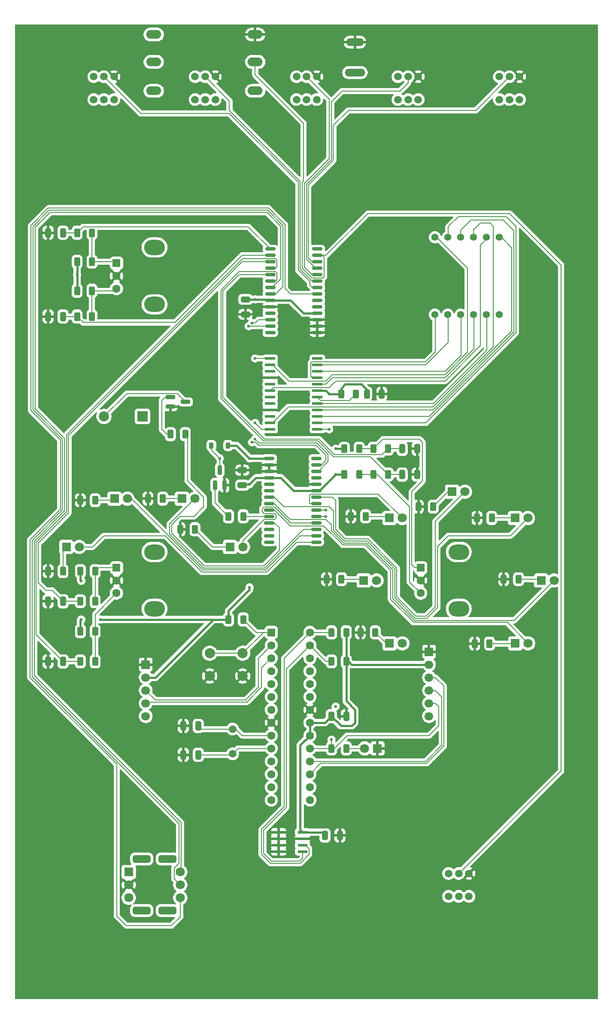
<source format=gbr>
%TF.GenerationSoftware,KiCad,Pcbnew,9.0.6*%
%TF.CreationDate,2026-02-15T15:46:47-05:00*%
%TF.ProjectId,Darkroom Timer,4461726b-726f-46f6-9d20-54696d65722e,rev?*%
%TF.SameCoordinates,Original*%
%TF.FileFunction,Copper,L1,Top*%
%TF.FilePolarity,Positive*%
%FSLAX46Y46*%
G04 Gerber Fmt 4.6, Leading zero omitted, Abs format (unit mm)*
G04 Created by KiCad (PCBNEW 9.0.6) date 2026-02-15 15:46:47*
%MOMM*%
%LPD*%
G01*
G04 APERTURE LIST*
G04 Aperture macros list*
%AMRoundRect*
0 Rectangle with rounded corners*
0 $1 Rounding radius*
0 $2 $3 $4 $5 $6 $7 $8 $9 X,Y pos of 4 corners*
0 Add a 4 corners polygon primitive as box body*
4,1,4,$2,$3,$4,$5,$6,$7,$8,$9,$2,$3,0*
0 Add four circle primitives for the rounded corners*
1,1,$1+$1,$2,$3*
1,1,$1+$1,$4,$5*
1,1,$1+$1,$6,$7*
1,1,$1+$1,$8,$9*
0 Add four rect primitives between the rounded corners*
20,1,$1+$1,$2,$3,$4,$5,0*
20,1,$1+$1,$4,$5,$6,$7,0*
20,1,$1+$1,$6,$7,$8,$9,0*
20,1,$1+$1,$8,$9,$2,$3,0*%
G04 Aperture macros list end*
%TA.AperFunction,SMDPad,CuDef*%
%ADD10RoundRect,0.250000X-0.325000X-0.650000X0.325000X-0.650000X0.325000X0.650000X-0.325000X0.650000X0*%
%TD*%
%TA.AperFunction,ComponentPad*%
%ADD11C,1.498600*%
%TD*%
%TA.AperFunction,ComponentPad*%
%ADD12R,1.800000X1.800000*%
%TD*%
%TA.AperFunction,ComponentPad*%
%ADD13C,1.800000*%
%TD*%
%TA.AperFunction,SMDPad,CuDef*%
%ADD14RoundRect,0.250000X0.312500X0.625000X-0.312500X0.625000X-0.312500X-0.625000X0.312500X-0.625000X0*%
%TD*%
%TA.AperFunction,SMDPad,CuDef*%
%ADD15RoundRect,0.200000X0.200000X-0.750000X0.200000X0.750000X-0.200000X0.750000X-0.200000X-0.750000X0*%
%TD*%
%TA.AperFunction,SMDPad,CuDef*%
%ADD16RoundRect,0.250000X-0.312500X-0.625000X0.312500X-0.625000X0.312500X0.625000X-0.312500X0.625000X0*%
%TD*%
%TA.AperFunction,ComponentPad*%
%ADD17O,3.008000X1.708000*%
%TD*%
%TA.AperFunction,ComponentPad*%
%ADD18R,2.000000X2.000000*%
%TD*%
%TA.AperFunction,ComponentPad*%
%ADD19C,2.000000*%
%TD*%
%TA.AperFunction,SMDPad,CuDef*%
%ADD20RoundRect,0.250000X0.650000X-0.325000X0.650000X0.325000X-0.650000X0.325000X-0.650000X-0.325000X0*%
%TD*%
%TA.AperFunction,ComponentPad*%
%ADD21O,4.013200X1.498600*%
%TD*%
%TA.AperFunction,ComponentPad*%
%ADD22O,3.505200X1.498600*%
%TD*%
%TA.AperFunction,SMDPad,CuDef*%
%ADD23RoundRect,0.073750X-0.951250X-0.221250X0.951250X-0.221250X0.951250X0.221250X-0.951250X0.221250X0*%
%TD*%
%TA.AperFunction,ComponentPad*%
%ADD24RoundRect,0.250000X-0.550000X-0.550000X0.550000X-0.550000X0.550000X0.550000X-0.550000X0.550000X0*%
%TD*%
%TA.AperFunction,ComponentPad*%
%ADD25C,1.600000*%
%TD*%
%TA.AperFunction,ComponentPad*%
%ADD26O,4.100000X3.000000*%
%TD*%
%TA.AperFunction,SMDPad,CuDef*%
%ADD27RoundRect,0.150000X-0.875000X-0.150000X0.875000X-0.150000X0.875000X0.150000X-0.875000X0.150000X0*%
%TD*%
%TA.AperFunction,ComponentPad*%
%ADD28C,1.500000*%
%TD*%
%TA.AperFunction,SMDPad,CuDef*%
%ADD29RoundRect,0.225000X0.225000X0.375000X-0.225000X0.375000X-0.225000X-0.375000X0.225000X-0.375000X0*%
%TD*%
%TA.AperFunction,ComponentPad*%
%ADD30R,1.700000X1.700000*%
%TD*%
%TA.AperFunction,ComponentPad*%
%ADD31C,1.700000*%
%TD*%
%TA.AperFunction,SMDPad,CuDef*%
%ADD32RoundRect,0.250000X0.325000X0.650000X-0.325000X0.650000X-0.325000X-0.650000X0.325000X-0.650000X0*%
%TD*%
%TA.AperFunction,ComponentPad*%
%ADD33RoundRect,0.375000X-1.375000X-0.375000X1.375000X-0.375000X1.375000X0.375000X-1.375000X0.375000X0*%
%TD*%
%TA.AperFunction,SMDPad,CuDef*%
%ADD34R,1.981200X0.558800*%
%TD*%
%TA.AperFunction,SMDPad,CuDef*%
%ADD35RoundRect,0.150000X0.875000X0.150000X-0.875000X0.150000X-0.875000X-0.150000X0.875000X-0.150000X0*%
%TD*%
%TA.AperFunction,ComponentPad*%
%ADD36C,1.400000*%
%TD*%
%TA.AperFunction,SMDPad,CuDef*%
%ADD37RoundRect,0.200000X-0.750000X-0.200000X0.750000X-0.200000X0.750000X0.200000X-0.750000X0.200000X0*%
%TD*%
%TA.AperFunction,SMDPad,CuDef*%
%ADD38RoundRect,0.250000X-0.650000X0.325000X-0.650000X-0.325000X0.650000X-0.325000X0.650000X0.325000X0*%
%TD*%
%TA.AperFunction,ViaPad*%
%ADD39C,0.600000*%
%TD*%
%TA.AperFunction,ViaPad*%
%ADD40C,4.000000*%
%TD*%
%TA.AperFunction,Conductor*%
%ADD41C,0.200000*%
%TD*%
%TA.AperFunction,Conductor*%
%ADD42C,0.400000*%
%TD*%
G04 APERTURE END LIST*
D10*
%TO.P,C10,1*%
%TO.N,Print Select A*%
X98855000Y-106045000D03*
%TO.P,C10,2*%
%TO.N,GND*%
X101805000Y-106045000D03*
%TD*%
D11*
%TO.P,SW8,1,1*%
%TO.N,unconnected-(SW8-Pad1)*%
X98000000Y-32749999D03*
%TO.P,SW8,2,2*%
%TO.N,Net-(U1-GPA4)*%
X100000000Y-32749999D03*
%TO.P,SW8,3,3*%
%TO.N,GND*%
X102000001Y-32749999D03*
%TO.P,SW8,4,4*%
%TO.N,unconnected-(SW8-Pad4)*%
X98000000Y-37250000D03*
%TO.P,SW8,5,5*%
%TO.N,unconnected-(SW8-Pad5)*%
X100000000Y-37250000D03*
%TO.P,SW8,6,6*%
%TO.N,unconnected-(SW8-Pad6)*%
X102000001Y-37250000D03*
%TD*%
D10*
%TO.P,C5,1*%
%TO.N,+5V*%
X83615000Y-182245000D03*
%TO.P,C5,2*%
%TO.N,GND*%
X86565000Y-182245000D03*
%TD*%
D12*
%TO.P,D13,1,K*%
%TO.N,GND*%
X93980000Y-165100000D03*
D13*
%TO.P,D13,2,A*%
%TO.N,Net-(D13-A)*%
X91440000Y-165100000D03*
%TD*%
D14*
%TO.P,R10,1*%
%TO.N,Net-(D10-K)*%
X121792500Y-131760000D03*
%TO.P,R10,2*%
%TO.N,GND*%
X118867500Y-131760000D03*
%TD*%
D15*
%TO.P,Q3,1,B*%
%TO.N,Net-(Q3-B)*%
X61915000Y-113260000D03*
%TO.P,Q3,2,E*%
%TO.N,GND*%
X63815000Y-113260000D03*
%TO.P,Q3,3,C*%
%TO.N,Net-(D12-A)*%
X62865000Y-110260000D03*
%TD*%
D16*
%TO.P,R20,1*%
%TO.N,+5V*%
X34732500Y-74930000D03*
%TO.P,R20,2*%
%TO.N,Net-(R19-Pad2)*%
X37657500Y-74930000D03*
%TD*%
D17*
%TO.P,J1,1,1*%
%TO.N,+5V*%
X49845000Y-24445000D03*
%TO.P,J1,2,2*%
%TO.N,Net-(D12-A)*%
X49845000Y-29845000D03*
%TO.P,J1,3,3*%
%TO.N,unconnected-(J1-Pad3)*%
X49845000Y-35544999D03*
%TD*%
D11*
%TO.P,SW6,1,1*%
%TO.N,unconnected-(SW6-Pad1)*%
X58000000Y-32749999D03*
%TO.P,SW6,2,2*%
%TO.N,Net-(U1-GPA2)*%
X60000000Y-32749999D03*
%TO.P,SW6,3,3*%
%TO.N,GND*%
X62000001Y-32749999D03*
%TO.P,SW6,4,4*%
%TO.N,unconnected-(SW6-Pad4)*%
X58000000Y-37250000D03*
%TO.P,SW6,5,5*%
%TO.N,unconnected-(SW6-Pad5)*%
X60000000Y-37250000D03*
%TO.P,SW6,6,6*%
%TO.N,unconnected-(SW6-Pad6)*%
X62000001Y-37250000D03*
%TD*%
D16*
%TO.P,R14,1*%
%TO.N,SCK*%
X84897500Y-165100000D03*
%TO.P,R14,2*%
%TO.N,Net-(D13-A)*%
X87822500Y-165100000D03*
%TD*%
D14*
%TO.P,R9,1*%
%TO.N,Net-(D9-K)*%
X116520000Y-119695000D03*
%TO.P,R9,2*%
%TO.N,GND*%
X113595000Y-119695000D03*
%TD*%
D16*
%TO.P,R24,1*%
%TO.N,+5V*%
X35367500Y-130175000D03*
%TO.P,R24,2*%
%TO.N,Net-(R22-Pad2)*%
X38292500Y-130175000D03*
%TD*%
D10*
%TO.P,C1,1*%
%TO.N,+5V*%
X91870000Y-95250000D03*
%TO.P,C1,2*%
%TO.N,GND*%
X94820000Y-95250000D03*
%TD*%
D14*
%TO.P,R16,1*%
%TO.N,+5V*%
X87822500Y-147955000D03*
%TO.P,R16,2*%
%TO.N,SDA*%
X84897500Y-147955000D03*
%TD*%
D18*
%TO.P,BZ1,1,+*%
%TO.N,+5V*%
X47625000Y-99695000D03*
D19*
%TO.P,BZ1,2,-*%
%TO.N,Net-(BZ1--)*%
X40025000Y-99695000D03*
%TD*%
D20*
%TO.P,C2,1*%
%TO.N,+5V*%
X67310000Y-113235000D03*
%TO.P,C2,2*%
%TO.N,GND*%
X67310000Y-110285000D03*
%TD*%
D16*
%TO.P,R12,1*%
%TO.N,+5V*%
X86802500Y-95250000D03*
%TO.P,R12,2*%
%TO.N,Net-(U4-ISET)*%
X89727500Y-95250000D03*
%TD*%
D21*
%TO.P,J3,1*%
%TO.N,+5V*%
X89535000Y-31944201D03*
D22*
%TO.P,J3,2*%
%TO.N,GND*%
X89535000Y-25944200D03*
%TD*%
D19*
%TO.P,SW11,1,1*%
%TO.N,Reset*%
X60885000Y-146340000D03*
X67385000Y-146340000D03*
%TO.P,SW11,2,2*%
%TO.N,GND*%
X60885000Y-150840000D03*
X67385000Y-150840000D03*
%TD*%
D23*
%TO.P,U4,1,DIN*%
%TO.N,MOSI*%
X72815000Y-88265000D03*
%TO.P,U4,2,DIG_0*%
%TO.N,Net-(U4-DIG_0)*%
X72815000Y-89535000D03*
%TO.P,U4,3,DIG_4*%
%TO.N,unconnected-(U4-DIG_4-Pad3)*%
X72815000Y-90805000D03*
%TO.P,U4,4,GND*%
%TO.N,GND*%
X72815000Y-92075000D03*
%TO.P,U4,5,DIG_6*%
%TO.N,unconnected-(U4-DIG_6-Pad5)*%
X72815000Y-93345000D03*
%TO.P,U4,6,DIG_2*%
%TO.N,Net-(U4-DIG_2)*%
X72815000Y-94615000D03*
%TO.P,U4,7,DIG_3*%
%TO.N,unconnected-(U4-DIG_3-Pad7)*%
X72815000Y-95885000D03*
%TO.P,U4,8,DIG_7*%
%TO.N,unconnected-(U4-DIG_7-Pad8)*%
X72815000Y-97155000D03*
%TO.P,U4,9,GND*%
%TO.N,GND*%
X72815000Y-98425000D03*
%TO.P,U4,10,DIG_5*%
%TO.N,unconnected-(U4-DIG_5-Pad10)*%
X72815000Y-99695000D03*
%TO.P,U4,11,DIG_1*%
%TO.N,Net-(U4-DIG_1)*%
X72815000Y-100965000D03*
%TO.P,U4,12,LOAD*%
%TO.N,CS*%
X72815000Y-102235000D03*
%TO.P,U4,13,CLK*%
%TO.N,SCK*%
X82125000Y-102235000D03*
%TO.P,U4,14,SEG_A*%
%TO.N,Net-(U4-SEG_A)*%
X82125000Y-100965000D03*
%TO.P,U4,15,SEG_F*%
%TO.N,Net-(U4-SEG_F)*%
X82125000Y-99695000D03*
%TO.P,U4,16,SEG_B*%
%TO.N,Net-(U4-SEG_B)*%
X82125000Y-98425000D03*
%TO.P,U4,17,SEG_G*%
%TO.N,Net-(U4-SEG_G)*%
X82125000Y-97155000D03*
%TO.P,U4,18,ISET*%
%TO.N,Net-(U4-ISET)*%
X82125000Y-95885000D03*
%TO.P,U4,19,V+*%
%TO.N,+5V*%
X82125000Y-94615000D03*
%TO.P,U4,20,SEG_C*%
%TO.N,Net-(U4-SEG_C)*%
X82125000Y-93345000D03*
%TO.P,U4,21,SEG_E*%
%TO.N,Net-(U4-SEG_E)*%
X82125000Y-92075000D03*
%TO.P,U4,22,SEG_DP*%
%TO.N,Net-(U4-SEG_DP)*%
X82125000Y-90805000D03*
%TO.P,U4,23,SEG_D*%
%TO.N,Net-(U4-SEG_D)*%
X82125000Y-89535000D03*
%TO.P,U4,24,DOUT*%
%TO.N,unconnected-(U4-DOUT-Pad24)*%
X82125000Y-88265000D03*
%TD*%
D14*
%TO.P,R2,1*%
%TO.N,Net-(D2-K)*%
X38292500Y-116205000D03*
%TO.P,R2,2*%
%TO.N,GND*%
X35367500Y-116205000D03*
%TD*%
D24*
%TO.P,SW1,A,A*%
%TO.N,Net-(R18-Pad2)*%
X42500000Y-69500000D03*
D25*
%TO.P,SW1,B,B*%
%TO.N,Net-(R19-Pad2)*%
X42500000Y-74500000D03*
%TO.P,SW1,C,C*%
%TO.N,GND*%
X42500000Y-72000000D03*
D26*
%TO.P,SW1,SH*%
%TO.N,N/C*%
X50000000Y-66400000D03*
X50000000Y-77600000D03*
%TD*%
D16*
%TO.P,R30,1*%
%TO.N,Net-(Q3-B)*%
X64577500Y-119380000D03*
%TO.P,R30,2*%
%TO.N,Light*%
X67502500Y-119380000D03*
%TD*%
D11*
%TO.P,SW10,1,1*%
%TO.N,unconnected-(SW10-Pad1)*%
X108000000Y-189749999D03*
%TO.P,SW10,2,2*%
%TO.N,Trigger*%
X110000000Y-189749999D03*
%TO.P,SW10,3,3*%
%TO.N,GND*%
X112000001Y-189749999D03*
%TO.P,SW10,4,4*%
%TO.N,unconnected-(SW10-Pad4)*%
X108000000Y-194250000D03*
%TO.P,SW10,5,5*%
%TO.N,unconnected-(SW10-Pad5)*%
X110000000Y-194250000D03*
%TO.P,SW10,6,6*%
%TO.N,unconnected-(SW10-Pad6)*%
X112000001Y-194250000D03*
%TD*%
D12*
%TO.P,D9,1,K*%
%TO.N,Net-(D9-K)*%
X121115000Y-119700000D03*
D13*
%TO.P,D9,2,A*%
%TO.N,Net-(D9-A)*%
X123655000Y-119700000D03*
%TD*%
D12*
%TO.P,D11,1,K*%
%TO.N,Net-(D11-K)*%
X121150000Y-144400000D03*
D13*
%TO.P,D11,2,A*%
%TO.N,Net-(D11-A)*%
X123690000Y-144400000D03*
%TD*%
D14*
%TO.P,R27,1*%
%TO.N,Print Select B*%
X96077500Y-111125000D03*
%TO.P,R27,2*%
%TO.N,Net-(R27-Pad2)*%
X93152500Y-111125000D03*
%TD*%
%TO.P,R5,1*%
%TO.N,Net-(D5-K)*%
X93537500Y-142240000D03*
%TO.P,R5,2*%
%TO.N,GND*%
X90612500Y-142240000D03*
%TD*%
%TO.P,R4,1*%
%TO.N,Net-(D4-K)*%
X57977500Y-121920000D03*
%TO.P,R4,2*%
%TO.N,GND*%
X55052500Y-121920000D03*
%TD*%
%TO.P,R11,1*%
%TO.N,Net-(D11-K)*%
X116077500Y-144460000D03*
%TO.P,R11,2*%
%TO.N,GND*%
X113152500Y-144460000D03*
%TD*%
D16*
%TO.P,R17,1*%
%TO.N,Net-(Q1-B)*%
X53147500Y-103180000D03*
%TO.P,R17,2*%
%TO.N,Buzzer*%
X56072500Y-103180000D03*
%TD*%
D17*
%TO.P,J5,1,1*%
%TO.N,GND*%
X69850000Y-24445000D03*
%TO.P,J5,2,2*%
%TO.N,Trigger*%
X69850000Y-29845000D03*
%TO.P,J5,3,3*%
%TO.N,unconnected-(J5-Pad3)*%
X69850000Y-35544999D03*
%TD*%
D27*
%TO.P,U1,1,GPB0*%
%TO.N,Base Time A*%
X72820000Y-66675000D03*
%TO.P,U1,2,GPB1*%
%TO.N,Base Time B*%
X72820000Y-67945000D03*
%TO.P,U1,3,GPB2*%
%TO.N,Test Interval A*%
X72820000Y-69215000D03*
%TO.P,U1,4,GPB3*%
%TO.N,Test Interval B*%
X72820000Y-70485000D03*
%TO.P,U1,5,GPB4*%
%TO.N,Print Select A*%
X72820000Y-71755000D03*
%TO.P,U1,6,GPB5*%
%TO.N,Print Select B*%
X72820000Y-73025000D03*
%TO.P,U1,7,GPB6*%
%TO.N,Net-(U1-GPB6)*%
X72820000Y-74295000D03*
%TO.P,U1,8,GPB7*%
%TO.N,Net-(U1-GPB7)*%
X72820000Y-75565000D03*
%TO.P,U1,9,VDD*%
%TO.N,+5V*%
X72820000Y-76835000D03*
%TO.P,U1,10,VSS*%
%TO.N,GND*%
X72820000Y-78105000D03*
%TO.P,U1,11,NC*%
%TO.N,unconnected-(U1-NC-Pad11)*%
X72820000Y-79375000D03*
%TO.P,U1,12,SCK*%
%TO.N,SCL*%
X72820000Y-80645000D03*
%TO.P,U1,13,SDA*%
%TO.N,SDA*%
X72820000Y-81915000D03*
%TO.P,U1,14,NC*%
%TO.N,unconnected-(U1-NC-Pad14)*%
X72820000Y-83185000D03*
%TO.P,U1,15,A0*%
%TO.N,GND*%
X82120000Y-83185000D03*
%TO.P,U1,16,A1*%
X82120000Y-81915000D03*
%TO.P,U1,17,A2*%
X82120000Y-80645000D03*
%TO.P,U1,18,~{RESET}*%
%TO.N,+5V*%
X82120000Y-79375000D03*
%TO.P,U1,19,INTB*%
%TO.N,unconnected-(U1-INTB-Pad19)*%
X82120000Y-78105000D03*
%TO.P,U1,20,INTA*%
%TO.N,unconnected-(U1-INTA-Pad20)*%
X82120000Y-76835000D03*
%TO.P,U1,21,GPA0*%
%TO.N,Net-(U1-GPA0)*%
X82120000Y-75565000D03*
%TO.P,U1,22,GPA1*%
%TO.N,Net-(U1-GPA1)*%
X82120000Y-74295000D03*
%TO.P,U1,23,GPA2*%
%TO.N,Net-(U1-GPA2)*%
X82120000Y-73025000D03*
%TO.P,U1,24,GPA3*%
%TO.N,Net-(U1-GPA3)*%
X82120000Y-71755000D03*
%TO.P,U1,25,GPA4*%
%TO.N,Net-(U1-GPA4)*%
X82120000Y-70485000D03*
%TO.P,U1,26,GPA5*%
%TO.N,Net-(U1-GPA5)*%
X82120000Y-69215000D03*
%TO.P,U1,27,GPA6*%
%TO.N,Trigger*%
X82120000Y-67945000D03*
%TO.P,U1,28,GPA7*%
%TO.N,unconnected-(U1-GPA7-Pad28)*%
X82120000Y-66675000D03*
%TD*%
D12*
%TO.P,D10,1,K*%
%TO.N,Net-(D10-K)*%
X126245000Y-132000000D03*
D13*
%TO.P,D10,2,A*%
%TO.N,Net-(D10-A)*%
X128785000Y-132000000D03*
%TD*%
D16*
%TO.P,R25,1*%
%TO.N,+5V*%
X35367500Y-142028333D03*
%TO.P,R25,2*%
%TO.N,Net-(R23-Pad2)*%
X38292500Y-142028333D03*
%TD*%
D12*
%TO.P,D4,1,K*%
%TO.N,Net-(D4-K)*%
X64900000Y-125400000D03*
D13*
%TO.P,D4,2,A*%
%TO.N,Net-(D4-A)*%
X67440000Y-125400000D03*
%TD*%
D14*
%TO.P,R1,1*%
%TO.N,Net-(D1-K)*%
X31942500Y-130175000D03*
%TO.P,R1,2*%
%TO.N,GND*%
X29017500Y-130175000D03*
%TD*%
%TO.P,R8,1*%
%TO.N,Net-(D8-K)*%
X104967500Y-117475000D03*
%TO.P,R8,2*%
%TO.N,GND*%
X102042500Y-117475000D03*
%TD*%
D28*
%TO.P,Y2,1,1*%
%TO.N,Net-(U3-XTAL1{slash}PB6)*%
X65405000Y-161290000D03*
%TO.P,Y2,2,2*%
%TO.N,Net-(U3-XTAL2{slash}PB7)*%
X65405000Y-166170000D03*
%TD*%
D29*
%TO.P,D12,1,K*%
%TO.N,+5V*%
X64515000Y-105410000D03*
%TO.P,D12,2,A*%
%TO.N,Net-(D12-A)*%
X61215000Y-105410000D03*
%TD*%
D16*
%TO.P,R18,1*%
%TO.N,Base Time A*%
X34732500Y-63500000D03*
%TO.P,R18,2*%
%TO.N,Net-(R18-Pad2)*%
X37657500Y-63500000D03*
%TD*%
D30*
%TO.P,J2,1,Pin_1*%
%TO.N,GND*%
X48260000Y-148590000D03*
D31*
%TO.P,J2,2,Pin_2*%
%TO.N,+5V*%
X48260000Y-151130000D03*
%TO.P,J2,3,Pin_3*%
%TO.N,RX*%
X48260000Y-153670000D03*
%TO.P,J2,4,Pin_4*%
%TO.N,TX*%
X48260000Y-156210000D03*
%TO.P,J2,5,Pin_5*%
%TO.N,Reset*%
X48260000Y-158750000D03*
%TD*%
D12*
%TO.P,D8,1,K*%
%TO.N,Net-(D8-K)*%
X108689039Y-114520000D03*
D13*
%TO.P,D8,2,A*%
%TO.N,Net-(D8-A)*%
X111229039Y-114520000D03*
%TD*%
D12*
%TO.P,D1,1,K*%
%TO.N,Net-(D1-K)*%
X32610000Y-125400000D03*
D13*
%TO.P,D1,2,A*%
%TO.N,Net-(D1-A)*%
X35150000Y-125400000D03*
%TD*%
D14*
%TO.P,R7,1*%
%TO.N,Net-(D7-K)*%
X91632500Y-119380000D03*
%TO.P,R7,2*%
%TO.N,GND*%
X88707500Y-119380000D03*
%TD*%
D32*
%TO.P,C6,1*%
%TO.N,Base Time B*%
X31955000Y-80010000D03*
%TO.P,C6,2*%
%TO.N,GND*%
X29005000Y-80010000D03*
%TD*%
%TO.P,C9,1*%
%TO.N,Test Interval B*%
X31955000Y-147955000D03*
%TO.P,C9,2*%
%TO.N,GND*%
X29005000Y-147955000D03*
%TD*%
D16*
%TO.P,R22,1*%
%TO.N,Test Interval A*%
X35367500Y-136101667D03*
%TO.P,R22,2*%
%TO.N,Net-(R22-Pad2)*%
X38292500Y-136101667D03*
%TD*%
D12*
%TO.P,SW4,1*%
%TO.N,N/C*%
X44920000Y-189450000D03*
D13*
%TO.P,SW4,2*%
%TO.N,Net-(U1-GPB6)*%
X55080000Y-189450000D03*
%TO.P,SW4,3*%
%TO.N,Net-(U1-GPB7)*%
X55080000Y-191990000D03*
%TO.P,SW4,4*%
%TO.N,Net-(U1-GPA0)*%
X55080000Y-194530000D03*
%TO.P,SW4,5*%
%TO.N,N/C*%
X44920000Y-194530000D03*
%TO.P,SW4,C*%
%TO.N,GND*%
X44920000Y-191990000D03*
D33*
%TO.P,SW4,MP*%
%TO.N,N/C*%
X47460000Y-186910000D03*
X47460000Y-197070000D03*
X52540000Y-186910000D03*
X52540000Y-197070000D03*
%TD*%
D16*
%TO.P,R28,1*%
%TO.N,+5V*%
X87437500Y-106045000D03*
%TO.P,R28,2*%
%TO.N,Net-(R26-Pad2)*%
X90362500Y-106045000D03*
%TD*%
D12*
%TO.P,D2,1,K*%
%TO.N,Net-(D2-K)*%
X42110000Y-115900000D03*
D13*
%TO.P,D2,2,A*%
%TO.N,Net-(D2-A)*%
X44650000Y-115900000D03*
%TD*%
D32*
%TO.P,C13,1*%
%TO.N,Net-(U3-XTAL1{slash}PB6)*%
X58625000Y-160655000D03*
%TO.P,C13,2*%
%TO.N,GND*%
X55675000Y-160655000D03*
%TD*%
D34*
%TO.P,U5,1,A0*%
%TO.N,GND*%
X74472800Y-181610000D03*
%TO.P,U5,2,A1*%
X74472800Y-182880000D03*
%TO.P,U5,3,A2*%
X74472800Y-184150000D03*
%TO.P,U5,4,VSS*%
X74472800Y-185420000D03*
%TO.P,U5,5,SDA*%
%TO.N,SDA*%
X79197200Y-185420000D03*
%TO.P,U5,6,SCL*%
%TO.N,SCL*%
X79197200Y-184150000D03*
%TO.P,U5,7,WP*%
%TO.N,GND*%
X79197200Y-182880000D03*
%TO.P,U5,8,VCC*%
%TO.N,+5V*%
X79197200Y-181610000D03*
%TD*%
D16*
%TO.P,R13,1*%
%TO.N,+5V*%
X64577500Y-139700000D03*
%TO.P,R13,2*%
%TO.N,Reset*%
X67502500Y-139700000D03*
%TD*%
D35*
%TO.P,U2,1,GPB0*%
%TO.N,Net-(D1-A)*%
X81915000Y-124460000D03*
%TO.P,U2,2,GPB1*%
%TO.N,Net-(D2-A)*%
X81915000Y-123190000D03*
%TO.P,U2,3,GPB2*%
%TO.N,Net-(D3-A)*%
X81915000Y-121920000D03*
%TO.P,U2,4,GPB3*%
%TO.N,Net-(D4-A)*%
X81915000Y-120650000D03*
%TO.P,U2,5,GPB4*%
%TO.N,Net-(D5-A)*%
X81915000Y-119380000D03*
%TO.P,U2,6,GPB5*%
%TO.N,Net-(D6-A)*%
X81915000Y-118110000D03*
%TO.P,U2,7,GPB6*%
%TO.N,Net-(D7-A)*%
X81915000Y-116840000D03*
%TO.P,U2,8,GPB7*%
%TO.N,Net-(D8-A)*%
X81915000Y-115570000D03*
%TO.P,U2,9,VDD*%
%TO.N,+5V*%
X81915000Y-114300000D03*
%TO.P,U2,10,VSS*%
%TO.N,GND*%
X81915000Y-113030000D03*
%TO.P,U2,11,NC*%
%TO.N,unconnected-(U2-NC-Pad11)*%
X81915000Y-111760000D03*
%TO.P,U2,12,SCK*%
%TO.N,SCL*%
X81915000Y-110490000D03*
%TO.P,U2,13,SDA*%
%TO.N,SDA*%
X81915000Y-109220000D03*
%TO.P,U2,14,NC*%
%TO.N,unconnected-(U2-NC-Pad14)*%
X81915000Y-107950000D03*
%TO.P,U2,15,A0*%
%TO.N,+5V*%
X72615000Y-107950000D03*
%TO.P,U2,16,A1*%
%TO.N,GND*%
X72615000Y-109220000D03*
%TO.P,U2,17,A2*%
X72615000Y-110490000D03*
%TO.P,U2,18,~{RESET}*%
%TO.N,+5V*%
X72615000Y-111760000D03*
%TO.P,U2,19,INTB*%
%TO.N,unconnected-(U2-INTB-Pad19)*%
X72615000Y-113030000D03*
%TO.P,U2,20,INTA*%
%TO.N,unconnected-(U2-INTA-Pad20)*%
X72615000Y-114300000D03*
%TO.P,U2,21,GPA0*%
%TO.N,Net-(D9-A)*%
X72615000Y-115570000D03*
%TO.P,U2,22,GPA1*%
%TO.N,Net-(D10-A)*%
X72615000Y-116840000D03*
%TO.P,U2,23,GPA2*%
%TO.N,Net-(D11-A)*%
X72615000Y-118110000D03*
%TO.P,U2,24,GPA3*%
%TO.N,Light*%
X72615000Y-119380000D03*
%TO.P,U2,25,GPA4*%
%TO.N,Buzzer*%
X72615000Y-120650000D03*
%TO.P,U2,26,GPA5*%
%TO.N,unconnected-(U2-GPA5-Pad26)*%
X72615000Y-121920000D03*
%TO.P,U2,27,GPA6*%
%TO.N,unconnected-(U2-GPA6-Pad27)*%
X72615000Y-123190000D03*
%TO.P,U2,28,GPA7*%
%TO.N,unconnected-(U2-GPA7-Pad28)*%
X72615000Y-124460000D03*
%TD*%
D24*
%TO.P,SW3,A,A*%
%TO.N,Net-(R26-Pad2)*%
X102500000Y-129500000D03*
D25*
%TO.P,SW3,B,B*%
%TO.N,Net-(R27-Pad2)*%
X102500000Y-134500000D03*
%TO.P,SW3,C,C*%
%TO.N,GND*%
X102500000Y-132000000D03*
D26*
%TO.P,SW3,SH*%
%TO.N,N/C*%
X110000000Y-126400000D03*
X110000000Y-137600000D03*
%TD*%
D36*
%TO.P,DS1,1,1*%
%TO.N,Net-(U4-SEG_E)*%
X105300000Y-79620000D03*
%TO.P,DS1,2,2*%
%TO.N,Net-(U4-SEG_D)*%
X107840000Y-79620000D03*
%TO.P,DS1,3,3*%
%TO.N,Net-(U4-SEG_DP)*%
X110380000Y-79620000D03*
%TO.P,DS1,4,4*%
%TO.N,Net-(U4-SEG_C)*%
X112920000Y-79620000D03*
%TO.P,DS1,5,5*%
%TO.N,Net-(U4-SEG_G)*%
X115460000Y-79620000D03*
%TO.P,DS1,6,6*%
%TO.N,unconnected-(DS1-Pad6)*%
X118000000Y-79620000D03*
%TO.P,DS1,7,7*%
%TO.N,Net-(U4-SEG_B)*%
X118000000Y-64380000D03*
%TO.P,DS1,8,8*%
%TO.N,Net-(U4-DIG_2)*%
X115460000Y-64380000D03*
%TO.P,DS1,9,9*%
%TO.N,Net-(U4-DIG_1)*%
X112920000Y-64380000D03*
%TO.P,DS1,10,10*%
%TO.N,Net-(U4-SEG_F)*%
X110380000Y-64380000D03*
%TO.P,DS1,11,11*%
%TO.N,Net-(U4-SEG_A)*%
X107840000Y-64380000D03*
%TO.P,DS1,12,12*%
%TO.N,Net-(U4-DIG_0)*%
X105300000Y-64380000D03*
%TD*%
D11*
%TO.P,SW5,1,1*%
%TO.N,unconnected-(SW5-Pad1)*%
X38000000Y-32749999D03*
%TO.P,SW5,2,2*%
%TO.N,Net-(U1-GPA1)*%
X40000000Y-32749999D03*
%TO.P,SW5,3,3*%
%TO.N,GND*%
X42000001Y-32749999D03*
%TO.P,SW5,4,4*%
%TO.N,unconnected-(SW5-Pad4)*%
X38000000Y-37250000D03*
%TO.P,SW5,5,5*%
%TO.N,unconnected-(SW5-Pad5)*%
X40000000Y-37250000D03*
%TO.P,SW5,6,6*%
%TO.N,unconnected-(SW5-Pad6)*%
X42000001Y-37250000D03*
%TD*%
D12*
%TO.P,D7,1,K*%
%TO.N,Net-(D7-K)*%
X96335000Y-119700000D03*
D13*
%TO.P,D7,2,A*%
%TO.N,Net-(D7-A)*%
X98875000Y-119700000D03*
%TD*%
D12*
%TO.P,D3,1,K*%
%TO.N,Net-(D3-K)*%
X55400000Y-115900000D03*
D13*
%TO.P,D3,2,A*%
%TO.N,Net-(D3-A)*%
X57940000Y-115900000D03*
%TD*%
D14*
%TO.P,R3,1*%
%TO.N,Net-(D3-K)*%
X51627500Y-115885000D03*
%TO.P,R3,2*%
%TO.N,GND*%
X48702500Y-115885000D03*
%TD*%
D11*
%TO.P,SW9,1,1*%
%TO.N,unconnected-(SW9-Pad1)*%
X118000000Y-32749999D03*
%TO.P,SW9,2,2*%
%TO.N,Net-(U1-GPA5)*%
X120000000Y-32749999D03*
%TO.P,SW9,3,3*%
%TO.N,GND*%
X122000001Y-32749999D03*
%TO.P,SW9,4,4*%
%TO.N,unconnected-(SW9-Pad4)*%
X118000000Y-37250000D03*
%TO.P,SW9,5,5*%
%TO.N,unconnected-(SW9-Pad5)*%
X120000000Y-37250000D03*
%TO.P,SW9,6,6*%
%TO.N,unconnected-(SW9-Pad6)*%
X122000001Y-37250000D03*
%TD*%
D30*
%TO.P,J4,1,Pin_1*%
%TO.N,GND*%
X104140000Y-146050000D03*
D31*
%TO.P,J4,2,Pin_2*%
%TO.N,+5V*%
X104140000Y-148590000D03*
%TO.P,J4,3,Pin_3*%
%TO.N,MOSI*%
X104140000Y-151130000D03*
%TO.P,J4,4,Pin_4*%
%TO.N,MISO*%
X104140000Y-153670000D03*
%TO.P,J4,5,Pin_5*%
%TO.N,SCK*%
X104140000Y-156210000D03*
%TO.P,J4,6,Pin_6*%
%TO.N,Reset*%
X104140000Y-158750000D03*
%TD*%
D14*
%TO.P,R26,1*%
%TO.N,Print Select A*%
X96077500Y-106045000D03*
%TO.P,R26,2*%
%TO.N,Net-(R26-Pad2)*%
X93152500Y-106045000D03*
%TD*%
D32*
%TO.P,C7,1*%
%TO.N,Base Time A*%
X31955000Y-63500000D03*
%TO.P,C7,2*%
%TO.N,GND*%
X29005000Y-63500000D03*
%TD*%
D37*
%TO.P,Q1,1,B*%
%TO.N,Net-(Q1-B)*%
X53110000Y-95880000D03*
%TO.P,Q1,2,E*%
%TO.N,GND*%
X53110000Y-97780000D03*
%TO.P,Q1,3,C*%
%TO.N,Net-(BZ1--)*%
X56110000Y-96830000D03*
%TD*%
D10*
%TO.P,C12,1*%
%TO.N,Print Select B*%
X98855000Y-111125000D03*
%TO.P,C12,2*%
%TO.N,GND*%
X101805000Y-111125000D03*
%TD*%
D38*
%TO.P,C3,1*%
%TO.N,+5V*%
X67945000Y-76630000D03*
%TO.P,C3,2*%
%TO.N,GND*%
X67945000Y-79580000D03*
%TD*%
D32*
%TO.P,C8,1*%
%TO.N,Test Interval A*%
X31955000Y-136101667D03*
%TO.P,C8,2*%
%TO.N,GND*%
X29005000Y-136101667D03*
%TD*%
D16*
%TO.P,R23,1*%
%TO.N,Test Interval B*%
X35367500Y-147955000D03*
%TO.P,R23,2*%
%TO.N,Net-(R23-Pad2)*%
X38292500Y-147955000D03*
%TD*%
D12*
%TO.P,D6,1,K*%
%TO.N,Net-(D6-K)*%
X91255000Y-132000000D03*
D13*
%TO.P,D6,2,A*%
%TO.N,Net-(D6-A)*%
X93795000Y-132000000D03*
%TD*%
D16*
%TO.P,R19,1*%
%TO.N,Base Time B*%
X34732500Y-80010000D03*
%TO.P,R19,2*%
%TO.N,Net-(R19-Pad2)*%
X37657500Y-80010000D03*
%TD*%
D12*
%TO.P,D5,1,K*%
%TO.N,Net-(D5-K)*%
X96350000Y-144400000D03*
D13*
%TO.P,D5,2,A*%
%TO.N,Net-(D5-A)*%
X98890000Y-144400000D03*
%TD*%
D10*
%TO.P,C4,1*%
%TO.N,+5V*%
X84885000Y-158750000D03*
%TO.P,C4,2*%
%TO.N,GND*%
X87835000Y-158750000D03*
%TD*%
D24*
%TO.P,SW2,A,A*%
%TO.N,Net-(R22-Pad2)*%
X42500000Y-129500000D03*
D25*
%TO.P,SW2,B,B*%
%TO.N,Net-(R23-Pad2)*%
X42500000Y-134500000D03*
%TO.P,SW2,C,C*%
%TO.N,GND*%
X42500000Y-132000000D03*
D26*
%TO.P,SW2,SH*%
%TO.N,N/C*%
X50000000Y-126400000D03*
X50000000Y-137600000D03*
%TD*%
D32*
%TO.P,C11,1*%
%TO.N,Net-(U3-XTAL2{slash}PB7)*%
X58625000Y-166370000D03*
%TO.P,C11,2*%
%TO.N,GND*%
X55675000Y-166370000D03*
%TD*%
D16*
%TO.P,R21,1*%
%TO.N,+5V*%
X34732500Y-69215000D03*
%TO.P,R21,2*%
%TO.N,Net-(R18-Pad2)*%
X37657500Y-69215000D03*
%TD*%
D14*
%TO.P,R15,1*%
%TO.N,+5V*%
X87822500Y-142240000D03*
%TO.P,R15,2*%
%TO.N,SCL*%
X84897500Y-142240000D03*
%TD*%
D16*
%TO.P,R29,1*%
%TO.N,+5V*%
X87437500Y-111125000D03*
%TO.P,R29,2*%
%TO.N,Net-(R27-Pad2)*%
X90362500Y-111125000D03*
%TD*%
D24*
%TO.P,U3,1,~{RESET}/PC6*%
%TO.N,Reset*%
X73025000Y-142240000D03*
D25*
%TO.P,U3,2,PD0*%
%TO.N,RX*%
X73025000Y-144780000D03*
%TO.P,U3,3,PD1*%
%TO.N,TX*%
X73025000Y-147320000D03*
%TO.P,U3,4,PD2*%
%TO.N,unconnected-(U3-PD2-Pad4)*%
X73025000Y-149860000D03*
%TO.P,U3,5,PD3*%
%TO.N,unconnected-(U3-PD3-Pad5)*%
X73025000Y-152400000D03*
%TO.P,U3,6,PD4*%
%TO.N,unconnected-(U3-PD4-Pad6)*%
X73025000Y-154940000D03*
%TO.P,U3,7,VCC*%
%TO.N,+5V*%
X73025000Y-157480000D03*
%TO.P,U3,8,GND*%
%TO.N,GND*%
X73025000Y-160020000D03*
%TO.P,U3,9,XTAL1/PB6*%
%TO.N,Net-(U3-XTAL1{slash}PB6)*%
X73025000Y-162560000D03*
%TO.P,U3,10,XTAL2/PB7*%
%TO.N,Net-(U3-XTAL2{slash}PB7)*%
X73025000Y-165100000D03*
%TO.P,U3,11,PD5*%
%TO.N,unconnected-(U3-PD5-Pad11)*%
X73025000Y-167640000D03*
%TO.P,U3,12,PD6*%
%TO.N,unconnected-(U3-PD6-Pad12)*%
X73025000Y-170180000D03*
%TO.P,U3,13,PD7*%
%TO.N,unconnected-(U3-PD7-Pad13)*%
X73025000Y-172720000D03*
%TO.P,U3,14,PB0*%
%TO.N,unconnected-(U3-PB0-Pad14)*%
X73025000Y-175260000D03*
%TO.P,U3,15,PB1*%
%TO.N,unconnected-(U3-PB1-Pad15)*%
X80645000Y-175260000D03*
%TO.P,U3,16,PB2*%
%TO.N,CS*%
X80645000Y-172720000D03*
%TO.P,U3,17,PB3*%
%TO.N,MOSI*%
X80645000Y-170180000D03*
%TO.P,U3,18,PB4*%
%TO.N,MISO*%
X80645000Y-167640000D03*
%TO.P,U3,19,PB5*%
%TO.N,SCK*%
X80645000Y-165100000D03*
%TO.P,U3,20,AVCC*%
%TO.N,+5V*%
X80645000Y-162560000D03*
%TO.P,U3,21,AREF*%
X80645000Y-160020000D03*
%TO.P,U3,22,GND*%
%TO.N,GND*%
X80645000Y-157480000D03*
%TO.P,U3,23,PC0*%
%TO.N,unconnected-(U3-PC0-Pad23)*%
X80645000Y-154940000D03*
%TO.P,U3,24,PC1*%
%TO.N,unconnected-(U3-PC1-Pad24)*%
X80645000Y-152400000D03*
%TO.P,U3,25,PC2*%
%TO.N,unconnected-(U3-PC2-Pad25)*%
X80645000Y-149860000D03*
%TO.P,U3,26,PC3*%
%TO.N,unconnected-(U3-PC3-Pad26)*%
X80645000Y-147320000D03*
%TO.P,U3,27,PC4*%
%TO.N,SDA*%
X80645000Y-144780000D03*
%TO.P,U3,28,PC5*%
%TO.N,SCL*%
X80645000Y-142240000D03*
%TD*%
D11*
%TO.P,SW7,1,1*%
%TO.N,unconnected-(SW7-Pad1)*%
X78000000Y-32749999D03*
%TO.P,SW7,2,2*%
%TO.N,Net-(U1-GPA3)*%
X80000000Y-32749999D03*
%TO.P,SW7,3,3*%
%TO.N,GND*%
X82000001Y-32749999D03*
%TO.P,SW7,4,4*%
%TO.N,unconnected-(SW7-Pad4)*%
X78000000Y-37250000D03*
%TO.P,SW7,5,5*%
%TO.N,unconnected-(SW7-Pad5)*%
X80000000Y-37250000D03*
%TO.P,SW7,6,6*%
%TO.N,unconnected-(SW7-Pad6)*%
X82000001Y-37250000D03*
%TD*%
D14*
%TO.P,R6,1*%
%TO.N,Net-(D6-K)*%
X86867500Y-131760000D03*
%TO.P,R6,2*%
%TO.N,GND*%
X83942500Y-131760000D03*
%TD*%
D39*
%TO.N,*%
X85725000Y-156845000D03*
%TO.N,SDA*%
X68580000Y-81915000D03*
X69215000Y-104775000D03*
%TO.N,SCK*%
X84897500Y-163387500D03*
X84455000Y-102235000D03*
%TO.N,+5V*%
X35560000Y-139700000D03*
X84455000Y-95250000D03*
X68741000Y-113030000D03*
X35560000Y-132080000D03*
X68741000Y-133350000D03*
X34732500Y-71755000D03*
X85725000Y-111125000D03*
X39370000Y-139700000D03*
X68741000Y-107950000D03*
X69850000Y-76630000D03*
X85725000Y-106045000D03*
%TO.N,SCL*%
X69850000Y-104140000D03*
X69215000Y-81280000D03*
%TO.N,Net-(D6-A)*%
X83820000Y-118110000D03*
%TO.N,Net-(D5-A)*%
X83820000Y-119380000D03*
%TO.N,MOSI*%
X69850000Y-88265000D03*
%TO.N,CS*%
X69850000Y-100965000D03*
%TO.N,GND*%
X102235000Y-114935000D03*
D40*
X26000000Y-211000000D03*
X134000000Y-118500000D03*
D39*
X29210000Y-81915000D03*
X101805000Y-108585000D03*
D40*
X26000000Y-26000000D03*
X134000000Y-211000000D03*
X80000000Y-211000000D03*
D39*
X77470000Y-111760000D03*
D40*
X134000000Y-26000000D03*
X26000000Y-118500000D03*
D39*
X91440000Y-156845000D03*
X84455000Y-83185000D03*
X71120000Y-92075000D03*
X96520000Y-95250000D03*
D40*
X80000000Y-26000000D03*
D39*
%TO.N,Net-(D12-A)*%
X62865000Y-107950000D03*
%TD*%
D41*
%TO.N,*%
X85725000Y-156845000D02*
X85930000Y-156845000D01*
%TO.N,Net-(U3-XTAL2{slash}PB7)*%
X65205000Y-166370000D02*
X65405000Y-166170000D01*
X65405000Y-166170000D02*
X66475000Y-165100000D01*
X58625000Y-166370000D02*
X65205000Y-166370000D01*
X66475000Y-165100000D02*
X73025000Y-165100000D01*
%TO.N,Net-(U3-XTAL1{slash}PB6)*%
X67310000Y-162560000D02*
X73025000Y-162560000D01*
X58625000Y-160655000D02*
X59260000Y-161290000D01*
X59260000Y-161290000D02*
X65405000Y-161290000D01*
X65405000Y-161290000D02*
X66040000Y-161290000D01*
X66040000Y-161290000D02*
X67310000Y-162560000D01*
%TO.N,Base Time B*%
X31955000Y-80010000D02*
X34732500Y-80010000D01*
X35908500Y-81186000D02*
X54069000Y-81186000D01*
X54069000Y-81186000D02*
X67310000Y-67945000D01*
X34732500Y-80010000D02*
X35908500Y-81186000D01*
X67310000Y-67945000D02*
X72820000Y-67945000D01*
%TO.N,Net-(U1-GPB7)*%
X53879000Y-188691000D02*
X53879000Y-190789000D01*
X29210000Y-59055000D02*
X26035000Y-62230000D01*
X72820000Y-75565000D02*
X73844999Y-75565000D01*
X31817000Y-118178800D02*
X25868000Y-124127800D01*
X26035000Y-62230000D02*
X26035000Y-98358000D01*
X54844000Y-179939000D02*
X54844000Y-187726000D01*
X26035000Y-98358000D02*
X31817000Y-104140000D01*
X75331000Y-74078999D02*
X75331000Y-62063900D01*
X53879000Y-190789000D02*
X55080000Y-191990000D01*
X31817000Y-104140000D02*
X31817000Y-118178800D01*
X73844999Y-75565000D02*
X75331000Y-74078999D01*
X54844000Y-187726000D02*
X53879000Y-188691000D01*
X25868000Y-150963000D02*
X54844000Y-179939000D01*
X72322100Y-59055000D02*
X29210000Y-59055000D01*
X75331000Y-62063900D02*
X72322100Y-59055000D01*
X25868000Y-124127800D02*
X25868000Y-150963000D01*
%TO.N,Net-(U1-GPA3)*%
X79542000Y-53808000D02*
X79542000Y-70201999D01*
X81095001Y-71755000D02*
X82120000Y-71755000D01*
X80000000Y-32749999D02*
X84455000Y-37204999D01*
X84455000Y-37204999D02*
X84455000Y-48895000D01*
X84455000Y-48895000D02*
X79542000Y-53808000D01*
X79542000Y-70201999D02*
X81095001Y-71755000D01*
%TO.N,Base Time A*%
X34732500Y-63500000D02*
X31955000Y-63500000D01*
X34732500Y-63500000D02*
X35908500Y-62324000D01*
X35908500Y-62324000D02*
X68469000Y-62324000D01*
X68469000Y-62324000D02*
X72820000Y-66675000D01*
%TO.N,Test Interval A*%
X28575000Y-133985000D02*
X29838333Y-133985000D01*
X27071000Y-132481000D02*
X28575000Y-133985000D01*
X67310000Y-69215000D02*
X33020000Y-103505000D01*
X33020000Y-118745000D02*
X27071000Y-124694000D01*
X29838333Y-133985000D02*
X31955000Y-136101667D01*
X72820000Y-69215000D02*
X67310000Y-69215000D01*
X31955000Y-136101667D02*
X35367500Y-136101667D01*
X27071000Y-124694000D02*
X27071000Y-132481000D01*
X33020000Y-103505000D02*
X33020000Y-118745000D01*
%TO.N,Net-(U1-GPA0)*%
X75732000Y-61897800D02*
X72488200Y-58654000D01*
X31416000Y-104306100D02*
X31416000Y-118012700D01*
X25634000Y-62063900D02*
X25634000Y-98524100D01*
X25634000Y-98524100D02*
X31416000Y-104306100D01*
X25467000Y-123961700D02*
X25467000Y-151129100D01*
X25467000Y-151129100D02*
X42545000Y-168207100D01*
X29043900Y-58654000D02*
X25634000Y-62063900D01*
X42545000Y-198120000D02*
X44450000Y-200025000D01*
X55080000Y-198285000D02*
X55080000Y-194530000D01*
X75732000Y-74462000D02*
X75732000Y-61897800D01*
X53340000Y-200025000D02*
X55080000Y-198285000D01*
X72488200Y-58654000D02*
X29043900Y-58654000D01*
X42545000Y-168207100D02*
X42545000Y-198120000D01*
X44450000Y-200025000D02*
X53340000Y-200025000D01*
X31416000Y-118012700D02*
X25467000Y-123961700D01*
X82120000Y-75565000D02*
X76835000Y-75565000D01*
X76835000Y-75565000D02*
X75732000Y-74462000D01*
%TO.N,Test Interval B*%
X73851968Y-68580000D02*
X74146000Y-68874032D01*
X32619000Y-118511000D02*
X32619000Y-103338900D01*
X74146000Y-70183999D02*
X73844999Y-70485000D01*
X67377900Y-68580000D02*
X73851968Y-68580000D01*
X26670000Y-142670000D02*
X26670000Y-124460000D01*
X31955000Y-147955000D02*
X26670000Y-142670000D01*
X32619000Y-103338900D02*
X67377900Y-68580000D01*
X74146000Y-68874032D02*
X74146000Y-70183999D01*
X35367500Y-147955000D02*
X31955000Y-147955000D01*
X26670000Y-124460000D02*
X32619000Y-118511000D01*
X73844999Y-70485000D02*
X72820000Y-70485000D01*
%TO.N,SDA*%
X69215000Y-104775000D02*
X69917900Y-104775000D01*
X78597100Y-187325000D02*
X79197200Y-186724900D01*
X81848000Y-105343000D02*
X83820000Y-107315000D01*
X83820000Y-147955000D02*
X84897500Y-147955000D01*
X71521000Y-181209000D02*
X71521000Y-185821000D01*
X73025000Y-187325000D02*
X78597100Y-187325000D01*
X82939999Y-109220000D02*
X81915000Y-109220000D01*
X68580000Y-81915000D02*
X72820000Y-81915000D01*
X80645000Y-144780000D02*
X75966000Y-149459000D01*
X69917900Y-104775000D02*
X70485900Y-105343000D01*
X80645000Y-144780000D02*
X83820000Y-147955000D01*
X75966000Y-176764000D02*
X71521000Y-181209000D01*
X70485900Y-105343000D02*
X81848000Y-105343000D01*
X83820000Y-107315000D02*
X83820000Y-108339999D01*
X71521000Y-185821000D02*
X73025000Y-187325000D01*
X79197200Y-186724900D02*
X79197200Y-185420000D01*
X75966000Y-149459000D02*
X75966000Y-176764000D01*
X83820000Y-108339999D02*
X82939999Y-109220000D01*
%TO.N,Net-(U1-GPA5)*%
X80344000Y-68463999D02*
X80344000Y-54140200D01*
X82120000Y-69215000D02*
X81095001Y-69215000D01*
X88265000Y-39370000D02*
X113379999Y-39370000D01*
X85257000Y-49227200D02*
X85257000Y-42378000D01*
X80344000Y-54140200D02*
X85257000Y-49227200D01*
X113379999Y-39370000D02*
X120000000Y-32749999D01*
X85257000Y-42378000D02*
X88265000Y-39370000D01*
X81095001Y-69215000D02*
X80344000Y-68463999D01*
%TO.N,Net-(U1-GPB6)*%
X26269000Y-150729000D02*
X55245000Y-179705000D01*
X32218000Y-118344900D02*
X26269000Y-124293900D01*
X72156000Y-59456000D02*
X29444000Y-59456000D01*
X26436000Y-62464000D02*
X26436000Y-98191000D01*
X72820000Y-74295000D02*
X73216968Y-74295000D01*
X74930000Y-62230000D02*
X72156000Y-59456000D01*
X73216968Y-74295000D02*
X74930000Y-72581968D01*
X26436000Y-98191000D02*
X32218000Y-103973000D01*
X55245000Y-179705000D02*
X55245000Y-189285000D01*
X55245000Y-189285000D02*
X55080000Y-189450000D01*
X74930000Y-72581968D02*
X74930000Y-62230000D01*
X26269000Y-124293900D02*
X26269000Y-150729000D01*
X29444000Y-59456000D02*
X26436000Y-62464000D01*
X32218000Y-103973000D02*
X32218000Y-118344900D01*
%TO.N,Net-(U1-GPA2)*%
X78740000Y-70669999D02*
X81095001Y-73025000D01*
X64770000Y-39437900D02*
X78740000Y-53407900D01*
X81095001Y-73025000D02*
X82120000Y-73025000D01*
X78740000Y-53407900D02*
X78740000Y-70669999D01*
X64770000Y-37519999D02*
X64770000Y-39437900D01*
X60000000Y-32749999D02*
X64770000Y-37519999D01*
%TO.N,Print Select A*%
X66675000Y-71755000D02*
X72820000Y-71755000D01*
X63500000Y-74930000D02*
X66675000Y-71755000D01*
X94901500Y-107221000D02*
X85511984Y-107221000D01*
X85511984Y-107221000D02*
X82430984Y-104140000D01*
X63500000Y-95885000D02*
X63500000Y-74930000D01*
X71755000Y-104140000D02*
X63500000Y-95885000D01*
X96077500Y-106045000D02*
X98855000Y-106045000D01*
X82430984Y-104140000D02*
X71755000Y-104140000D01*
X96077500Y-106045000D02*
X94901500Y-107221000D01*
%TO.N,Net-(BZ1--)*%
X40025000Y-99695000D02*
X44541000Y-95179000D01*
X54459000Y-95179000D02*
X56110000Y-96830000D01*
X44541000Y-95179000D02*
X54459000Y-95179000D01*
%TO.N,Net-(U1-GPA4)*%
X86995000Y-35560000D02*
X84856000Y-37699000D01*
X84856000Y-37699000D02*
X84856000Y-49061100D01*
X100000000Y-32749999D02*
X100000000Y-33985000D01*
X84856000Y-49061100D02*
X79943000Y-53974100D01*
X79943000Y-53974100D02*
X79943000Y-68704968D01*
X79943000Y-68704968D02*
X81723032Y-70485000D01*
X81723032Y-70485000D02*
X82120000Y-70485000D01*
X100000000Y-33985000D02*
X98425000Y-35560000D01*
X98425000Y-35560000D02*
X86995000Y-35560000D01*
%TO.N,SCK*%
X88000000Y-162560000D02*
X104140000Y-162560000D01*
X84897500Y-165100000D02*
X85460000Y-165100000D01*
X82125000Y-102235000D02*
X84455000Y-102235000D01*
X80645000Y-165100000D02*
X84897500Y-165100000D01*
X105410000Y-156210000D02*
X104140000Y-156210000D01*
X106045000Y-160655000D02*
X106045000Y-156845000D01*
X85460000Y-165100000D02*
X88000000Y-162560000D01*
X84897500Y-163387500D02*
X84897500Y-165100000D01*
X106045000Y-156845000D02*
X105410000Y-156210000D01*
X104140000Y-162560000D02*
X106045000Y-160655000D01*
%TO.N,Net-(U1-GPA1)*%
X78339000Y-53574000D02*
X78339000Y-70836099D01*
X81095001Y-74295000D02*
X80645000Y-73844999D01*
X47255001Y-40005000D02*
X64770000Y-40005000D01*
X40000000Y-32749999D02*
X47255001Y-40005000D01*
X78339000Y-70836099D02*
X80645000Y-73142099D01*
X82120000Y-74295000D02*
X81095001Y-74295000D01*
X80645000Y-73844999D02*
X80645000Y-73142099D01*
X64770000Y-40005000D02*
X78339000Y-53574000D01*
%TO.N,+5V*%
X35367500Y-139892500D02*
X35560000Y-139700000D01*
D42*
X87822500Y-155767500D02*
X87822500Y-147955000D01*
X86802500Y-95250000D02*
X86802500Y-94172500D01*
X87822500Y-147955000D02*
X88265000Y-147955000D01*
X86790000Y-160655000D02*
X88900000Y-160655000D01*
X80645000Y-160020000D02*
X80645000Y-162560000D01*
X74930000Y-111760000D02*
X77470000Y-114300000D01*
X79197200Y-181610000D02*
X82980000Y-181610000D01*
X91870000Y-94410000D02*
X91870000Y-95250000D01*
X61595000Y-139700000D02*
X64577500Y-139700000D01*
X89535000Y-160020000D02*
X89535000Y-157480000D01*
X84455000Y-95250000D02*
X86802500Y-95250000D01*
X79375000Y-79375000D02*
X82120000Y-79375000D01*
X80645000Y-160020000D02*
X83615000Y-160020000D01*
X48260000Y-151130000D02*
X50165000Y-151130000D01*
X35367500Y-130175000D02*
X35367500Y-131887500D01*
X83820000Y-94615000D02*
X84455000Y-95250000D01*
X66201000Y-105410000D02*
X64515000Y-105410000D01*
X87437500Y-111125000D02*
X85725000Y-111125000D01*
X78740000Y-164465000D02*
X80645000Y-162560000D01*
X64577500Y-137987500D02*
X64577500Y-139700000D01*
X72820000Y-76835000D02*
X76835000Y-76835000D01*
X84885000Y-158750000D02*
X86790000Y-160655000D01*
X79197200Y-181610000D02*
X78740000Y-181152800D01*
X34732500Y-71755000D02*
X34732500Y-74930000D01*
X88900000Y-148590000D02*
X104140000Y-148590000D01*
D41*
X82550000Y-114300000D02*
X81915000Y-114300000D01*
X82980000Y-181610000D02*
X83615000Y-182245000D01*
X67310000Y-113235000D02*
X67515000Y-113030000D01*
D42*
X67515000Y-113030000D02*
X68741000Y-113030000D01*
D41*
X80645000Y-160020000D02*
X80010000Y-160020000D01*
D42*
X85725000Y-111125000D02*
X82550000Y-114300000D01*
X72615000Y-107950000D02*
X68741000Y-107950000D01*
X76835000Y-76835000D02*
X79375000Y-79375000D01*
X90805000Y-93345000D02*
X91870000Y-94410000D01*
X68741000Y-133350000D02*
X68741000Y-133824000D01*
X70011000Y-111760000D02*
X72615000Y-111760000D01*
D41*
X35367500Y-131887500D02*
X35560000Y-132080000D01*
D42*
X88900000Y-160655000D02*
X89535000Y-160020000D01*
X86802500Y-94172500D02*
X87630000Y-93345000D01*
X78740000Y-181152800D02*
X78740000Y-164465000D01*
X64577500Y-139700000D02*
X39370000Y-139700000D01*
X72615000Y-111760000D02*
X74930000Y-111760000D01*
X68741000Y-133824000D02*
X64577500Y-137987500D01*
X89535000Y-157480000D02*
X87822500Y-155767500D01*
X82125000Y-94615000D02*
X83820000Y-94615000D01*
X77470000Y-114300000D02*
X81915000Y-114300000D01*
X34732500Y-69215000D02*
X34732500Y-71755000D01*
X68741000Y-113030000D02*
X70011000Y-111760000D01*
X67945000Y-76630000D02*
X72615000Y-76630000D01*
X68741000Y-107950000D02*
X66201000Y-105410000D01*
X88265000Y-147955000D02*
X88900000Y-148590000D01*
X87822500Y-142240000D02*
X87822500Y-147955000D01*
X87630000Y-93345000D02*
X90805000Y-93345000D01*
X35367500Y-142028333D02*
X35367500Y-139892500D01*
X50165000Y-151130000D02*
X61595000Y-139700000D01*
X83615000Y-160020000D02*
X84885000Y-158750000D01*
D41*
X72615000Y-76630000D02*
X72820000Y-76835000D01*
D42*
X87437500Y-106045000D02*
X85725000Y-106045000D01*
D41*
%TO.N,Print Select B*%
X82264884Y-104541000D02*
X71521000Y-104541000D01*
X63099000Y-96119000D02*
X63099000Y-74763900D01*
X96077500Y-111125000D02*
X92574500Y-107622000D01*
X73885968Y-71154000D02*
X74146000Y-71414032D01*
X85345884Y-107622000D02*
X82264884Y-104541000D01*
X66708900Y-71154000D02*
X73885968Y-71154000D01*
X71521000Y-104541000D02*
X63099000Y-96119000D01*
X74146000Y-72723999D02*
X73844999Y-73025000D01*
X74146000Y-71414032D02*
X74146000Y-72723999D01*
X92574500Y-107622000D02*
X85345884Y-107622000D01*
X96077500Y-111125000D02*
X98855000Y-111125000D01*
X73844999Y-73025000D02*
X72820000Y-73025000D01*
X63099000Y-74763900D02*
X66708900Y-71154000D01*
%TO.N,Net-(D7-A)*%
X80645000Y-116840000D02*
X81915000Y-116840000D01*
X98875000Y-119700000D02*
X94144000Y-114969000D01*
X80589000Y-116784000D02*
X80645000Y-116840000D01*
X80589000Y-115229032D02*
X80589000Y-116784000D01*
X80849032Y-114969000D02*
X80589000Y-115229032D01*
X94144000Y-114969000D02*
X80849032Y-114969000D01*
X98875000Y-119700000D02*
X99060000Y-119515000D01*
%TO.N,Net-(D8-A)*%
X103505000Y-139065000D02*
X101600000Y-139065000D01*
X105410000Y-120339039D02*
X105410000Y-137160000D01*
X101600000Y-139065000D02*
X97790000Y-135255000D01*
X87630000Y-123825000D02*
X85725000Y-121920000D01*
X92075000Y-123825000D02*
X87630000Y-123825000D01*
X111229039Y-114520000D02*
X105410000Y-120339039D01*
X85725000Y-116205000D02*
X85090000Y-115570000D01*
X85725000Y-121920000D02*
X85725000Y-116205000D01*
X111229039Y-114520000D02*
X111229039Y-114144519D01*
X85090000Y-115570000D02*
X81915000Y-115570000D01*
X105410000Y-137160000D02*
X103505000Y-139065000D01*
X97790000Y-135255000D02*
X97790000Y-129540000D01*
X97790000Y-129540000D02*
X92075000Y-123825000D01*
%TO.N,Net-(D10-A)*%
X73639999Y-116840000D02*
X72615000Y-116840000D01*
X91742800Y-124627000D02*
X87297800Y-124627000D01*
X96988000Y-135587200D02*
X96988000Y-129872200D01*
X76780999Y-119981000D02*
X73639999Y-116840000D01*
X87297800Y-124627000D02*
X84840400Y-122169600D01*
X83786000Y-119981000D02*
X76780999Y-119981000D01*
X84840400Y-121035400D02*
X83786000Y-119981000D01*
X96988000Y-129872200D02*
X91742800Y-124627000D01*
X101267800Y-139867000D02*
X96988000Y-135587200D01*
X84840400Y-122169600D02*
X84840400Y-121035400D01*
X120918000Y-139867000D02*
X101267800Y-139867000D01*
X128785000Y-132000000D02*
X120918000Y-139867000D01*
%TO.N,SCL*%
X71120000Y-181042900D02*
X75565000Y-176597900D01*
X82014100Y-104942000D02*
X84221000Y-107148900D01*
X84221000Y-107148900D02*
X84221000Y-108580968D01*
X78763200Y-187726000D02*
X72858900Y-187726000D01*
X80645000Y-142240000D02*
X84897500Y-142240000D01*
X70652000Y-104942000D02*
X82014100Y-104942000D01*
X69215000Y-81280000D02*
X69239263Y-81255737D01*
X75565000Y-147320000D02*
X80645000Y-142240000D01*
X82311968Y-110490000D02*
X81915000Y-110490000D01*
X75565000Y-176597900D02*
X75565000Y-147320000D01*
X69239263Y-81255737D02*
X69874263Y-81255737D01*
X72858900Y-187726000D02*
X71120000Y-185987100D01*
X71120000Y-185987100D02*
X71120000Y-181042900D01*
X69850000Y-104140000D02*
X70652000Y-104942000D01*
X80488800Y-186000400D02*
X78763200Y-187726000D01*
X79197200Y-184150000D02*
X79799200Y-184150000D01*
X80488800Y-184839600D02*
X80488800Y-186000400D01*
X84221000Y-108580968D02*
X82311968Y-110490000D01*
X69874263Y-81255737D02*
X70485000Y-80645000D01*
X70485000Y-80645000D02*
X72820000Y-80645000D01*
X79799200Y-184150000D02*
X80488800Y-184839600D01*
%TO.N,Net-(D6-A)*%
X81915000Y-118110000D02*
X83820000Y-118110000D01*
%TO.N,Net-(D4-A)*%
X73941000Y-119039032D02*
X73941000Y-119720968D01*
X67440000Y-124127208D02*
X67440000Y-125400000D01*
X71289000Y-117769032D02*
X71289000Y-118450968D01*
X73646968Y-120015000D02*
X71552208Y-120015000D01*
X71552208Y-120015000D02*
X67440000Y-124127208D01*
X73941000Y-119720968D02*
X73646968Y-120015000D01*
X76821968Y-120650000D02*
X73680968Y-117509000D01*
X81915000Y-120650000D02*
X76821968Y-120650000D01*
X71617032Y-118779000D02*
X73680968Y-118779000D01*
X73680968Y-117509000D02*
X71549032Y-117509000D01*
X73680968Y-118779000D02*
X73941000Y-119039032D01*
X71289000Y-118450968D02*
X71617032Y-118779000D01*
X71549032Y-117509000D02*
X71289000Y-117769032D01*
%TO.N,Net-(D2-A)*%
X44650000Y-115900000D02*
X45415000Y-115900000D01*
X78672100Y-123190000D02*
X81915000Y-123190000D01*
X45415000Y-115900000D02*
X59456000Y-129941000D01*
X59456000Y-129941000D02*
X71921100Y-129941000D01*
X71921100Y-129941000D02*
X78672100Y-123190000D01*
%TO.N,Net-(D11-A)*%
X119558000Y-140268000D02*
X101101700Y-140268000D01*
X91576700Y-125028000D02*
X87131700Y-125028000D01*
X83354700Y-121251000D02*
X76780999Y-121251000D01*
X96587000Y-135753300D02*
X96587000Y-130038300D01*
X101101700Y-140268000D02*
X96587000Y-135753300D01*
X123690000Y-144400000D02*
X119558000Y-140268000D01*
X76780999Y-121251000D02*
X73639999Y-118110000D01*
X96587000Y-130038300D02*
X91576700Y-125028000D01*
X73639999Y-118110000D02*
X72615000Y-118110000D01*
X87131700Y-125028000D02*
X83354700Y-121251000D01*
%TO.N,Net-(D9-A)*%
X105811000Y-125329000D02*
X105811000Y-137326100D01*
X120165000Y-123190000D02*
X107950000Y-123190000D01*
X85324000Y-122086100D02*
X85324000Y-118344000D01*
X91908900Y-124226000D02*
X87463900Y-124226000D01*
X85324000Y-118344000D02*
X84421000Y-117441000D01*
X87463900Y-124226000D02*
X85324000Y-122086100D01*
X123655000Y-119700000D02*
X120165000Y-123190000D01*
X97389000Y-135421100D02*
X97389000Y-129706100D01*
X101433900Y-139466000D02*
X97389000Y-135421100D01*
X73639999Y-115570000D02*
X72615000Y-115570000D01*
X103671100Y-139466000D02*
X101433900Y-139466000D01*
X107950000Y-123190000D02*
X105811000Y-125329000D01*
X75510999Y-117441000D02*
X73639999Y-115570000D01*
X105811000Y-137326100D02*
X103671100Y-139466000D01*
X97389000Y-129706100D02*
X91908900Y-124226000D01*
X84421000Y-117441000D02*
X75510999Y-117441000D01*
%TO.N,Net-(D5-A)*%
X98890000Y-143975000D02*
X98890000Y-144400000D01*
X81915000Y-119380000D02*
X83820000Y-119380000D01*
%TO.N,Net-(D1-A)*%
X40005000Y-123190000D02*
X52137900Y-123190000D01*
X59289900Y-130342000D02*
X72087200Y-130342000D01*
X78037100Y-124460000D02*
X81915000Y-124460000D01*
X72322100Y-130175000D02*
X78037100Y-124460000D01*
X72087200Y-130342000D02*
X72254200Y-130175000D01*
X52137900Y-123190000D02*
X59289900Y-130342000D01*
X35150000Y-125400000D02*
X37795000Y-125400000D01*
X37795000Y-125400000D02*
X40005000Y-123190000D01*
X72254200Y-130175000D02*
X72322100Y-130175000D01*
%TO.N,Net-(D3-A)*%
X71755000Y-129540000D02*
X79375000Y-121920000D01*
X59622100Y-129540000D02*
X71755000Y-129540000D01*
X79375000Y-121920000D02*
X81915000Y-121920000D01*
X52988550Y-122906450D02*
X59622100Y-129540000D01*
X52988550Y-120851450D02*
X52988550Y-122906450D01*
X57940000Y-115900000D02*
X52988550Y-120851450D01*
%TO.N,TX*%
X48895000Y-156210000D02*
X49129000Y-155976000D01*
X71120000Y-149225000D02*
X73025000Y-147320000D01*
X48260000Y-156210000D02*
X48895000Y-156210000D01*
X49129000Y-155976000D02*
X68179000Y-155976000D01*
X68179000Y-155976000D02*
X71120000Y-153035000D01*
X71120000Y-153035000D02*
X71120000Y-149225000D01*
%TO.N,Reset*%
X67385000Y-146340000D02*
X60885000Y-146340000D01*
X71485000Y-142240000D02*
X67385000Y-146340000D01*
X67502500Y-139700000D02*
X70042500Y-142240000D01*
X70042500Y-142240000D02*
X73025000Y-142240000D01*
X73025000Y-142240000D02*
X71485000Y-142240000D01*
%TO.N,MOSI*%
X107081000Y-152801000D02*
X105410000Y-151130000D01*
X107081000Y-164631100D02*
X107081000Y-152801000D01*
X105410000Y-151130000D02*
X104140000Y-151130000D01*
X82784000Y-168041000D02*
X103671100Y-168041000D01*
X80645000Y-170180000D02*
X82784000Y-168041000D01*
X69850000Y-88265000D02*
X72815000Y-88265000D01*
X103671100Y-168041000D02*
X107081000Y-164631100D01*
%TO.N,MISO*%
X105410000Y-153670000D02*
X104140000Y-153670000D01*
X103505000Y-167640000D02*
X106680000Y-164465000D01*
X106680000Y-164465000D02*
X106680000Y-154940000D01*
X80645000Y-167640000D02*
X103505000Y-167640000D01*
X106680000Y-154940000D02*
X105410000Y-153670000D01*
%TO.N,RX*%
X67945000Y-155575000D02*
X50165000Y-155575000D01*
X70485000Y-147320000D02*
X70485000Y-153035000D01*
X50165000Y-155575000D02*
X48260000Y-153670000D01*
X70485000Y-153035000D02*
X67945000Y-155575000D01*
X73025000Y-144780000D02*
X70485000Y-147320000D01*
%TO.N,Net-(D1-K)*%
X31942500Y-126067500D02*
X32610000Y-125400000D01*
X31942500Y-130175000D02*
X31942500Y-126067500D01*
%TO.N,Net-(D2-K)*%
X38292500Y-116205000D02*
X41805000Y-116205000D01*
X42095000Y-115885000D02*
X42110000Y-115900000D01*
X41805000Y-116205000D02*
X42110000Y-115900000D01*
%TO.N,Net-(D3-K)*%
X51627500Y-115885000D02*
X55385000Y-115885000D01*
X55385000Y-115885000D02*
X55400000Y-115900000D01*
%TO.N,Net-(D4-K)*%
X57977500Y-121920000D02*
X61457500Y-125400000D01*
X64890000Y-125410000D02*
X64900000Y-125400000D01*
X61457500Y-125400000D02*
X64900000Y-125400000D01*
%TO.N,Net-(D5-K)*%
X95697500Y-144400000D02*
X93537500Y-142240000D01*
X96350000Y-144400000D02*
X95697500Y-144400000D01*
%TO.N,Net-(D6-K)*%
X86867500Y-131760000D02*
X91015000Y-131760000D01*
X91015000Y-131760000D02*
X91255000Y-132000000D01*
%TO.N,Net-(D7-K)*%
X91632500Y-119380000D02*
X96015000Y-119380000D01*
X96015000Y-119380000D02*
X96335000Y-119700000D01*
%TO.N,Net-(D8-K)*%
X108594039Y-114615000D02*
X108689039Y-114520000D01*
X107922500Y-114520000D02*
X108689039Y-114520000D01*
X104967500Y-117475000D02*
X107922500Y-114520000D01*
%TO.N,Net-(D9-K)*%
X121110000Y-119695000D02*
X121115000Y-119700000D01*
X116520000Y-119695000D02*
X121110000Y-119695000D01*
%TO.N,Net-(D10-K)*%
X126005000Y-131760000D02*
X126245000Y-132000000D01*
X121792500Y-131760000D02*
X126005000Y-131760000D01*
%TO.N,Net-(D11-K)*%
X116077500Y-144460000D02*
X121090000Y-144460000D01*
X121090000Y-144460000D02*
X121150000Y-144400000D01*
%TO.N,Net-(D13-A)*%
X87822500Y-165100000D02*
X91440000Y-165100000D01*
%TO.N,Net-(U4-SEG_G)*%
X115570000Y-79910000D02*
X115570000Y-86631600D01*
X115570000Y-86631600D02*
X105046600Y-97155000D01*
X115860000Y-79620000D02*
X115570000Y-79910000D01*
X105046600Y-97155000D02*
X82125000Y-97155000D01*
%TO.N,Net-(U4-SEG_B)*%
X120483000Y-82852800D02*
X104910800Y-98425000D01*
X104910800Y-98425000D02*
X82125000Y-98425000D01*
X120483000Y-66463000D02*
X120483000Y-82852800D01*
X118400000Y-64380000D02*
X120483000Y-66463000D01*
%TO.N,Net-(U4-DIG_1)*%
X73249520Y-100965000D02*
X72815000Y-100965000D01*
X112920000Y-62975000D02*
X114300000Y-61595000D01*
X104939700Y-97829000D02*
X76385520Y-97829000D01*
X112920000Y-63980000D02*
X112920000Y-62975000D01*
X116840000Y-62230000D02*
X116840000Y-85928700D01*
X116840000Y-85928700D02*
X104939700Y-97829000D01*
X114300000Y-61595000D02*
X116205000Y-61595000D01*
X113320000Y-64380000D02*
X112920000Y-63980000D01*
X76385520Y-97829000D02*
X73249520Y-100965000D01*
X116205000Y-61595000D02*
X116840000Y-62230000D01*
%TO.N,Net-(U4-SEG_A)*%
X108240000Y-64380000D02*
X107950000Y-64090000D01*
X109915000Y-60325000D02*
X119380000Y-60325000D01*
X121285000Y-62230000D02*
X121285000Y-83185000D01*
X119380000Y-60325000D02*
X121285000Y-62230000D01*
X121285000Y-83185000D02*
X103505000Y-100965000D01*
X107950000Y-62290000D02*
X109915000Y-60325000D01*
X107950000Y-64090000D02*
X107950000Y-62290000D01*
X103505000Y-100965000D02*
X82125000Y-100965000D01*
%TO.N,Net-(U4-SEG_D)*%
X107950000Y-79910000D02*
X108240000Y-79620000D01*
X107950000Y-85090000D02*
X107950000Y-79910000D01*
X103505000Y-89535000D02*
X107950000Y-85090000D01*
X82125000Y-89535000D02*
X103505000Y-89535000D01*
%TO.N,CS*%
X71120000Y-102235000D02*
X72815000Y-102235000D01*
X69850000Y-100965000D02*
X71120000Y-102235000D01*
%TO.N,Net-(U4-SEG_C)*%
X113030000Y-86360000D02*
X107315000Y-92075000D01*
X107315000Y-92075000D02*
X85090000Y-92075000D01*
X85090000Y-92075000D02*
X83820000Y-93345000D01*
X113320000Y-79620000D02*
X113030000Y-79910000D01*
X83820000Y-93345000D02*
X82125000Y-93345000D01*
X113030000Y-79910000D02*
X113030000Y-86360000D01*
%TO.N,Net-(U4-SEG_DP)*%
X110780000Y-79620000D02*
X110490000Y-79910000D01*
X107315000Y-90805000D02*
X82125000Y-90805000D01*
X110490000Y-87630000D02*
X107315000Y-90805000D01*
X110490000Y-79910000D02*
X110490000Y-87630000D01*
%TO.N,Net-(U4-DIG_2)*%
X107315000Y-92710000D02*
X114300000Y-85725000D01*
X114300000Y-65940000D02*
X115860000Y-64380000D01*
X84455000Y-93980000D02*
X85725000Y-92710000D01*
X72815000Y-94615000D02*
X73450000Y-93980000D01*
X85725000Y-92710000D02*
X107315000Y-92710000D01*
X114300000Y-85725000D02*
X114300000Y-65940000D01*
X73450000Y-93980000D02*
X84455000Y-93980000D01*
%TO.N,Net-(U4-ISET)*%
X82760000Y-96520000D02*
X88457500Y-96520000D01*
X82125000Y-95885000D02*
X82760000Y-96520000D01*
X88457500Y-96520000D02*
X89727500Y-95250000D01*
%TO.N,Net-(U4-SEG_E)*%
X105410000Y-79910000D02*
X105410000Y-86995000D01*
X105700000Y-79620000D02*
X105410000Y-79910000D01*
X105410000Y-86995000D02*
X103466000Y-88939000D01*
X81016480Y-88939000D02*
X80799000Y-89156480D01*
X81100000Y-92075000D02*
X82125000Y-92075000D01*
X103466000Y-88939000D02*
X81016480Y-88939000D01*
X80799000Y-91774000D02*
X81100000Y-92075000D01*
X80799000Y-89156480D02*
X80799000Y-91774000D01*
%TO.N,Net-(U4-DIG_0)*%
X105700000Y-64425000D02*
X111760000Y-70485000D01*
X85090000Y-91440000D02*
X83781000Y-92749000D01*
X111760000Y-70485000D02*
X111760000Y-86995000D01*
X76463520Y-92749000D02*
X73249520Y-89535000D01*
X111760000Y-86995000D02*
X107315000Y-91440000D01*
X107315000Y-91440000D02*
X85090000Y-91440000D01*
X83781000Y-92749000D02*
X76463520Y-92749000D01*
X73249520Y-89535000D02*
X72815000Y-89535000D01*
%TO.N,Net-(U4-SEG_F)*%
X120884000Y-63099000D02*
X120884000Y-83018900D01*
X112425000Y-60960000D02*
X118745000Y-60960000D01*
X110780000Y-64380000D02*
X110380000Y-63980000D01*
X110380000Y-63980000D02*
X110380000Y-63005000D01*
X110380000Y-63005000D02*
X112425000Y-60960000D01*
X118745000Y-60960000D02*
X120884000Y-63099000D01*
X120884000Y-83018900D02*
X104207900Y-99695000D01*
X104207900Y-99695000D02*
X82125000Y-99695000D01*
%TO.N,Net-(Q1-B)*%
X52380000Y-103180000D02*
X53147500Y-103180000D01*
X52075000Y-95880000D02*
X51435000Y-96520000D01*
X53110000Y-95880000D02*
X52075000Y-95880000D01*
X51435000Y-96520000D02*
X51435000Y-102235000D01*
X51435000Y-102235000D02*
X52380000Y-103180000D01*
%TO.N,Buzzer*%
X53389550Y-122740350D02*
X59788200Y-129139000D01*
X74646450Y-121656451D02*
X73639999Y-120650000D01*
X71588900Y-129139000D02*
X74646450Y-126081450D01*
X55027100Y-119380000D02*
X53389550Y-121017550D01*
X53389550Y-121017550D02*
X53389550Y-122740350D01*
X56515000Y-112395000D02*
X59690000Y-115570000D01*
X73639999Y-120650000D02*
X72615000Y-120650000D01*
X59788200Y-129139000D02*
X71588900Y-129139000D01*
X56072500Y-103180000D02*
X56515000Y-103622500D01*
X56515000Y-103622500D02*
X56515000Y-112395000D01*
X59690000Y-115570000D02*
X59690000Y-117475000D01*
X59690000Y-117475000D02*
X57785000Y-119380000D01*
X74646450Y-126081450D02*
X74646450Y-121656451D01*
X57785000Y-119380000D02*
X55027100Y-119380000D01*
%TO.N,GND*%
X29005000Y-81710000D02*
X29210000Y-81915000D01*
X29005000Y-80010000D02*
X29005000Y-81710000D01*
D42*
X77470000Y-111760000D02*
X78740000Y-113030000D01*
D41*
X73216968Y-78105000D02*
X72820000Y-78105000D01*
X102235000Y-114935000D02*
X102042500Y-115127500D01*
X53147500Y-97817500D02*
X53110000Y-97780000D01*
D42*
X78740000Y-113030000D02*
X81915000Y-113030000D01*
D41*
X73011968Y-110490000D02*
X72615000Y-110490000D01*
D42*
X101805000Y-108585000D02*
X101805000Y-111125000D01*
D41*
X72410000Y-110285000D02*
X72615000Y-110490000D01*
D42*
X101805000Y-106045000D02*
X101805000Y-108585000D01*
D41*
X42500000Y-132328660D02*
X42500000Y-132000000D01*
D42*
X102042500Y-117475000D02*
X102042500Y-115127500D01*
D41*
%TO.N,unconnected-(SW7-Pad1)*%
X77950000Y-32700000D02*
X78000000Y-32750000D01*
%TO.N,unconnected-(SW10-Pad1)*%
X108002800Y-189749999D02*
X107630000Y-189377199D01*
%TO.N,Net-(R18-Pad2)*%
X42215000Y-69215000D02*
X42500000Y-69500000D01*
X37657500Y-63500000D02*
X37657500Y-69215000D01*
X37657500Y-69215000D02*
X42215000Y-69215000D01*
%TO.N,Net-(R19-Pad2)*%
X42070000Y-74930000D02*
X42500000Y-74500000D01*
X37657500Y-74930000D02*
X42070000Y-74930000D01*
X37657500Y-80010000D02*
X37657500Y-74930000D01*
%TO.N,Net-(R22-Pad2)*%
X38292500Y-136101667D02*
X38292500Y-130175000D01*
X38292500Y-130175000D02*
X38967500Y-129500000D01*
X38967500Y-129500000D02*
X42500000Y-129500000D01*
%TO.N,Net-(R23-Pad2)*%
X42425000Y-134500000D02*
X42500000Y-134500000D01*
X38292500Y-138707500D02*
X42500000Y-134500000D01*
X38292500Y-142028333D02*
X38292500Y-147955000D01*
X38292500Y-142028333D02*
X38292500Y-138707500D01*
%TO.N,Net-(R26-Pad2)*%
X102235000Y-104140000D02*
X102870000Y-104775000D01*
X93152500Y-106045000D02*
X95057500Y-104140000D01*
X100731000Y-128905000D02*
X101326000Y-129500000D01*
X102870000Y-104775000D02*
X102870000Y-112395000D01*
X100731000Y-114534000D02*
X100731000Y-128905000D01*
X90362500Y-106045000D02*
X93152500Y-106045000D01*
X101326000Y-129500000D02*
X102500000Y-129500000D01*
X95057500Y-104140000D02*
X102235000Y-104140000D01*
X102870000Y-112395000D02*
X100731000Y-114534000D01*
%TO.N,Net-(R27-Pad2)*%
X100330000Y-117475000D02*
X100330000Y-132330000D01*
X100330000Y-132330000D02*
X102500000Y-134500000D01*
X93980000Y-111125000D02*
X100330000Y-117475000D01*
X90362500Y-111125000D02*
X93152500Y-111125000D01*
X93152500Y-111125000D02*
X93980000Y-111125000D01*
%TO.N,unconnected-(U2-INTB-Pad19)*%
X72410000Y-113235000D02*
X72615000Y-113030000D01*
%TO.N,Net-(D12-A)*%
X62865000Y-110260000D02*
X62865000Y-107950000D01*
X61215000Y-106300000D02*
X62865000Y-107950000D01*
X61215000Y-105410000D02*
X61215000Y-106300000D01*
%TO.N,Net-(Q3-B)*%
X61915000Y-116717500D02*
X64577500Y-119380000D01*
X61915000Y-113260000D02*
X61915000Y-116717500D01*
%TO.N,Trigger*%
X92075000Y-59690000D02*
X120015000Y-59690000D01*
X83446000Y-68246001D02*
X83446000Y-72163968D01*
X69850000Y-32385000D02*
X69850000Y-29845000D01*
X79141000Y-53641900D02*
X79375000Y-53407900D01*
X81061101Y-72424000D02*
X79141000Y-70503899D01*
X130175000Y-169574999D02*
X110000000Y-189749999D01*
X79375000Y-41910000D02*
X69850000Y-32385000D01*
X79375000Y-53407900D02*
X79375000Y-41910000D01*
X83820000Y-67945000D02*
X92075000Y-59690000D01*
X82120000Y-67945000D02*
X83144999Y-67945000D01*
X120015000Y-59690000D02*
X130175000Y-69850000D01*
X83144999Y-67945000D02*
X83446000Y-68246001D01*
X83446000Y-72163968D02*
X83185968Y-72424000D01*
X82120000Y-67945000D02*
X83820000Y-67945000D01*
X130175000Y-69850000D02*
X130175000Y-169574999D01*
X83185968Y-72424000D02*
X81061101Y-72424000D01*
X79141000Y-70503899D02*
X79141000Y-53641900D01*
%TO.N,Light*%
X67830076Y-119380000D02*
X72615000Y-119380000D01*
%TD*%
%TA.AperFunction,Conductor*%
%TO.N,GND*%
G36*
X43350703Y-169295384D02*
G01*
X43357181Y-169301416D01*
X54207181Y-180151416D01*
X54240666Y-180212739D01*
X54243500Y-180239097D01*
X54243500Y-185555913D01*
X54223815Y-185622952D01*
X54171011Y-185668707D01*
X54101853Y-185678651D01*
X54089574Y-185676248D01*
X54033893Y-185662400D01*
X54009451Y-185660742D01*
X53991123Y-185659500D01*
X53991120Y-185659500D01*
X51088877Y-185659500D01*
X51088874Y-185659501D01*
X51046113Y-185662399D01*
X51046112Y-185662399D01*
X50861303Y-185708360D01*
X50690707Y-185792967D01*
X50690704Y-185792969D01*
X50542278Y-185912277D01*
X50542277Y-185912278D01*
X50422969Y-186060704D01*
X50422967Y-186060707D01*
X50338360Y-186231302D01*
X50292400Y-186416107D01*
X50289500Y-186458879D01*
X50289500Y-187361122D01*
X50289501Y-187361125D01*
X50292399Y-187403886D01*
X50292399Y-187403887D01*
X50338360Y-187588696D01*
X50422967Y-187759292D01*
X50422969Y-187759295D01*
X50542277Y-187907721D01*
X50542278Y-187907722D01*
X50690704Y-188027030D01*
X50690707Y-188027032D01*
X50861302Y-188111639D01*
X50861303Y-188111639D01*
X50861307Y-188111641D01*
X51046111Y-188157600D01*
X51088877Y-188160500D01*
X53277112Y-188160499D01*
X53282935Y-188162209D01*
X53288897Y-188161060D01*
X53316074Y-188171939D01*
X53344151Y-188180184D01*
X53348125Y-188184770D01*
X53353762Y-188187027D01*
X53370739Y-188210868D01*
X53389906Y-188232987D01*
X53390770Y-188238996D01*
X53394291Y-188243941D01*
X53395684Y-188273172D01*
X53399850Y-188302146D01*
X53397401Y-188309219D01*
X53397617Y-188313731D01*
X53384500Y-188346497D01*
X53373112Y-188366223D01*
X53364143Y-188381758D01*
X53319423Y-188459215D01*
X53278499Y-188611943D01*
X53278499Y-188611945D01*
X53278499Y-188780046D01*
X53278500Y-188780059D01*
X53278500Y-190702330D01*
X53278499Y-190702348D01*
X53278499Y-190868054D01*
X53278498Y-190868054D01*
X53319423Y-191020785D01*
X53348358Y-191070900D01*
X53348359Y-191070904D01*
X53348360Y-191070904D01*
X53398479Y-191157714D01*
X53398481Y-191157717D01*
X53517349Y-191276585D01*
X53517355Y-191276590D01*
X53706561Y-191465796D01*
X53740046Y-191527119D01*
X53736811Y-191591794D01*
X53713985Y-191662045D01*
X53679500Y-191879778D01*
X53679500Y-192100221D01*
X53713985Y-192317952D01*
X53782103Y-192527603D01*
X53782104Y-192527606D01*
X53850122Y-192661096D01*
X53882049Y-192723756D01*
X53882187Y-192724025D01*
X54011752Y-192902358D01*
X54011756Y-192902363D01*
X54167636Y-193058243D01*
X54167641Y-193058247D01*
X54307254Y-193159682D01*
X54349920Y-193215012D01*
X54355899Y-193284625D01*
X54323293Y-193346420D01*
X54307254Y-193360318D01*
X54167641Y-193461752D01*
X54167636Y-193461756D01*
X54011756Y-193617636D01*
X54011752Y-193617641D01*
X53882187Y-193795974D01*
X53782104Y-193992393D01*
X53782103Y-193992396D01*
X53713985Y-194202047D01*
X53679500Y-194419778D01*
X53679500Y-194640221D01*
X53713985Y-194857952D01*
X53782103Y-195067603D01*
X53782104Y-195067606D01*
X53882187Y-195264025D01*
X54011752Y-195442358D01*
X54011756Y-195442363D01*
X54167638Y-195598245D01*
X54191066Y-195615266D01*
X54233733Y-195670596D01*
X54239712Y-195740209D01*
X54207107Y-195802004D01*
X54146269Y-195836362D01*
X54088257Y-195835920D01*
X54033895Y-195822401D01*
X54033892Y-195822400D01*
X54033889Y-195822400D01*
X53991123Y-195819500D01*
X53991120Y-195819500D01*
X51088877Y-195819500D01*
X51088874Y-195819501D01*
X51046113Y-195822399D01*
X51046112Y-195822399D01*
X50861303Y-195868360D01*
X50690707Y-195952967D01*
X50690704Y-195952969D01*
X50542278Y-196072277D01*
X50542277Y-196072278D01*
X50422969Y-196220704D01*
X50422967Y-196220707D01*
X50338360Y-196391302D01*
X50292400Y-196576107D01*
X50289500Y-196618879D01*
X50289500Y-197521122D01*
X50289501Y-197521125D01*
X50292399Y-197563886D01*
X50292399Y-197563887D01*
X50338360Y-197748696D01*
X50422967Y-197919292D01*
X50422969Y-197919295D01*
X50542277Y-198067721D01*
X50542278Y-198067722D01*
X50690704Y-198187030D01*
X50690707Y-198187032D01*
X50861302Y-198271639D01*
X50861303Y-198271639D01*
X50861307Y-198271641D01*
X51046111Y-198317600D01*
X51088877Y-198320500D01*
X53895903Y-198320499D01*
X53962942Y-198340184D01*
X54008697Y-198392987D01*
X54018641Y-198462146D01*
X53989616Y-198525702D01*
X53983584Y-198532180D01*
X53127584Y-199388181D01*
X53066261Y-199421666D01*
X53039903Y-199424500D01*
X44750097Y-199424500D01*
X44683058Y-199404815D01*
X44662416Y-199388181D01*
X43181819Y-197907584D01*
X43148334Y-197846261D01*
X43145500Y-197819903D01*
X43145500Y-188502135D01*
X43519500Y-188502135D01*
X43519500Y-190397870D01*
X43519501Y-190397876D01*
X43525908Y-190457483D01*
X43576202Y-190592328D01*
X43576206Y-190592335D01*
X43662452Y-190707544D01*
X43662455Y-190707547D01*
X43777664Y-190793793D01*
X43777671Y-190793797D01*
X43822618Y-190810561D01*
X43912517Y-190844091D01*
X43972127Y-190850500D01*
X44082693Y-190850499D01*
X44149730Y-190870183D01*
X44170372Y-190886818D01*
X44790591Y-191507037D01*
X44727007Y-191524075D01*
X44612993Y-191589901D01*
X44519901Y-191682993D01*
X44454075Y-191797007D01*
X44437037Y-191860590D01*
X43768932Y-191192485D01*
X43768931Y-191192485D01*
X43722616Y-191256233D01*
X43622567Y-191452589D01*
X43554473Y-191662164D01*
X43520000Y-191879818D01*
X43520000Y-192100181D01*
X43554473Y-192317835D01*
X43622567Y-192527410D01*
X43722611Y-192723756D01*
X43768932Y-192787513D01*
X44437037Y-192119408D01*
X44454075Y-192182993D01*
X44519901Y-192297007D01*
X44612993Y-192390099D01*
X44727007Y-192455925D01*
X44790590Y-192472962D01*
X44122485Y-193141065D01*
X44122485Y-193141066D01*
X44147680Y-193159371D01*
X44190346Y-193214701D01*
X44196325Y-193284314D01*
X44163720Y-193346110D01*
X44147681Y-193360008D01*
X44007636Y-193461756D01*
X43851756Y-193617636D01*
X43851752Y-193617641D01*
X43722187Y-193795974D01*
X43622104Y-193992393D01*
X43622103Y-193992396D01*
X43553985Y-194202047D01*
X43519500Y-194419778D01*
X43519500Y-194640221D01*
X43553985Y-194857952D01*
X43622103Y-195067603D01*
X43622104Y-195067606D01*
X43722187Y-195264025D01*
X43851752Y-195442358D01*
X43851756Y-195442363D01*
X44007636Y-195598243D01*
X44007641Y-195598247D01*
X44091812Y-195659400D01*
X44185978Y-195727815D01*
X44313509Y-195792796D01*
X44382393Y-195827895D01*
X44382396Y-195827896D01*
X44487221Y-195861955D01*
X44592049Y-195896015D01*
X44809778Y-195930500D01*
X44809779Y-195930500D01*
X45030221Y-195930500D01*
X45030222Y-195930500D01*
X45247951Y-195896015D01*
X45335315Y-195867628D01*
X45405156Y-195865634D01*
X45464989Y-195901714D01*
X45495817Y-195964415D01*
X45487852Y-196033829D01*
X45465844Y-196066518D01*
X45466490Y-196067038D01*
X45342969Y-196220704D01*
X45342967Y-196220707D01*
X45258360Y-196391302D01*
X45212400Y-196576107D01*
X45209500Y-196618879D01*
X45209500Y-197521122D01*
X45209501Y-197521125D01*
X45212399Y-197563886D01*
X45212399Y-197563887D01*
X45258360Y-197748696D01*
X45342967Y-197919292D01*
X45342969Y-197919295D01*
X45462277Y-198067721D01*
X45462278Y-198067722D01*
X45610704Y-198187030D01*
X45610707Y-198187032D01*
X45781302Y-198271639D01*
X45781303Y-198271639D01*
X45781307Y-198271641D01*
X45966111Y-198317600D01*
X46008877Y-198320500D01*
X48911122Y-198320499D01*
X48953889Y-198317600D01*
X49138693Y-198271641D01*
X49309296Y-198187030D01*
X49457722Y-198067722D01*
X49577030Y-197919296D01*
X49661641Y-197748693D01*
X49707600Y-197563889D01*
X49710500Y-197521123D01*
X49710499Y-196618878D01*
X49707600Y-196576111D01*
X49661641Y-196391307D01*
X49659046Y-196386075D01*
X49577032Y-196220707D01*
X49577030Y-196220704D01*
X49457722Y-196072278D01*
X49457721Y-196072277D01*
X49309295Y-195952969D01*
X49309292Y-195952967D01*
X49138697Y-195868360D01*
X48953892Y-195822400D01*
X48932506Y-195820950D01*
X48911123Y-195819500D01*
X48911120Y-195819500D01*
X46008877Y-195819500D01*
X46008874Y-195819501D01*
X45966113Y-195822399D01*
X45966112Y-195822399D01*
X45911742Y-195835921D01*
X45841933Y-195832997D01*
X45784787Y-195792796D01*
X45758447Y-195728082D01*
X45771276Y-195659400D01*
X45808933Y-195615266D01*
X45832365Y-195598242D01*
X45988242Y-195442365D01*
X46117815Y-195264022D01*
X46217895Y-195067606D01*
X46286015Y-194857951D01*
X46320500Y-194640222D01*
X46320500Y-194419778D01*
X46286015Y-194202049D01*
X46217895Y-193992394D01*
X46217895Y-193992393D01*
X46183237Y-193924375D01*
X46117815Y-193795978D01*
X46099114Y-193770238D01*
X45988247Y-193617641D01*
X45988243Y-193617636D01*
X45832363Y-193461756D01*
X45832358Y-193461752D01*
X45692319Y-193360008D01*
X45649653Y-193304678D01*
X45643674Y-193235065D01*
X45676279Y-193173270D01*
X45692319Y-193159372D01*
X45717513Y-193141066D01*
X45717514Y-193141066D01*
X45049409Y-192472962D01*
X45112993Y-192455925D01*
X45227007Y-192390099D01*
X45320099Y-192297007D01*
X45385925Y-192182993D01*
X45402962Y-192119410D01*
X46071066Y-192787514D01*
X46071066Y-192787513D01*
X46117386Y-192723760D01*
X46217432Y-192527410D01*
X46285526Y-192317835D01*
X46320000Y-192100181D01*
X46320000Y-191879818D01*
X46285526Y-191662164D01*
X46217432Y-191452589D01*
X46117388Y-191256243D01*
X46071066Y-191192485D01*
X46071065Y-191192485D01*
X45402962Y-191860589D01*
X45385925Y-191797007D01*
X45320099Y-191682993D01*
X45227007Y-191589901D01*
X45112993Y-191524075D01*
X45049408Y-191507037D01*
X45669628Y-190886818D01*
X45730951Y-190853333D01*
X45757308Y-190850499D01*
X45867872Y-190850499D01*
X45927483Y-190844091D01*
X46062331Y-190793796D01*
X46177546Y-190707546D01*
X46263796Y-190592331D01*
X46314091Y-190457483D01*
X46320500Y-190397873D01*
X46320499Y-188502128D01*
X46314091Y-188442517D01*
X46314091Y-188442516D01*
X46271317Y-188327832D01*
X46266333Y-188258140D01*
X46299818Y-188196817D01*
X46361142Y-188163333D01*
X46387499Y-188160499D01*
X48911123Y-188160499D01*
X48911123Y-188160498D01*
X48953889Y-188157600D01*
X49138693Y-188111641D01*
X49309296Y-188027030D01*
X49457722Y-187907722D01*
X49577030Y-187759296D01*
X49661641Y-187588693D01*
X49707600Y-187403889D01*
X49710500Y-187361123D01*
X49710499Y-186458878D01*
X49707600Y-186416111D01*
X49661641Y-186231307D01*
X49586331Y-186079457D01*
X49577032Y-186060707D01*
X49577030Y-186060704D01*
X49457722Y-185912278D01*
X49457721Y-185912277D01*
X49309295Y-185792969D01*
X49309292Y-185792967D01*
X49138697Y-185708360D01*
X48953892Y-185662400D01*
X48932506Y-185660950D01*
X48911123Y-185659500D01*
X48911120Y-185659500D01*
X46008877Y-185659500D01*
X46008874Y-185659501D01*
X45966113Y-185662399D01*
X45966112Y-185662399D01*
X45781303Y-185708360D01*
X45610707Y-185792967D01*
X45610704Y-185792969D01*
X45462278Y-185912277D01*
X45462277Y-185912278D01*
X45342969Y-186060704D01*
X45342967Y-186060707D01*
X45258360Y-186231302D01*
X45212400Y-186416107D01*
X45209500Y-186458879D01*
X45209500Y-187361122D01*
X45209501Y-187361125D01*
X45212399Y-187403886D01*
X45212399Y-187403887D01*
X45258360Y-187588696D01*
X45342967Y-187759292D01*
X45342969Y-187759295D01*
X45414122Y-187847813D01*
X45440781Y-187912397D01*
X45428291Y-187981141D01*
X45380617Y-188032220D01*
X45317475Y-188049500D01*
X43972129Y-188049500D01*
X43972123Y-188049501D01*
X43912516Y-188055908D01*
X43777671Y-188106202D01*
X43777664Y-188106206D01*
X43662455Y-188192452D01*
X43662452Y-188192455D01*
X43576206Y-188307664D01*
X43576202Y-188307671D01*
X43525908Y-188442517D01*
X43520068Y-188496842D01*
X43519501Y-188502123D01*
X43519500Y-188502135D01*
X43145500Y-188502135D01*
X43145500Y-169389097D01*
X43165185Y-169322058D01*
X43217989Y-169276303D01*
X43287147Y-169266359D01*
X43350703Y-169295384D01*
G37*
%TD.AperFunction*%
%TA.AperFunction,Conductor*%
G36*
X122090703Y-62615384D02*
G01*
X122097181Y-62621416D01*
X129538181Y-70062416D01*
X129571666Y-70123739D01*
X129574500Y-70150097D01*
X129574500Y-130628101D01*
X129554815Y-130695140D01*
X129502011Y-130740895D01*
X129432853Y-130750839D01*
X129394206Y-130738586D01*
X129322611Y-130702107D01*
X129322603Y-130702103D01*
X129112952Y-130633985D01*
X129004086Y-130616742D01*
X128895222Y-130599500D01*
X128674778Y-130599500D01*
X128602201Y-130610995D01*
X128457047Y-130633985D01*
X128247396Y-130702103D01*
X128247393Y-130702104D01*
X128050974Y-130802187D01*
X127872641Y-130931752D01*
X127872636Y-130931756D01*
X127822463Y-130981929D01*
X127761140Y-131015413D01*
X127691448Y-131010428D01*
X127635515Y-130968557D01*
X127618601Y-130937580D01*
X127588797Y-130857671D01*
X127588793Y-130857664D01*
X127502547Y-130742455D01*
X127502544Y-130742452D01*
X127387335Y-130656206D01*
X127387328Y-130656202D01*
X127252482Y-130605908D01*
X127252483Y-130605908D01*
X127192883Y-130599501D01*
X127192881Y-130599500D01*
X127192873Y-130599500D01*
X127192864Y-130599500D01*
X125297129Y-130599500D01*
X125297123Y-130599501D01*
X125237516Y-130605908D01*
X125102671Y-130656202D01*
X125102664Y-130656206D01*
X124987455Y-130742452D01*
X124987452Y-130742455D01*
X124901206Y-130857664D01*
X124901202Y-130857671D01*
X124850908Y-130992516D01*
X124844862Y-131048756D01*
X124818124Y-131113307D01*
X124760731Y-131153155D01*
X124721573Y-131159500D01*
X122975089Y-131159500D01*
X122908050Y-131139815D01*
X122862295Y-131087011D01*
X122851731Y-131048102D01*
X122847882Y-131010428D01*
X122844999Y-130982203D01*
X122789814Y-130815666D01*
X122697712Y-130666344D01*
X122573656Y-130542288D01*
X122424334Y-130450186D01*
X122257797Y-130395001D01*
X122257795Y-130395000D01*
X122155010Y-130384500D01*
X121429998Y-130384500D01*
X121429980Y-130384501D01*
X121327203Y-130395000D01*
X121327200Y-130395001D01*
X121160668Y-130450185D01*
X121160663Y-130450187D01*
X121011342Y-130542289D01*
X120887289Y-130666342D01*
X120795187Y-130815663D01*
X120795185Y-130815668D01*
X120781267Y-130857671D01*
X120740001Y-130982203D01*
X120740001Y-130982204D01*
X120740000Y-130982204D01*
X120729500Y-131084983D01*
X120729500Y-132435001D01*
X120729501Y-132435018D01*
X120740000Y-132537796D01*
X120740001Y-132537799D01*
X120795185Y-132704331D01*
X120795187Y-132704336D01*
X120813499Y-132734025D01*
X120887288Y-132853656D01*
X121011344Y-132977712D01*
X121160666Y-133069814D01*
X121327203Y-133124999D01*
X121429991Y-133135500D01*
X122155008Y-133135499D01*
X122155016Y-133135498D01*
X122155019Y-133135498D01*
X122211302Y-133129748D01*
X122257797Y-133124999D01*
X122424334Y-133069814D01*
X122573656Y-132977712D01*
X122697712Y-132853656D01*
X122789814Y-132704334D01*
X122844999Y-132537797D01*
X122847431Y-132513989D01*
X122851732Y-132471897D01*
X122878129Y-132407205D01*
X122935310Y-132367054D01*
X122975090Y-132360500D01*
X124720501Y-132360500D01*
X124787540Y-132380185D01*
X124833295Y-132432989D01*
X124844501Y-132484500D01*
X124844501Y-132947876D01*
X124850908Y-133007483D01*
X124901202Y-133142328D01*
X124901206Y-133142335D01*
X124987452Y-133257544D01*
X124987455Y-133257547D01*
X125102664Y-133343793D01*
X125102671Y-133343797D01*
X125237517Y-133394091D01*
X125237516Y-133394091D01*
X125244444Y-133394835D01*
X125297127Y-133400500D01*
X126235902Y-133400499D01*
X126302941Y-133420183D01*
X126348696Y-133472987D01*
X126358640Y-133542146D01*
X126329615Y-133605702D01*
X126323583Y-133612180D01*
X120705584Y-139230181D01*
X120644261Y-139263666D01*
X120617903Y-139266500D01*
X112011996Y-139266500D01*
X111944957Y-139246815D01*
X111899202Y-139194011D01*
X111889258Y-139124853D01*
X111918283Y-139061297D01*
X111924315Y-139054819D01*
X112057274Y-138921860D01*
X112057277Y-138921855D01*
X112057282Y-138921851D01*
X112216924Y-138713803D01*
X112348043Y-138486697D01*
X112448398Y-138244419D01*
X112516270Y-137991116D01*
X112550500Y-137731120D01*
X112550500Y-137468880D01*
X112516270Y-137208884D01*
X112448398Y-136955581D01*
X112445086Y-136947584D01*
X112348046Y-136713309D01*
X112348041Y-136713299D01*
X112216924Y-136486196D01*
X112057281Y-136278148D01*
X112057274Y-136278140D01*
X111871860Y-136092726D01*
X111871851Y-136092718D01*
X111663803Y-135933075D01*
X111436700Y-135801958D01*
X111436690Y-135801953D01*
X111194428Y-135701605D01*
X111194421Y-135701603D01*
X111194419Y-135701602D01*
X110941116Y-135633730D01*
X110883339Y-135626123D01*
X110681127Y-135599500D01*
X110681120Y-135599500D01*
X109318880Y-135599500D01*
X109318872Y-135599500D01*
X109087772Y-135629926D01*
X109058884Y-135633730D01*
X108936099Y-135666630D01*
X108805581Y-135701602D01*
X108805571Y-135701605D01*
X108563309Y-135801953D01*
X108563299Y-135801958D01*
X108336196Y-135933075D01*
X108128148Y-136092718D01*
X107942718Y-136278148D01*
X107783075Y-136486196D01*
X107651958Y-136713299D01*
X107651953Y-136713309D01*
X107551605Y-136955571D01*
X107551602Y-136955581D01*
X107487364Y-137195324D01*
X107483730Y-137208885D01*
X107449500Y-137468872D01*
X107449500Y-137731127D01*
X107474170Y-137918504D01*
X107483730Y-137991116D01*
X107551602Y-138244418D01*
X107551605Y-138244428D01*
X107651953Y-138486690D01*
X107651958Y-138486700D01*
X107783075Y-138713803D01*
X107942718Y-138921851D01*
X107942726Y-138921860D01*
X108075685Y-139054819D01*
X108109170Y-139116142D01*
X108104186Y-139185834D01*
X108062314Y-139241767D01*
X107996850Y-139266184D01*
X107988004Y-139266500D01*
X105019197Y-139266500D01*
X104952158Y-139246815D01*
X104906403Y-139194011D01*
X104896459Y-139124853D01*
X104925484Y-139061297D01*
X104931516Y-139054819D01*
X105504047Y-138482288D01*
X106291520Y-137694816D01*
X106370577Y-137557884D01*
X106411501Y-137405157D01*
X106411501Y-137247042D01*
X106411501Y-137239447D01*
X106411500Y-137239429D01*
X106411500Y-132434986D01*
X117805001Y-132434986D01*
X117815494Y-132537697D01*
X117870641Y-132704119D01*
X117870643Y-132704124D01*
X117962684Y-132853345D01*
X118086654Y-132977315D01*
X118235875Y-133069356D01*
X118235880Y-133069358D01*
X118402302Y-133124505D01*
X118402309Y-133124506D01*
X118505019Y-133134999D01*
X118617499Y-133134999D01*
X119117500Y-133134999D01*
X119229972Y-133134999D01*
X119229986Y-133134998D01*
X119332697Y-133124505D01*
X119499119Y-133069358D01*
X119499124Y-133069356D01*
X119648345Y-132977315D01*
X119772315Y-132853345D01*
X119864356Y-132704124D01*
X119864358Y-132704119D01*
X119919505Y-132537697D01*
X119919506Y-132537690D01*
X119929999Y-132434986D01*
X119930000Y-132434973D01*
X119930000Y-132010000D01*
X119117500Y-132010000D01*
X119117500Y-133134999D01*
X118617499Y-133134999D01*
X118617500Y-133134998D01*
X118617500Y-132010000D01*
X117805001Y-132010000D01*
X117805001Y-132434986D01*
X106411500Y-132434986D01*
X106411500Y-131085013D01*
X117805000Y-131085013D01*
X117805000Y-131510000D01*
X118617500Y-131510000D01*
X119117500Y-131510000D01*
X119929999Y-131510000D01*
X119929999Y-131085028D01*
X119929998Y-131085013D01*
X119919505Y-130982302D01*
X119864358Y-130815880D01*
X119864356Y-130815875D01*
X119772315Y-130666654D01*
X119648345Y-130542684D01*
X119499124Y-130450643D01*
X119499119Y-130450641D01*
X119332697Y-130395494D01*
X119332690Y-130395493D01*
X119229986Y-130385000D01*
X119117500Y-130385000D01*
X119117500Y-131510000D01*
X118617500Y-131510000D01*
X118617500Y-130385000D01*
X118505027Y-130385000D01*
X118505012Y-130385001D01*
X118402302Y-130395494D01*
X118235880Y-130450641D01*
X118235875Y-130450643D01*
X118086654Y-130542684D01*
X117962684Y-130666654D01*
X117870643Y-130815875D01*
X117870641Y-130815880D01*
X117815494Y-130982302D01*
X117815493Y-130982309D01*
X117805000Y-131085013D01*
X106411500Y-131085013D01*
X106411500Y-126268872D01*
X107449500Y-126268872D01*
X107449500Y-126531127D01*
X107466145Y-126657547D01*
X107483730Y-126791116D01*
X107489247Y-126811705D01*
X107551602Y-127044418D01*
X107551605Y-127044428D01*
X107651953Y-127286690D01*
X107651958Y-127286700D01*
X107783075Y-127513803D01*
X107942718Y-127721851D01*
X107942726Y-127721860D01*
X108128140Y-127907274D01*
X108128148Y-127907281D01*
X108336196Y-128066924D01*
X108563299Y-128198041D01*
X108563309Y-128198046D01*
X108805571Y-128298394D01*
X108805581Y-128298398D01*
X109058884Y-128366270D01*
X109318880Y-128400500D01*
X109318887Y-128400500D01*
X110681113Y-128400500D01*
X110681120Y-128400500D01*
X110941116Y-128366270D01*
X111194419Y-128298398D01*
X111433177Y-128199501D01*
X111436690Y-128198046D01*
X111436691Y-128198045D01*
X111436697Y-128198043D01*
X111663803Y-128066924D01*
X111871851Y-127907282D01*
X111871855Y-127907277D01*
X111871860Y-127907274D01*
X112057274Y-127721860D01*
X112057277Y-127721855D01*
X112057282Y-127721851D01*
X112216924Y-127513803D01*
X112348043Y-127286697D01*
X112448398Y-127044419D01*
X112516270Y-126791116D01*
X112550500Y-126531120D01*
X112550500Y-126268880D01*
X112516270Y-126008884D01*
X112448398Y-125755581D01*
X112395760Y-125628501D01*
X112348046Y-125513309D01*
X112348041Y-125513299D01*
X112216924Y-125286196D01*
X112057281Y-125078148D01*
X112057274Y-125078140D01*
X111871860Y-124892726D01*
X111871851Y-124892718D01*
X111663803Y-124733075D01*
X111436700Y-124601958D01*
X111436690Y-124601953D01*
X111194428Y-124501605D01*
X111194421Y-124501603D01*
X111194419Y-124501602D01*
X110941116Y-124433730D01*
X110883339Y-124426123D01*
X110681127Y-124399500D01*
X110681120Y-124399500D01*
X109318880Y-124399500D01*
X109318872Y-124399500D01*
X109087772Y-124429926D01*
X109058884Y-124433730D01*
X108805581Y-124501602D01*
X108805571Y-124501605D01*
X108563309Y-124601953D01*
X108563299Y-124601958D01*
X108336196Y-124733075D01*
X108128148Y-124892718D01*
X107942718Y-125078148D01*
X107783075Y-125286196D01*
X107651958Y-125513299D01*
X107651953Y-125513309D01*
X107551605Y-125755571D01*
X107551602Y-125755581D01*
X107485977Y-126000500D01*
X107483730Y-126008885D01*
X107449500Y-126268872D01*
X106411500Y-126268872D01*
X106411500Y-125629097D01*
X106431185Y-125562058D01*
X106447819Y-125541416D01*
X108162416Y-123826819D01*
X108223739Y-123793334D01*
X108250097Y-123790500D01*
X120078331Y-123790500D01*
X120078347Y-123790501D01*
X120085943Y-123790501D01*
X120244054Y-123790501D01*
X120244057Y-123790501D01*
X120396785Y-123749577D01*
X120446904Y-123720639D01*
X120533716Y-123670520D01*
X120645520Y-123558716D01*
X120645520Y-123558714D01*
X120655728Y-123548507D01*
X120655730Y-123548504D01*
X123130797Y-121073436D01*
X123192118Y-121039953D01*
X123256794Y-121043188D01*
X123276051Y-121049444D01*
X123327049Y-121066015D01*
X123544778Y-121100500D01*
X123544779Y-121100500D01*
X123765221Y-121100500D01*
X123765222Y-121100500D01*
X123982951Y-121066015D01*
X124192606Y-120997895D01*
X124389022Y-120897815D01*
X124567365Y-120768242D01*
X124723242Y-120612365D01*
X124852815Y-120434022D01*
X124952895Y-120237606D01*
X125021015Y-120027951D01*
X125055500Y-119810222D01*
X125055500Y-119589778D01*
X125021015Y-119372049D01*
X124970832Y-119217598D01*
X124952896Y-119162396D01*
X124952895Y-119162393D01*
X124908271Y-119074815D01*
X124852815Y-118965978D01*
X124792199Y-118882547D01*
X124723247Y-118787641D01*
X124723243Y-118787636D01*
X124567363Y-118631756D01*
X124567358Y-118631752D01*
X124389025Y-118502187D01*
X124389024Y-118502186D01*
X124389022Y-118502185D01*
X124271791Y-118442452D01*
X124192606Y-118402104D01*
X124192603Y-118402103D01*
X123982952Y-118333985D01*
X123874086Y-118316742D01*
X123765222Y-118299500D01*
X123544778Y-118299500D01*
X123472201Y-118310995D01*
X123327047Y-118333985D01*
X123117396Y-118402103D01*
X123117393Y-118402104D01*
X122920974Y-118502187D01*
X122742641Y-118631752D01*
X122742636Y-118631756D01*
X122692463Y-118681929D01*
X122631140Y-118715413D01*
X122561448Y-118710428D01*
X122505515Y-118668557D01*
X122488601Y-118637580D01*
X122458797Y-118557671D01*
X122458793Y-118557664D01*
X122372547Y-118442455D01*
X122372544Y-118442452D01*
X122257335Y-118356206D01*
X122257328Y-118356202D01*
X122122482Y-118305908D01*
X122122483Y-118305908D01*
X122062883Y-118299501D01*
X122062881Y-118299500D01*
X122062873Y-118299500D01*
X122062864Y-118299500D01*
X120167129Y-118299500D01*
X120167123Y-118299501D01*
X120107516Y-118305908D01*
X119972671Y-118356202D01*
X119972664Y-118356206D01*
X119857455Y-118442452D01*
X119857452Y-118442455D01*
X119771206Y-118557664D01*
X119771202Y-118557671D01*
X119720908Y-118692517D01*
X119714501Y-118752116D01*
X119714500Y-118752135D01*
X119714500Y-118970500D01*
X119694815Y-119037539D01*
X119642011Y-119083294D01*
X119590500Y-119094500D01*
X117702589Y-119094500D01*
X117635550Y-119074815D01*
X117589795Y-119022011D01*
X117579231Y-118983102D01*
X117575807Y-118949586D01*
X117572499Y-118917203D01*
X117517314Y-118750666D01*
X117425212Y-118601344D01*
X117301156Y-118477288D01*
X117151834Y-118385186D01*
X116985297Y-118330001D01*
X116985295Y-118330000D01*
X116882510Y-118319500D01*
X116157498Y-118319500D01*
X116157480Y-118319501D01*
X116054703Y-118330000D01*
X116054700Y-118330001D01*
X115888168Y-118385185D01*
X115888163Y-118385187D01*
X115738842Y-118477289D01*
X115614789Y-118601342D01*
X115522687Y-118750663D01*
X115522685Y-118750668D01*
X115510204Y-118788334D01*
X115467501Y-118917203D01*
X115467501Y-118917204D01*
X115467500Y-118917204D01*
X115457000Y-119019983D01*
X115457000Y-120370001D01*
X115457001Y-120370018D01*
X115467500Y-120472796D01*
X115467501Y-120472799D01*
X115522685Y-120639331D01*
X115522687Y-120639336D01*
X115549044Y-120682068D01*
X115614788Y-120788656D01*
X115738844Y-120912712D01*
X115888166Y-121004814D01*
X116054703Y-121059999D01*
X116157491Y-121070500D01*
X116882508Y-121070499D01*
X116882516Y-121070498D01*
X116882519Y-121070498D01*
X116938802Y-121064748D01*
X116985297Y-121059999D01*
X117151834Y-121004814D01*
X117301156Y-120912712D01*
X117425212Y-120788656D01*
X117517314Y-120639334D01*
X117572499Y-120472797D01*
X117576460Y-120434025D01*
X117579232Y-120406897D01*
X117605629Y-120342205D01*
X117662810Y-120302054D01*
X117702590Y-120295500D01*
X119590501Y-120295500D01*
X119657540Y-120315185D01*
X119703295Y-120367989D01*
X119714501Y-120419500D01*
X119714501Y-120647876D01*
X119720908Y-120707483D01*
X119771202Y-120842328D01*
X119771206Y-120842335D01*
X119857452Y-120957544D01*
X119857455Y-120957547D01*
X119972664Y-121043793D01*
X119972671Y-121043797D01*
X120107517Y-121094091D01*
X120107516Y-121094091D01*
X120114444Y-121094835D01*
X120167127Y-121100500D01*
X121105902Y-121100499D01*
X121172941Y-121120183D01*
X121218696Y-121172987D01*
X121228640Y-121242146D01*
X121199615Y-121305702D01*
X121193583Y-121312180D01*
X119952584Y-122553181D01*
X119891261Y-122586666D01*
X119864903Y-122589500D01*
X108036670Y-122589500D01*
X108036654Y-122589499D01*
X108029058Y-122589499D01*
X107870943Y-122589499D01*
X107756397Y-122620192D01*
X107718214Y-122630423D01*
X107704860Y-122638134D01*
X107704857Y-122638135D01*
X107581290Y-122709475D01*
X107581282Y-122709481D01*
X106222181Y-124068583D01*
X106160858Y-124102068D01*
X106091166Y-124097084D01*
X106035233Y-124055212D01*
X106010816Y-123989748D01*
X106010500Y-123980902D01*
X106010500Y-120639135D01*
X106030185Y-120572096D01*
X106046814Y-120551459D01*
X106228292Y-120369981D01*
X112532501Y-120369981D01*
X112542994Y-120472697D01*
X112598141Y-120639119D01*
X112598143Y-120639124D01*
X112690184Y-120788345D01*
X112814154Y-120912315D01*
X112963375Y-121004356D01*
X112963380Y-121004358D01*
X113129802Y-121059505D01*
X113129809Y-121059506D01*
X113232519Y-121069999D01*
X113344999Y-121069999D01*
X113845000Y-121069999D01*
X113957472Y-121069999D01*
X113957486Y-121069998D01*
X114060197Y-121059505D01*
X114226619Y-121004358D01*
X114226624Y-121004356D01*
X114375845Y-120912315D01*
X114499815Y-120788345D01*
X114591856Y-120639124D01*
X114591858Y-120639119D01*
X114647005Y-120472697D01*
X114647006Y-120472690D01*
X114657500Y-120369981D01*
X114657500Y-119945000D01*
X113845000Y-119945000D01*
X113845000Y-121069999D01*
X113344999Y-121069999D01*
X113345000Y-121069998D01*
X113345000Y-119945000D01*
X112532501Y-119945000D01*
X112532501Y-120369981D01*
X106228292Y-120369981D01*
X107578260Y-119020013D01*
X112532500Y-119020013D01*
X112532500Y-119445000D01*
X113345000Y-119445000D01*
X113845000Y-119445000D01*
X114657499Y-119445000D01*
X114657499Y-119020028D01*
X114657498Y-119020013D01*
X114647005Y-118917302D01*
X114591858Y-118750880D01*
X114591856Y-118750875D01*
X114499815Y-118601654D01*
X114375845Y-118477684D01*
X114226624Y-118385643D01*
X114226619Y-118385641D01*
X114060197Y-118330494D01*
X114060190Y-118330493D01*
X113957486Y-118320000D01*
X113845000Y-118320000D01*
X113845000Y-119445000D01*
X113345000Y-119445000D01*
X113345000Y-118320000D01*
X113232527Y-118320000D01*
X113232512Y-118320001D01*
X113129802Y-118330494D01*
X112963380Y-118385641D01*
X112963375Y-118385643D01*
X112814154Y-118477684D01*
X112690184Y-118601654D01*
X112598143Y-118750875D01*
X112598141Y-118750880D01*
X112542994Y-118917302D01*
X112542993Y-118917309D01*
X112532500Y-119020013D01*
X107578260Y-119020013D01*
X110704836Y-115893436D01*
X110766157Y-115859953D01*
X110830833Y-115863188D01*
X110850090Y-115869444D01*
X110901088Y-115886015D01*
X111118817Y-115920500D01*
X111118818Y-115920500D01*
X111339260Y-115920500D01*
X111339261Y-115920500D01*
X111556990Y-115886015D01*
X111766645Y-115817895D01*
X111963061Y-115717815D01*
X112141404Y-115588242D01*
X112297281Y-115432365D01*
X112426854Y-115254022D01*
X112526934Y-115057606D01*
X112595054Y-114847951D01*
X112629539Y-114630222D01*
X112629539Y-114409778D01*
X112595054Y-114192049D01*
X112548066Y-114047432D01*
X112526935Y-113982396D01*
X112526934Y-113982393D01*
X112492276Y-113914375D01*
X112426854Y-113785978D01*
X112373685Y-113712797D01*
X112297286Y-113607641D01*
X112297282Y-113607636D01*
X112141402Y-113451756D01*
X112141397Y-113451752D01*
X111963064Y-113322187D01*
X111963063Y-113322186D01*
X111963061Y-113322185D01*
X111880269Y-113280000D01*
X111766645Y-113222104D01*
X111766642Y-113222103D01*
X111556991Y-113153985D01*
X111448125Y-113136742D01*
X111339261Y-113119500D01*
X111118817Y-113119500D01*
X111046240Y-113130995D01*
X110901086Y-113153985D01*
X110691435Y-113222103D01*
X110691432Y-113222104D01*
X110495013Y-113322187D01*
X110316680Y-113451752D01*
X110316675Y-113451756D01*
X110266502Y-113501929D01*
X110205179Y-113535413D01*
X110135487Y-113530428D01*
X110079554Y-113488557D01*
X110062640Y-113457580D01*
X110032836Y-113377671D01*
X110032832Y-113377664D01*
X109946586Y-113262455D01*
X109946583Y-113262452D01*
X109831374Y-113176206D01*
X109831367Y-113176202D01*
X109696521Y-113125908D01*
X109696522Y-113125908D01*
X109636922Y-113119501D01*
X109636920Y-113119500D01*
X109636912Y-113119500D01*
X109636903Y-113119500D01*
X107741168Y-113119500D01*
X107741162Y-113119501D01*
X107681555Y-113125908D01*
X107546710Y-113176202D01*
X107546703Y-113176206D01*
X107431494Y-113262452D01*
X107431491Y-113262455D01*
X107345245Y-113377664D01*
X107345241Y-113377671D01*
X107294947Y-113512517D01*
X107288540Y-113572116D01*
X107288539Y-113572135D01*
X107288539Y-114253363D01*
X107268854Y-114320402D01*
X107252220Y-114341044D01*
X105520250Y-116073013D01*
X105458927Y-116106498D01*
X105419967Y-116108690D01*
X105330011Y-116099500D01*
X104604998Y-116099500D01*
X104604980Y-116099501D01*
X104502203Y-116110000D01*
X104502200Y-116110001D01*
X104335668Y-116165185D01*
X104335663Y-116165187D01*
X104186342Y-116257289D01*
X104062289Y-116381342D01*
X103970187Y-116530663D01*
X103970185Y-116530668D01*
X103948239Y-116596897D01*
X103915001Y-116697203D01*
X103915001Y-116697204D01*
X103915000Y-116697204D01*
X103904500Y-116799983D01*
X103904500Y-118150001D01*
X103904501Y-118150018D01*
X103915000Y-118252796D01*
X103915001Y-118252799D01*
X103970185Y-118419331D01*
X103970187Y-118419336D01*
X103984445Y-118442452D01*
X104062288Y-118568656D01*
X104186344Y-118692712D01*
X104335666Y-118784814D01*
X104502203Y-118839999D01*
X104604991Y-118850500D01*
X105330008Y-118850499D01*
X105330016Y-118850498D01*
X105330019Y-118850498D01*
X105386302Y-118844748D01*
X105432797Y-118839999D01*
X105599334Y-118784814D01*
X105748656Y-118692712D01*
X105872712Y-118568656D01*
X105964814Y-118419334D01*
X106019999Y-118252797D01*
X106030500Y-118150009D01*
X106030499Y-117312595D01*
X106050183Y-117245557D01*
X106066813Y-117224920D01*
X107404250Y-115887483D01*
X107465571Y-115854000D01*
X107535263Y-115858984D01*
X107541747Y-115861946D01*
X107681556Y-115914091D01*
X107681555Y-115914091D01*
X107688483Y-115914835D01*
X107741166Y-115920500D01*
X108679941Y-115920499D01*
X108746980Y-115940183D01*
X108792735Y-115992987D01*
X108802679Y-116062146D01*
X108773654Y-116125702D01*
X108767622Y-116132180D01*
X105041286Y-119858517D01*
X104929481Y-119970321D01*
X104929479Y-119970323D01*
X104912239Y-120000185D01*
X104896209Y-120027951D01*
X104850423Y-120107254D01*
X104809499Y-120259982D01*
X104809499Y-120259984D01*
X104809499Y-120428085D01*
X104809500Y-120428098D01*
X104809500Y-136859903D01*
X104789815Y-136926942D01*
X104773181Y-136947584D01*
X103292584Y-138428181D01*
X103231261Y-138461666D01*
X103204903Y-138464500D01*
X101900098Y-138464500D01*
X101833059Y-138444815D01*
X101812417Y-138428181D01*
X98426819Y-135042583D01*
X98393334Y-134981260D01*
X98390500Y-134954902D01*
X98390500Y-129629060D01*
X98390501Y-129629047D01*
X98390501Y-129460944D01*
X98373448Y-129397302D01*
X98349577Y-129308216D01*
X98349573Y-129308209D01*
X98270524Y-129171290D01*
X98270518Y-129171282D01*
X92562590Y-123463355D01*
X92562588Y-123463352D01*
X92443717Y-123344481D01*
X92443712Y-123344477D01*
X92323660Y-123275166D01*
X92323659Y-123275165D01*
X92316527Y-123271047D01*
X92306785Y-123265423D01*
X92154057Y-123224499D01*
X91995943Y-123224499D01*
X91988347Y-123224499D01*
X91988331Y-123224500D01*
X87930097Y-123224500D01*
X87863058Y-123204815D01*
X87842416Y-123188181D01*
X86361819Y-121707584D01*
X86328334Y-121646261D01*
X86325500Y-121619903D01*
X86325500Y-120054986D01*
X87645001Y-120054986D01*
X87655494Y-120157697D01*
X87710641Y-120324119D01*
X87710643Y-120324124D01*
X87802684Y-120473345D01*
X87926654Y-120597315D01*
X88075875Y-120689356D01*
X88075880Y-120689358D01*
X88242302Y-120744505D01*
X88242309Y-120744506D01*
X88345019Y-120754999D01*
X88457499Y-120754999D01*
X88957500Y-120754999D01*
X89069972Y-120754999D01*
X89069986Y-120754998D01*
X89172697Y-120744505D01*
X89339119Y-120689358D01*
X89339124Y-120689356D01*
X89488345Y-120597315D01*
X89612315Y-120473345D01*
X89704356Y-120324124D01*
X89704358Y-120324119D01*
X89759505Y-120157697D01*
X89759506Y-120157690D01*
X89769999Y-120054986D01*
X89770000Y-120054973D01*
X89770000Y-119630000D01*
X88957500Y-119630000D01*
X88957500Y-120754999D01*
X88457499Y-120754999D01*
X88457500Y-120754998D01*
X88457500Y-119630000D01*
X87645001Y-119630000D01*
X87645001Y-120054986D01*
X86325500Y-120054986D01*
X86325500Y-118705013D01*
X87645000Y-118705013D01*
X87645000Y-119130000D01*
X88457500Y-119130000D01*
X88957500Y-119130000D01*
X89769999Y-119130000D01*
X89769999Y-118705019D01*
X89769998Y-118705013D01*
X89759505Y-118602302D01*
X89704358Y-118435880D01*
X89704356Y-118435875D01*
X89612315Y-118286654D01*
X89488345Y-118162684D01*
X89339124Y-118070643D01*
X89339119Y-118070641D01*
X89172697Y-118015494D01*
X89172690Y-118015493D01*
X89069986Y-118005000D01*
X88957500Y-118005000D01*
X88957500Y-119130000D01*
X88457500Y-119130000D01*
X88457500Y-118005000D01*
X88345027Y-118005000D01*
X88345012Y-118005001D01*
X88242302Y-118015494D01*
X88075880Y-118070641D01*
X88075875Y-118070643D01*
X87926654Y-118162684D01*
X87802684Y-118286654D01*
X87710643Y-118435875D01*
X87710641Y-118435880D01*
X87655494Y-118602302D01*
X87655493Y-118602309D01*
X87645000Y-118705013D01*
X86325500Y-118705013D01*
X86325500Y-116294060D01*
X86325501Y-116294047D01*
X86325501Y-116125944D01*
X86320878Y-116108690D01*
X86284577Y-115973216D01*
X86254141Y-115920498D01*
X86205524Y-115836290D01*
X86205518Y-115836282D01*
X86150417Y-115781181D01*
X86116932Y-115719858D01*
X86121916Y-115650166D01*
X86163788Y-115594233D01*
X86229252Y-115569816D01*
X86238098Y-115569500D01*
X93843903Y-115569500D01*
X93910942Y-115589185D01*
X93931584Y-115605819D01*
X96413584Y-118087819D01*
X96447069Y-118149142D01*
X96442085Y-118218834D01*
X96400213Y-118274767D01*
X96334749Y-118299184D01*
X96325903Y-118299500D01*
X95387129Y-118299500D01*
X95387123Y-118299501D01*
X95327516Y-118305908D01*
X95192671Y-118356202D01*
X95192664Y-118356206D01*
X95077455Y-118442452D01*
X95077452Y-118442455D01*
X94991206Y-118557664D01*
X94991202Y-118557671D01*
X94938553Y-118698833D01*
X94896682Y-118754767D01*
X94831218Y-118779184D01*
X94822371Y-118779500D01*
X92815089Y-118779500D01*
X92748050Y-118759815D01*
X92702295Y-118707011D01*
X92691731Y-118668102D01*
X92689839Y-118649591D01*
X92684999Y-118602203D01*
X92629814Y-118435666D01*
X92537712Y-118286344D01*
X92413656Y-118162288D01*
X92264334Y-118070186D01*
X92097797Y-118015001D01*
X92097795Y-118015000D01*
X91995010Y-118004500D01*
X91269998Y-118004500D01*
X91269980Y-118004501D01*
X91167203Y-118015000D01*
X91167200Y-118015001D01*
X91000668Y-118070185D01*
X91000663Y-118070187D01*
X90851342Y-118162289D01*
X90727289Y-118286342D01*
X90635187Y-118435663D01*
X90635185Y-118435668D01*
X90613144Y-118502185D01*
X90580001Y-118602203D01*
X90580001Y-118602204D01*
X90580000Y-118602204D01*
X90569500Y-118704983D01*
X90569500Y-120055001D01*
X90569501Y-120055018D01*
X90580000Y-120157796D01*
X90580001Y-120157799D01*
X90625631Y-120295500D01*
X90635186Y-120324334D01*
X90727288Y-120473656D01*
X90851344Y-120597712D01*
X91000666Y-120689814D01*
X91167203Y-120744999D01*
X91269991Y-120755500D01*
X91995008Y-120755499D01*
X91995016Y-120755498D01*
X91995019Y-120755498D01*
X92051302Y-120749748D01*
X92097797Y-120744999D01*
X92264334Y-120689814D01*
X92413656Y-120597712D01*
X92537712Y-120473656D01*
X92629814Y-120324334D01*
X92684999Y-120157797D01*
X92690444Y-120104500D01*
X92691732Y-120091897D01*
X92718129Y-120027205D01*
X92775310Y-119987054D01*
X92815090Y-119980500D01*
X94810501Y-119980500D01*
X94877540Y-120000185D01*
X94923295Y-120052989D01*
X94934501Y-120104500D01*
X94934501Y-120647876D01*
X94940908Y-120707483D01*
X94991202Y-120842328D01*
X94991206Y-120842335D01*
X95077452Y-120957544D01*
X95077455Y-120957547D01*
X95192664Y-121043793D01*
X95192671Y-121043797D01*
X95327517Y-121094091D01*
X95327516Y-121094091D01*
X95334444Y-121094835D01*
X95387127Y-121100500D01*
X97282872Y-121100499D01*
X97342483Y-121094091D01*
X97477331Y-121043796D01*
X97592546Y-120957546D01*
X97678796Y-120842331D01*
X97698815Y-120788657D01*
X97708601Y-120762420D01*
X97750471Y-120706486D01*
X97815936Y-120682068D01*
X97884209Y-120696919D01*
X97912464Y-120718071D01*
X97962636Y-120768243D01*
X97962641Y-120768247D01*
X98064603Y-120842326D01*
X98140978Y-120897815D01*
X98269375Y-120963237D01*
X98337393Y-120997895D01*
X98337396Y-120997896D01*
X98404525Y-121019707D01*
X98547049Y-121066015D01*
X98764778Y-121100500D01*
X98764779Y-121100500D01*
X98985221Y-121100500D01*
X98985222Y-121100500D01*
X99202951Y-121066015D01*
X99412606Y-120997895D01*
X99549204Y-120928293D01*
X99617873Y-120915397D01*
X99682614Y-120941673D01*
X99722871Y-120998779D01*
X99729500Y-121038778D01*
X99729500Y-132243330D01*
X99729499Y-132243348D01*
X99729499Y-132409054D01*
X99729498Y-132409054D01*
X99770423Y-132561785D01*
X99786880Y-132590289D01*
X99786879Y-132590289D01*
X99786880Y-132590290D01*
X99849475Y-132698709D01*
X99849481Y-132698717D01*
X99968349Y-132817585D01*
X99968355Y-132817590D01*
X101205922Y-134055157D01*
X101239407Y-134116480D01*
X101236173Y-134181155D01*
X101231522Y-134195468D01*
X101199500Y-134397648D01*
X101199500Y-134602351D01*
X101231522Y-134804534D01*
X101294781Y-134999223D01*
X101358691Y-135124653D01*
X101375344Y-135157335D01*
X101387715Y-135181613D01*
X101508028Y-135347213D01*
X101652786Y-135491971D01*
X101800790Y-135599500D01*
X101818390Y-135612287D01*
X101925044Y-135666630D01*
X102000776Y-135705218D01*
X102000778Y-135705218D01*
X102000781Y-135705220D01*
X102105137Y-135739127D01*
X102195465Y-135768477D01*
X102296557Y-135784488D01*
X102397648Y-135800500D01*
X102397649Y-135800500D01*
X102602351Y-135800500D01*
X102602352Y-135800500D01*
X102804534Y-135768477D01*
X102999219Y-135705220D01*
X103181610Y-135612287D01*
X103274590Y-135544732D01*
X103347213Y-135491971D01*
X103347215Y-135491968D01*
X103347219Y-135491966D01*
X103491966Y-135347219D01*
X103491968Y-135347215D01*
X103491971Y-135347213D01*
X103563268Y-135249079D01*
X103612287Y-135181610D01*
X103705220Y-134999219D01*
X103768477Y-134804534D01*
X103800500Y-134602352D01*
X103800500Y-134397648D01*
X103768477Y-134195466D01*
X103705220Y-134000781D01*
X103705218Y-134000778D01*
X103705218Y-134000776D01*
X103617742Y-133829097D01*
X103612287Y-133818390D01*
X103567393Y-133756598D01*
X103491971Y-133652786D01*
X103347213Y-133508028D01*
X103181611Y-133387713D01*
X103127621Y-133360203D01*
X103076825Y-133312228D01*
X103060031Y-133244407D01*
X103082569Y-133178272D01*
X103127624Y-133139233D01*
X103181349Y-133111859D01*
X103225921Y-133079474D01*
X102629408Y-132482962D01*
X102692993Y-132465925D01*
X102807007Y-132400099D01*
X102900099Y-132307007D01*
X102965925Y-132192993D01*
X102982962Y-132129409D01*
X103579474Y-132725921D01*
X103611859Y-132681349D01*
X103704755Y-132499031D01*
X103767990Y-132304417D01*
X103800000Y-132102317D01*
X103800000Y-131897682D01*
X103767990Y-131695582D01*
X103704755Y-131500968D01*
X103611859Y-131318650D01*
X103579474Y-131274077D01*
X103579474Y-131274076D01*
X102982962Y-131870589D01*
X102965925Y-131807007D01*
X102900099Y-131692993D01*
X102807007Y-131599901D01*
X102692993Y-131534075D01*
X102629408Y-131517037D01*
X103225921Y-130920525D01*
X103222946Y-130882719D01*
X103237310Y-130814341D01*
X103286361Y-130764584D01*
X103307555Y-130755285D01*
X103369334Y-130734814D01*
X103518656Y-130642712D01*
X103642712Y-130518656D01*
X103734814Y-130369334D01*
X103789999Y-130202797D01*
X103800500Y-130100009D01*
X103800499Y-128899992D01*
X103796943Y-128865185D01*
X103789999Y-128797203D01*
X103789998Y-128797200D01*
X103783189Y-128776652D01*
X103734814Y-128630666D01*
X103642712Y-128481344D01*
X103518656Y-128357288D01*
X103369334Y-128265186D01*
X103202797Y-128210001D01*
X103202795Y-128210000D01*
X103100010Y-128199500D01*
X101899998Y-128199500D01*
X101899981Y-128199501D01*
X101797203Y-128210000D01*
X101797200Y-128210001D01*
X101630668Y-128265185D01*
X101630659Y-128265189D01*
X101520596Y-128333077D01*
X101453204Y-128351517D01*
X101386540Y-128330594D01*
X101341771Y-128276952D01*
X101331500Y-128227538D01*
X101331500Y-118929774D01*
X101351185Y-118862735D01*
X101403989Y-118816980D01*
X101473147Y-118807036D01*
X101494504Y-118812068D01*
X101577302Y-118839505D01*
X101577309Y-118839506D01*
X101680019Y-118849999D01*
X101792499Y-118849999D01*
X102292500Y-118849999D01*
X102404972Y-118849999D01*
X102404986Y-118849998D01*
X102507697Y-118839505D01*
X102674119Y-118784358D01*
X102674124Y-118784356D01*
X102823345Y-118692315D01*
X102947315Y-118568345D01*
X103039356Y-118419124D01*
X103039358Y-118419119D01*
X103094505Y-118252697D01*
X103094506Y-118252690D01*
X103104999Y-118149986D01*
X103105000Y-118149973D01*
X103105000Y-117725000D01*
X102292500Y-117725000D01*
X102292500Y-118849999D01*
X101792499Y-118849999D01*
X101792500Y-118849998D01*
X101792500Y-117225000D01*
X102292500Y-117225000D01*
X103104999Y-117225000D01*
X103104999Y-116800028D01*
X103104998Y-116800013D01*
X103094505Y-116697302D01*
X103039358Y-116530880D01*
X103039356Y-116530875D01*
X102947315Y-116381654D01*
X102823345Y-116257684D01*
X102674124Y-116165643D01*
X102674119Y-116165641D01*
X102507697Y-116110494D01*
X102507690Y-116110493D01*
X102404986Y-116100000D01*
X102292500Y-116100000D01*
X102292500Y-117225000D01*
X101792500Y-117225000D01*
X101792500Y-116100000D01*
X101680027Y-116100000D01*
X101680012Y-116100001D01*
X101577302Y-116110494D01*
X101494504Y-116137931D01*
X101424676Y-116140333D01*
X101364634Y-116104601D01*
X101333441Y-116042081D01*
X101331500Y-116020225D01*
X101331500Y-114834096D01*
X101351185Y-114767057D01*
X101367814Y-114746420D01*
X103228506Y-112885727D01*
X103228511Y-112885724D01*
X103238714Y-112875520D01*
X103238716Y-112875520D01*
X103350520Y-112763716D01*
X103410689Y-112659500D01*
X103429577Y-112626785D01*
X103470501Y-112474057D01*
X103470501Y-112315942D01*
X103470501Y-112308339D01*
X103470500Y-112308329D01*
X103470500Y-104864060D01*
X103470501Y-104864047D01*
X103470501Y-104695944D01*
X103466229Y-104680000D01*
X103429577Y-104543216D01*
X103398746Y-104489814D01*
X103350524Y-104406290D01*
X103350518Y-104406282D01*
X102722590Y-103778355D01*
X102722588Y-103778352D01*
X102603717Y-103659481D01*
X102603716Y-103659480D01*
X102508113Y-103604284D01*
X102508111Y-103604282D01*
X102466788Y-103580424D01*
X102466787Y-103580423D01*
X102405693Y-103564053D01*
X102314057Y-103539499D01*
X102155943Y-103539499D01*
X102148347Y-103539499D01*
X102148331Y-103539500D01*
X95144169Y-103539500D01*
X95144153Y-103539499D01*
X95136557Y-103539499D01*
X94978443Y-103539499D01*
X94902079Y-103559961D01*
X94825712Y-103580423D01*
X94825711Y-103580424D01*
X94784386Y-103604284D01*
X94688787Y-103659477D01*
X94688782Y-103659481D01*
X94576978Y-103771286D01*
X93705250Y-104643013D01*
X93643927Y-104676498D01*
X93604967Y-104678690D01*
X93515011Y-104669500D01*
X92789998Y-104669500D01*
X92789980Y-104669501D01*
X92687203Y-104680000D01*
X92687200Y-104680001D01*
X92520668Y-104735185D01*
X92520663Y-104735187D01*
X92371342Y-104827289D01*
X92247289Y-104951342D01*
X92155187Y-105100663D01*
X92155185Y-105100668D01*
X92127349Y-105184670D01*
X92100002Y-105267202D01*
X92100001Y-105267204D01*
X92100000Y-105267205D01*
X92093268Y-105333103D01*
X92066871Y-105397795D01*
X92009690Y-105437946D01*
X91969910Y-105444500D01*
X91545089Y-105444500D01*
X91478050Y-105424815D01*
X91432295Y-105372011D01*
X91421731Y-105333102D01*
X91418523Y-105301703D01*
X91414999Y-105267203D01*
X91359814Y-105100666D01*
X91267712Y-104951344D01*
X91143656Y-104827288D01*
X91022290Y-104752429D01*
X90994336Y-104735187D01*
X90994331Y-104735185D01*
X90967527Y-104726303D01*
X90827797Y-104680001D01*
X90827795Y-104680000D01*
X90725010Y-104669500D01*
X89999998Y-104669500D01*
X89999980Y-104669501D01*
X89897203Y-104680000D01*
X89897200Y-104680001D01*
X89730668Y-104735185D01*
X89730663Y-104735187D01*
X89581342Y-104827289D01*
X89457289Y-104951342D01*
X89365187Y-105100663D01*
X89365185Y-105100668D01*
X89337349Y-105184670D01*
X89310001Y-105267203D01*
X89310001Y-105267204D01*
X89310000Y-105267204D01*
X89299500Y-105369983D01*
X89299500Y-105369991D01*
X89299500Y-105979819D01*
X89299501Y-106496500D01*
X89279816Y-106563539D01*
X89227013Y-106609294D01*
X89175501Y-106620500D01*
X88624500Y-106620500D01*
X88557461Y-106600815D01*
X88511706Y-106548011D01*
X88500500Y-106496500D01*
X88500499Y-105369998D01*
X88500498Y-105369981D01*
X88489999Y-105267203D01*
X88489998Y-105267200D01*
X88452544Y-105154172D01*
X88434814Y-105100666D01*
X88342712Y-104951344D01*
X88218656Y-104827288D01*
X88097290Y-104752429D01*
X88069336Y-104735187D01*
X88069331Y-104735185D01*
X88042527Y-104726303D01*
X87902797Y-104680001D01*
X87902795Y-104680000D01*
X87800010Y-104669500D01*
X87074998Y-104669500D01*
X87074980Y-104669501D01*
X86972203Y-104680000D01*
X86972200Y-104680001D01*
X86805668Y-104735185D01*
X86805663Y-104735187D01*
X86656342Y-104827289D01*
X86532289Y-104951342D01*
X86440187Y-105100663D01*
X86440186Y-105100666D01*
X86387551Y-105259506D01*
X86373682Y-105279538D01*
X86363560Y-105301703D01*
X86354149Y-105307750D01*
X86347781Y-105316949D01*
X86325279Y-105326304D01*
X86304782Y-105339477D01*
X86287681Y-105341935D01*
X86283265Y-105343772D01*
X86269847Y-105344500D01*
X86150316Y-105344500D01*
X86102864Y-105335061D01*
X85958501Y-105275264D01*
X85958489Y-105275261D01*
X85803845Y-105244500D01*
X85803842Y-105244500D01*
X85646158Y-105244500D01*
X85646155Y-105244500D01*
X85491510Y-105275261D01*
X85491498Y-105275264D01*
X85345827Y-105335602D01*
X85345814Y-105335609D01*
X85214711Y-105423210D01*
X85214707Y-105423213D01*
X85103213Y-105534707D01*
X85103210Y-105534711D01*
X85015608Y-105665816D01*
X84961995Y-105710621D01*
X84892670Y-105719328D01*
X84829643Y-105689173D01*
X84824825Y-105684606D01*
X82918574Y-103778355D01*
X82918572Y-103778352D01*
X82799701Y-103659481D01*
X82799700Y-103659480D01*
X82704097Y-103604284D01*
X82704095Y-103604282D01*
X82662772Y-103580424D01*
X82662771Y-103580423D01*
X82601677Y-103564053D01*
X82510041Y-103539499D01*
X82351927Y-103539499D01*
X82344331Y-103539499D01*
X82344315Y-103539500D01*
X72055097Y-103539500D01*
X71988058Y-103519815D01*
X71967416Y-103503181D01*
X71702794Y-103238559D01*
X71669309Y-103177236D01*
X71674293Y-103107544D01*
X71716165Y-103051611D01*
X71781629Y-103027194D01*
X71806660Y-103027938D01*
X71826113Y-103030500D01*
X73803886Y-103030499D01*
X73803888Y-103030499D01*
X73916151Y-103015720D01*
X73916150Y-103015720D01*
X73916159Y-103015719D01*
X74055853Y-102957856D01*
X74175810Y-102865810D01*
X74267856Y-102745853D01*
X74325719Y-102606159D01*
X74340500Y-102493887D01*
X74340499Y-101976114D01*
X74326554Y-101870187D01*
X74325720Y-101863848D01*
X74325719Y-101863847D01*
X74325719Y-101863841D01*
X74299501Y-101800545D01*
X74267856Y-101724146D01*
X74230518Y-101675487D01*
X74205323Y-101610318D01*
X74219361Y-101541873D01*
X74230518Y-101524513D01*
X74267856Y-101475853D01*
X74267856Y-101475852D01*
X74325719Y-101336159D01*
X74340500Y-101223887D01*
X74340499Y-100774616D01*
X74360183Y-100707578D01*
X74376813Y-100686941D01*
X76597937Y-98465819D01*
X76659260Y-98432334D01*
X76685618Y-98429500D01*
X80475501Y-98429500D01*
X80542540Y-98449185D01*
X80588295Y-98501989D01*
X80599501Y-98553500D01*
X80599501Y-98683888D01*
X80614279Y-98796151D01*
X80614282Y-98796162D01*
X80672143Y-98935853D01*
X80709482Y-98984514D01*
X80734676Y-99049684D01*
X80720637Y-99118128D01*
X80709482Y-99135486D01*
X80672143Y-99184146D01*
X80614282Y-99323837D01*
X80614281Y-99323841D01*
X80599500Y-99436105D01*
X80599500Y-99953888D01*
X80614279Y-100066151D01*
X80614282Y-100066162D01*
X80672143Y-100205853D01*
X80709482Y-100254514D01*
X80734676Y-100319684D01*
X80720637Y-100388128D01*
X80709482Y-100405486D01*
X80672143Y-100454146D01*
X80614282Y-100593837D01*
X80614281Y-100593841D01*
X80599500Y-100706105D01*
X80599500Y-101223888D01*
X80614279Y-101336151D01*
X80614282Y-101336162D01*
X80672143Y-101475853D01*
X80709482Y-101524514D01*
X80734676Y-101589684D01*
X80720637Y-101658128D01*
X80709482Y-101675486D01*
X80672143Y-101724146D01*
X80614282Y-101863837D01*
X80614281Y-101863841D01*
X80599500Y-101976105D01*
X80599500Y-102493888D01*
X80614279Y-102606151D01*
X80614282Y-102606162D01*
X80672142Y-102745850D01*
X80672143Y-102745852D01*
X80672144Y-102745853D01*
X80764190Y-102865810D01*
X80884147Y-102957856D01*
X80884148Y-102957856D01*
X80884149Y-102957857D01*
X80930711Y-102977143D01*
X81023841Y-103015719D01*
X81136113Y-103030500D01*
X83113886Y-103030499D01*
X83113888Y-103030499D01*
X83226151Y-103015720D01*
X83226150Y-103015720D01*
X83226159Y-103015719D01*
X83365853Y-102957856D01*
X83485810Y-102865810D01*
X83485811Y-102865809D01*
X83491917Y-102861124D01*
X83557086Y-102835930D01*
X83567403Y-102835500D01*
X83875234Y-102835500D01*
X83942273Y-102855185D01*
X83944125Y-102856398D01*
X84075814Y-102944390D01*
X84075827Y-102944397D01*
X84221498Y-103004735D01*
X84221503Y-103004737D01*
X84376153Y-103035499D01*
X84376156Y-103035500D01*
X84376158Y-103035500D01*
X84533844Y-103035500D01*
X84533845Y-103035499D01*
X84688497Y-103004737D01*
X84834179Y-102944394D01*
X84965289Y-102856789D01*
X85076789Y-102745289D01*
X85164394Y-102614179D01*
X85168728Y-102603717D01*
X85214220Y-102493887D01*
X85224737Y-102468497D01*
X85255500Y-102313842D01*
X85255500Y-102156158D01*
X85255500Y-102156155D01*
X85255499Y-102156153D01*
X85241613Y-102086344D01*
X85224737Y-102001503D01*
X85214220Y-101976113D01*
X85164397Y-101855827D01*
X85164390Y-101855814D01*
X85099294Y-101758391D01*
X85078416Y-101691713D01*
X85096901Y-101624333D01*
X85148879Y-101577643D01*
X85202396Y-101565500D01*
X103418331Y-101565500D01*
X103418347Y-101565501D01*
X103425943Y-101565501D01*
X103584054Y-101565501D01*
X103584057Y-101565501D01*
X103736785Y-101524577D01*
X103821177Y-101475853D01*
X103873716Y-101445520D01*
X103985520Y-101333716D01*
X103985520Y-101333714D01*
X103995724Y-101323511D01*
X103995728Y-101323506D01*
X121643506Y-83675728D01*
X121643511Y-83675724D01*
X121653714Y-83665520D01*
X121653716Y-83665520D01*
X121765520Y-83553716D01*
X121832577Y-83437569D01*
X121844577Y-83416785D01*
X121885500Y-83264057D01*
X121885500Y-83105943D01*
X121885500Y-62709097D01*
X121905185Y-62642058D01*
X121957989Y-62596303D01*
X122027147Y-62586359D01*
X122090703Y-62615384D01*
G37*
%TD.AperFunction*%
%TA.AperFunction,Conductor*%
G36*
X101086593Y-130057534D02*
G01*
X101094212Y-130059575D01*
X101094215Y-130059577D01*
X101115642Y-130065318D01*
X101175301Y-130101682D01*
X101205830Y-130164529D01*
X101206905Y-130172490D01*
X101210001Y-130202797D01*
X101210001Y-130202799D01*
X101265185Y-130369331D01*
X101265187Y-130369336D01*
X101299521Y-130425000D01*
X101357288Y-130518656D01*
X101481344Y-130642712D01*
X101630666Y-130734814D01*
X101692440Y-130755284D01*
X101749884Y-130795055D01*
X101776707Y-130859571D01*
X101777053Y-130882719D01*
X101774077Y-130920524D01*
X102370591Y-131517037D01*
X102307007Y-131534075D01*
X102192993Y-131599901D01*
X102099901Y-131692993D01*
X102034075Y-131807007D01*
X102017037Y-131870591D01*
X101420524Y-131274077D01*
X101420523Y-131274077D01*
X101388143Y-131318644D01*
X101295244Y-131500968D01*
X101232009Y-131695582D01*
X101200000Y-131897682D01*
X101200000Y-132051403D01*
X101193761Y-132072648D01*
X101192182Y-132094737D01*
X101184109Y-132105520D01*
X101180315Y-132118442D01*
X101163581Y-132132941D01*
X101150310Y-132150670D01*
X101137689Y-132155377D01*
X101127511Y-132164197D01*
X101105593Y-132167348D01*
X101084846Y-132175087D01*
X101071685Y-132172224D01*
X101058353Y-132174141D01*
X101038209Y-132164941D01*
X101016573Y-132160235D01*
X100998847Y-132146966D01*
X100994797Y-132145116D01*
X100988319Y-132139084D01*
X100966819Y-132117584D01*
X100933334Y-132056261D01*
X100930500Y-132029903D01*
X100930500Y-130177309D01*
X100950185Y-130110270D01*
X101002989Y-130064515D01*
X101072147Y-130054571D01*
X101086593Y-130057534D01*
G37*
%TD.AperFunction*%
%TA.AperFunction,Conductor*%
G36*
X100847369Y-104760185D02*
G01*
X100893124Y-104812989D01*
X100903068Y-104882147D01*
X100885869Y-104929597D01*
X100795643Y-105075875D01*
X100795641Y-105075880D01*
X100740494Y-105242302D01*
X100740493Y-105242309D01*
X100730000Y-105345013D01*
X100730000Y-105795000D01*
X101681000Y-105795000D01*
X101748039Y-105814685D01*
X101793794Y-105867489D01*
X101805000Y-105919000D01*
X101805000Y-106045000D01*
X101931000Y-106045000D01*
X101998039Y-106064685D01*
X102043794Y-106117489D01*
X102055000Y-106169000D01*
X102055000Y-107444999D01*
X102145500Y-107444999D01*
X102212539Y-107464684D01*
X102258294Y-107517488D01*
X102269500Y-107568999D01*
X102269500Y-109601000D01*
X102249815Y-109668039D01*
X102197011Y-109713794D01*
X102145500Y-109725000D01*
X102055000Y-109725000D01*
X102055000Y-111001000D01*
X102035315Y-111068039D01*
X101982511Y-111113794D01*
X101931000Y-111125000D01*
X101805000Y-111125000D01*
X101805000Y-111251000D01*
X101785315Y-111318039D01*
X101732511Y-111363794D01*
X101681000Y-111375000D01*
X100730001Y-111375000D01*
X100730001Y-111824986D01*
X100740494Y-111927697D01*
X100795641Y-112094119D01*
X100795643Y-112094124D01*
X100887684Y-112243345D01*
X101011654Y-112367315D01*
X101160875Y-112459356D01*
X101160880Y-112459358D01*
X101327302Y-112514505D01*
X101327309Y-112514506D01*
X101430019Y-112524999D01*
X101591401Y-112524999D01*
X101658441Y-112544683D01*
X101704196Y-112597487D01*
X101714140Y-112666645D01*
X101685115Y-112730201D01*
X101679083Y-112736680D01*
X100362286Y-114053478D01*
X100250481Y-114165282D01*
X100250479Y-114165285D01*
X100218347Y-114220941D01*
X100218346Y-114220943D01*
X100171423Y-114302214D01*
X100169203Y-114310499D01*
X100130499Y-114454943D01*
X100130499Y-114454945D01*
X100130499Y-114623046D01*
X100130500Y-114623059D01*
X100130500Y-116126903D01*
X100110815Y-116193942D01*
X100058011Y-116239697D01*
X99988853Y-116249641D01*
X99925297Y-116220616D01*
X99918819Y-116214584D01*
X96411060Y-112706825D01*
X96377575Y-112645502D01*
X96382559Y-112575810D01*
X96424431Y-112519877D01*
X96486139Y-112495786D01*
X96542797Y-112489999D01*
X96709334Y-112434814D01*
X96858656Y-112342712D01*
X96982712Y-112218656D01*
X97074814Y-112069334D01*
X97129999Y-111902797D01*
X97135885Y-111845185D01*
X97136732Y-111836897D01*
X97163129Y-111772205D01*
X97220310Y-111732054D01*
X97260090Y-111725500D01*
X97657357Y-111725500D01*
X97724396Y-111745185D01*
X97770151Y-111797989D01*
X97780715Y-111836898D01*
X97790001Y-111927797D01*
X97790001Y-111927799D01*
X97845185Y-112094331D01*
X97845187Y-112094336D01*
X97864426Y-112125527D01*
X97937288Y-112243656D01*
X98061344Y-112367712D01*
X98210666Y-112459814D01*
X98377203Y-112514999D01*
X98479991Y-112525500D01*
X99230008Y-112525499D01*
X99230016Y-112525498D01*
X99230019Y-112525498D01*
X99286302Y-112519748D01*
X99332797Y-112514999D01*
X99499334Y-112459814D01*
X99648656Y-112367712D01*
X99772712Y-112243656D01*
X99864814Y-112094334D01*
X99919999Y-111927797D01*
X99930500Y-111825009D01*
X99930499Y-110425013D01*
X100730000Y-110425013D01*
X100730000Y-110875000D01*
X101555000Y-110875000D01*
X101555000Y-109725000D01*
X101430027Y-109725000D01*
X101430012Y-109725001D01*
X101327302Y-109735494D01*
X101160880Y-109790641D01*
X101160875Y-109790643D01*
X101011654Y-109882684D01*
X100887684Y-110006654D01*
X100795643Y-110155875D01*
X100795641Y-110155880D01*
X100740494Y-110322302D01*
X100740493Y-110322309D01*
X100730000Y-110425013D01*
X99930499Y-110425013D01*
X99930499Y-110424992D01*
X99929284Y-110413102D01*
X99919999Y-110322203D01*
X99919998Y-110322200D01*
X99907767Y-110285290D01*
X99864814Y-110155666D01*
X99772712Y-110006344D01*
X99648656Y-109882288D01*
X99539864Y-109815185D01*
X99499336Y-109790187D01*
X99499331Y-109790185D01*
X99468374Y-109779927D01*
X99332797Y-109735001D01*
X99332795Y-109735000D01*
X99230010Y-109724500D01*
X98479998Y-109724500D01*
X98479980Y-109724501D01*
X98377203Y-109735000D01*
X98377200Y-109735001D01*
X98210668Y-109790185D01*
X98210663Y-109790187D01*
X98061342Y-109882289D01*
X97937289Y-110006342D01*
X97845187Y-110155663D01*
X97845185Y-110155668D01*
X97845115Y-110155880D01*
X97790644Y-110320265D01*
X97790001Y-110322204D01*
X97790000Y-110322205D01*
X97780714Y-110413103D01*
X97754317Y-110477795D01*
X97697136Y-110517946D01*
X97657356Y-110524500D01*
X97260089Y-110524500D01*
X97193050Y-110504815D01*
X97147295Y-110452011D01*
X97136731Y-110413102D01*
X97133523Y-110381703D01*
X97129999Y-110347203D01*
X97074814Y-110180666D01*
X96982712Y-110031344D01*
X96858656Y-109907288D01*
X96709334Y-109815186D01*
X96542797Y-109760001D01*
X96542795Y-109760000D01*
X96440010Y-109749500D01*
X95714998Y-109749500D01*
X95714980Y-109749501D01*
X95625030Y-109758690D01*
X95556337Y-109745920D01*
X95524748Y-109723013D01*
X93834916Y-108033181D01*
X93801431Y-107971858D01*
X93806415Y-107902166D01*
X93848287Y-107846233D01*
X93913751Y-107821816D01*
X93922597Y-107821500D01*
X94814831Y-107821500D01*
X94814847Y-107821501D01*
X94822443Y-107821501D01*
X94980554Y-107821501D01*
X94980557Y-107821501D01*
X95133285Y-107780577D01*
X95193742Y-107745672D01*
X95270216Y-107701520D01*
X95382020Y-107589716D01*
X95382020Y-107589714D01*
X95392223Y-107579512D01*
X95392227Y-107579506D01*
X95524749Y-107446984D01*
X95586070Y-107413501D01*
X95625027Y-107411309D01*
X95714991Y-107420500D01*
X96440008Y-107420499D01*
X96440016Y-107420498D01*
X96440019Y-107420498D01*
X96508514Y-107413501D01*
X96542797Y-107409999D01*
X96709334Y-107354814D01*
X96858656Y-107262712D01*
X96982712Y-107138656D01*
X97074814Y-106989334D01*
X97129999Y-106822797D01*
X97134318Y-106780520D01*
X97136732Y-106756897D01*
X97163129Y-106692205D01*
X97220310Y-106652054D01*
X97260090Y-106645500D01*
X97657357Y-106645500D01*
X97724396Y-106665185D01*
X97770151Y-106717989D01*
X97780715Y-106756898D01*
X97790001Y-106847797D01*
X97790001Y-106847799D01*
X97819831Y-106937819D01*
X97845186Y-107014334D01*
X97937288Y-107163656D01*
X98061344Y-107287712D01*
X98210666Y-107379814D01*
X98377203Y-107434999D01*
X98479991Y-107445500D01*
X99230008Y-107445499D01*
X99230016Y-107445498D01*
X99230019Y-107445498D01*
X99286708Y-107439707D01*
X99332797Y-107434999D01*
X99499334Y-107379814D01*
X99648656Y-107287712D01*
X99772712Y-107163656D01*
X99864814Y-107014334D01*
X99919999Y-106847797D01*
X99930500Y-106745009D01*
X99930500Y-106744986D01*
X100730001Y-106744986D01*
X100740494Y-106847697D01*
X100795641Y-107014119D01*
X100795643Y-107014124D01*
X100887684Y-107163345D01*
X101011654Y-107287315D01*
X101160875Y-107379356D01*
X101160880Y-107379358D01*
X101327302Y-107434505D01*
X101327309Y-107434506D01*
X101430019Y-107444999D01*
X101554999Y-107444999D01*
X101555000Y-107444998D01*
X101555000Y-106295000D01*
X100730001Y-106295000D01*
X100730001Y-106744986D01*
X99930500Y-106744986D01*
X99930499Y-106045000D01*
X99930499Y-105344998D01*
X99930498Y-105344981D01*
X99919999Y-105242203D01*
X99919998Y-105242200D01*
X99908261Y-105206780D01*
X99864814Y-105075666D01*
X99774718Y-104929597D01*
X99774718Y-104929596D01*
X99756278Y-104862204D01*
X99777201Y-104795541D01*
X99830843Y-104750771D01*
X99880257Y-104740500D01*
X100780330Y-104740500D01*
X100847369Y-104760185D01*
G37*
%TD.AperFunction*%
%TA.AperFunction,Conductor*%
G36*
X71922942Y-60076185D02*
G01*
X71943584Y-60092819D01*
X74293181Y-62442416D01*
X74326666Y-62503739D01*
X74329500Y-62530097D01*
X74329500Y-65940191D01*
X74309815Y-66007230D01*
X74257011Y-66052985D01*
X74187853Y-66062929D01*
X74124297Y-66033904D01*
X74117819Y-66027872D01*
X74096870Y-66006923D01*
X74096862Y-66006917D01*
X73995500Y-65946972D01*
X73955398Y-65923256D01*
X73955397Y-65923255D01*
X73955396Y-65923255D01*
X73955393Y-65923254D01*
X73797573Y-65877402D01*
X73797567Y-65877401D01*
X73760701Y-65874500D01*
X73760694Y-65874500D01*
X72920097Y-65874500D01*
X72853058Y-65854815D01*
X72832416Y-65838181D01*
X68956590Y-61962355D01*
X68956588Y-61962352D01*
X68837717Y-61843481D01*
X68837716Y-61843480D01*
X68750904Y-61793360D01*
X68750904Y-61793359D01*
X68750900Y-61793358D01*
X68700785Y-61764423D01*
X68548057Y-61723499D01*
X68389943Y-61723499D01*
X68382347Y-61723499D01*
X68382331Y-61723500D01*
X35829443Y-61723500D01*
X35676710Y-61764424D01*
X35626596Y-61793359D01*
X35626595Y-61793360D01*
X35598678Y-61809478D01*
X35539785Y-61843479D01*
X35539782Y-61843481D01*
X35427980Y-61955283D01*
X35427980Y-61955284D01*
X35427978Y-61955286D01*
X35325050Y-62058214D01*
X35285250Y-62098014D01*
X35223927Y-62131498D01*
X35184967Y-62133690D01*
X35095011Y-62124500D01*
X34369998Y-62124500D01*
X34369980Y-62124501D01*
X34267203Y-62135000D01*
X34267200Y-62135001D01*
X34100668Y-62190185D01*
X34100663Y-62190187D01*
X33951342Y-62282289D01*
X33827289Y-62406342D01*
X33735187Y-62555663D01*
X33735185Y-62555668D01*
X33708472Y-62636282D01*
X33683139Y-62712735D01*
X33680001Y-62722204D01*
X33680000Y-62722205D01*
X33673268Y-62788103D01*
X33646871Y-62852795D01*
X33589690Y-62892946D01*
X33549910Y-62899500D01*
X33152643Y-62899500D01*
X33085604Y-62879815D01*
X33039849Y-62827011D01*
X33029285Y-62788102D01*
X33024699Y-62743214D01*
X33019999Y-62697203D01*
X32964814Y-62530666D01*
X32872712Y-62381344D01*
X32748656Y-62257288D01*
X32599334Y-62165186D01*
X32432797Y-62110001D01*
X32432795Y-62110000D01*
X32330010Y-62099500D01*
X31579998Y-62099500D01*
X31579980Y-62099501D01*
X31477203Y-62110000D01*
X31477200Y-62110001D01*
X31310668Y-62165185D01*
X31310663Y-62165187D01*
X31161342Y-62257289D01*
X31037289Y-62381342D01*
X30945187Y-62530663D01*
X30945185Y-62530668D01*
X30890000Y-62697204D01*
X30879500Y-62799983D01*
X30879500Y-64200001D01*
X30879501Y-64200018D01*
X30890000Y-64302796D01*
X30890001Y-64302799D01*
X30945185Y-64469331D01*
X30945187Y-64469336D01*
X30948364Y-64474486D01*
X31037288Y-64618656D01*
X31161344Y-64742712D01*
X31310666Y-64834814D01*
X31477203Y-64889999D01*
X31579991Y-64900500D01*
X32330008Y-64900499D01*
X32330016Y-64900498D01*
X32330019Y-64900498D01*
X32406101Y-64892726D01*
X32432797Y-64889999D01*
X32599334Y-64834814D01*
X32748656Y-64742712D01*
X32872712Y-64618656D01*
X32964814Y-64469334D01*
X33019999Y-64302797D01*
X33023534Y-64268193D01*
X33029286Y-64211897D01*
X33055683Y-64147205D01*
X33112864Y-64107054D01*
X33152644Y-64100500D01*
X33549911Y-64100500D01*
X33616950Y-64120185D01*
X33662705Y-64172989D01*
X33673269Y-64211898D01*
X33680001Y-64277797D01*
X33680001Y-64277799D01*
X33735185Y-64444331D01*
X33735187Y-64444336D01*
X33750604Y-64469331D01*
X33827288Y-64593656D01*
X33951344Y-64717712D01*
X34100666Y-64809814D01*
X34267203Y-64864999D01*
X34369991Y-64875500D01*
X35095008Y-64875499D01*
X35095016Y-64875498D01*
X35095019Y-64875498D01*
X35151302Y-64869748D01*
X35197797Y-64864999D01*
X35364334Y-64809814D01*
X35513656Y-64717712D01*
X35637712Y-64593656D01*
X35729814Y-64444334D01*
X35784999Y-64277797D01*
X35795500Y-64175009D01*
X35795499Y-63337596D01*
X35815183Y-63270558D01*
X35831818Y-63249916D01*
X36120916Y-62960819D01*
X36182239Y-62927334D01*
X36208597Y-62924500D01*
X36470500Y-62924500D01*
X36537539Y-62944185D01*
X36583294Y-62996989D01*
X36594500Y-63048500D01*
X36594500Y-64175001D01*
X36594501Y-64175018D01*
X36605000Y-64277796D01*
X36605001Y-64277799D01*
X36660185Y-64444331D01*
X36660187Y-64444336D01*
X36675604Y-64469331D01*
X36752288Y-64593656D01*
X36876344Y-64717712D01*
X36998097Y-64792809D01*
X37044821Y-64844755D01*
X37057000Y-64898347D01*
X37057000Y-67816652D01*
X37037315Y-67883691D01*
X36998098Y-67922189D01*
X36920835Y-67969845D01*
X36876342Y-67997289D01*
X36752289Y-68121342D01*
X36660187Y-68270663D01*
X36660185Y-68270668D01*
X36632349Y-68354670D01*
X36605001Y-68437203D01*
X36605001Y-68437204D01*
X36605000Y-68437204D01*
X36594500Y-68539983D01*
X36594500Y-69890001D01*
X36594501Y-69890018D01*
X36605000Y-69992796D01*
X36605001Y-69992799D01*
X36648391Y-70123739D01*
X36660186Y-70159334D01*
X36752288Y-70308656D01*
X36876344Y-70432712D01*
X37025666Y-70524814D01*
X37192203Y-70579999D01*
X37294991Y-70590500D01*
X38020008Y-70590499D01*
X38020016Y-70590498D01*
X38020019Y-70590498D01*
X38076302Y-70584748D01*
X38122797Y-70579999D01*
X38289334Y-70524814D01*
X38438656Y-70432712D01*
X38562712Y-70308656D01*
X38654814Y-70159334D01*
X38709999Y-69992797D01*
X38715489Y-69939060D01*
X38716732Y-69926897D01*
X38743129Y-69862205D01*
X38800310Y-69822054D01*
X38840090Y-69815500D01*
X41075501Y-69815500D01*
X41142540Y-69835185D01*
X41188295Y-69887989D01*
X41199501Y-69939500D01*
X41199501Y-70100018D01*
X41210000Y-70202796D01*
X41210001Y-70202799D01*
X41256068Y-70341819D01*
X41265186Y-70369334D01*
X41357288Y-70518656D01*
X41481344Y-70642712D01*
X41630666Y-70734814D01*
X41692440Y-70755284D01*
X41749884Y-70795055D01*
X41776707Y-70859571D01*
X41777053Y-70882719D01*
X41774077Y-70920524D01*
X42370591Y-71517037D01*
X42307007Y-71534075D01*
X42192993Y-71599901D01*
X42099901Y-71692993D01*
X42034075Y-71807007D01*
X42017037Y-71870590D01*
X41420524Y-71274077D01*
X41420523Y-71274077D01*
X41388143Y-71318644D01*
X41295244Y-71500968D01*
X41232009Y-71695582D01*
X41200000Y-71897682D01*
X41200000Y-72102317D01*
X41232009Y-72304417D01*
X41295244Y-72499031D01*
X41388141Y-72681350D01*
X41388147Y-72681359D01*
X41420523Y-72725921D01*
X41420524Y-72725922D01*
X42017037Y-72129409D01*
X42034075Y-72192993D01*
X42099901Y-72307007D01*
X42192993Y-72400099D01*
X42307007Y-72465925D01*
X42370590Y-72482962D01*
X41774076Y-73079474D01*
X41818652Y-73111861D01*
X41872376Y-73139234D01*
X41923172Y-73187208D01*
X41939968Y-73255028D01*
X41917431Y-73321164D01*
X41872379Y-73360203D01*
X41818386Y-73387714D01*
X41652786Y-73508028D01*
X41508028Y-73652786D01*
X41387715Y-73818386D01*
X41294781Y-74000776D01*
X41231523Y-74195464D01*
X41226861Y-74224899D01*
X41196931Y-74288033D01*
X41137619Y-74324964D01*
X41104388Y-74329500D01*
X38840089Y-74329500D01*
X38773050Y-74309815D01*
X38727295Y-74257011D01*
X38716731Y-74218102D01*
X38713682Y-74188260D01*
X38709999Y-74152203D01*
X38654814Y-73985666D01*
X38562712Y-73836344D01*
X38438656Y-73712288D01*
X38289334Y-73620186D01*
X38122797Y-73565001D01*
X38122795Y-73565000D01*
X38020010Y-73554500D01*
X37294998Y-73554500D01*
X37294980Y-73554501D01*
X37192203Y-73565000D01*
X37192200Y-73565001D01*
X37025668Y-73620185D01*
X37025663Y-73620187D01*
X36876342Y-73712289D01*
X36752289Y-73836342D01*
X36660187Y-73985663D01*
X36660185Y-73985668D01*
X36632349Y-74069670D01*
X36605001Y-74152203D01*
X36605001Y-74152204D01*
X36605000Y-74152204D01*
X36594500Y-74254983D01*
X36594500Y-75605001D01*
X36594501Y-75605018D01*
X36605000Y-75707796D01*
X36605001Y-75707799D01*
X36636203Y-75801958D01*
X36660186Y-75874334D01*
X36752288Y-76023656D01*
X36876344Y-76147712D01*
X36998097Y-76222809D01*
X37044821Y-76274755D01*
X37057000Y-76328347D01*
X37057000Y-78611652D01*
X37037315Y-78678691D01*
X36998098Y-78717189D01*
X36961117Y-78740000D01*
X36876342Y-78792289D01*
X36752289Y-78916342D01*
X36660187Y-79065663D01*
X36660185Y-79065668D01*
X36632349Y-79149670D01*
X36605001Y-79232203D01*
X36605001Y-79232204D01*
X36605000Y-79232204D01*
X36594500Y-79334983D01*
X36594500Y-79334991D01*
X36594500Y-79959196D01*
X36594501Y-80461500D01*
X36574816Y-80528539D01*
X36522013Y-80574294D01*
X36470501Y-80585500D01*
X36208597Y-80585500D01*
X36141558Y-80565815D01*
X36120916Y-80549181D01*
X35831818Y-80260083D01*
X35798333Y-80198760D01*
X35795499Y-80172402D01*
X35795499Y-79334998D01*
X35795498Y-79334981D01*
X35784999Y-79232203D01*
X35784998Y-79232200D01*
X35775989Y-79205013D01*
X35729814Y-79065666D01*
X35637712Y-78916344D01*
X35513656Y-78792288D01*
X35375250Y-78706919D01*
X35364336Y-78700187D01*
X35364331Y-78700185D01*
X35332997Y-78689802D01*
X35197797Y-78645001D01*
X35197795Y-78645000D01*
X35095010Y-78634500D01*
X34369998Y-78634500D01*
X34369980Y-78634501D01*
X34267203Y-78645000D01*
X34267200Y-78645001D01*
X34100668Y-78700185D01*
X34100663Y-78700187D01*
X33951342Y-78792289D01*
X33827289Y-78916342D01*
X33735187Y-79065663D01*
X33735185Y-79065668D01*
X33707349Y-79149670D01*
X33688253Y-79207302D01*
X33680001Y-79232204D01*
X33680000Y-79232205D01*
X33673268Y-79298103D01*
X33646871Y-79362795D01*
X33589690Y-79402946D01*
X33549910Y-79409500D01*
X33152643Y-79409500D01*
X33085604Y-79389815D01*
X33039849Y-79337011D01*
X33029285Y-79298102D01*
X33025657Y-79262596D01*
X33019999Y-79207203D01*
X32964814Y-79040666D01*
X32872712Y-78891344D01*
X32748656Y-78767288D01*
X32633656Y-78696356D01*
X32599336Y-78675187D01*
X32599331Y-78675185D01*
X32565571Y-78663998D01*
X32432797Y-78620001D01*
X32432795Y-78620000D01*
X32330010Y-78609500D01*
X31579998Y-78609500D01*
X31579980Y-78609501D01*
X31477203Y-78620000D01*
X31477200Y-78620001D01*
X31310668Y-78675185D01*
X31310663Y-78675187D01*
X31161342Y-78767289D01*
X31037289Y-78891342D01*
X30945187Y-79040663D01*
X30945185Y-79040668D01*
X30945115Y-79040880D01*
X30890001Y-79207203D01*
X30890001Y-79207204D01*
X30890000Y-79207204D01*
X30879500Y-79309983D01*
X30879500Y-80710001D01*
X30879501Y-80710018D01*
X30890000Y-80812796D01*
X30890001Y-80812799D01*
X30918093Y-80897573D01*
X30945186Y-80979334D01*
X31037288Y-81128656D01*
X31161344Y-81252712D01*
X31310666Y-81344814D01*
X31477203Y-81399999D01*
X31579991Y-81410500D01*
X32330008Y-81410499D01*
X32330016Y-81410498D01*
X32330019Y-81410498D01*
X32386708Y-81404707D01*
X32432797Y-81399999D01*
X32599334Y-81344814D01*
X32748656Y-81252712D01*
X32872712Y-81128656D01*
X32964814Y-80979334D01*
X33019999Y-80812797D01*
X33026576Y-80748421D01*
X33029286Y-80721897D01*
X33055683Y-80657205D01*
X33112864Y-80617054D01*
X33152644Y-80610500D01*
X33549911Y-80610500D01*
X33616950Y-80630185D01*
X33662705Y-80682989D01*
X33673269Y-80721898D01*
X33680001Y-80787797D01*
X33680001Y-80787799D01*
X33735185Y-80954331D01*
X33735187Y-80954336D01*
X33750604Y-80979331D01*
X33827288Y-81103656D01*
X33951344Y-81227712D01*
X34100666Y-81319814D01*
X34267203Y-81374999D01*
X34369991Y-81385500D01*
X35095008Y-81385499D01*
X35184969Y-81376309D01*
X35186891Y-81376666D01*
X35188724Y-81375983D01*
X35221096Y-81383025D01*
X35253661Y-81389079D01*
X35255690Y-81390550D01*
X35256997Y-81390835D01*
X35285251Y-81411986D01*
X35423639Y-81550374D01*
X35423649Y-81550385D01*
X35427979Y-81554715D01*
X35427980Y-81554716D01*
X35539784Y-81666520D01*
X35539786Y-81666521D01*
X35596572Y-81699306D01*
X35596571Y-81699306D01*
X35596574Y-81699307D01*
X35676709Y-81745574D01*
X35676710Y-81745574D01*
X35676715Y-81745577D01*
X35829443Y-81786500D01*
X35987557Y-81786500D01*
X53022802Y-81786500D01*
X53089841Y-81806185D01*
X53135596Y-81858989D01*
X53145540Y-81928147D01*
X53116515Y-81991703D01*
X53110483Y-81998181D01*
X32250286Y-102858377D01*
X32250286Y-102858378D01*
X32250284Y-102858380D01*
X32189131Y-102919533D01*
X32189130Y-102919534D01*
X32127806Y-102953018D01*
X32058114Y-102948033D01*
X32013768Y-102919533D01*
X27072819Y-97978584D01*
X27039334Y-97917261D01*
X27036500Y-97890903D01*
X27036500Y-80709986D01*
X27930001Y-80709986D01*
X27940494Y-80812697D01*
X27995641Y-80979119D01*
X27995643Y-80979124D01*
X28087684Y-81128345D01*
X28211654Y-81252315D01*
X28360875Y-81344356D01*
X28360880Y-81344358D01*
X28527302Y-81399505D01*
X28527309Y-81399506D01*
X28630019Y-81409999D01*
X28754999Y-81409999D01*
X29255000Y-81409999D01*
X29379972Y-81409999D01*
X29379986Y-81409998D01*
X29482697Y-81399505D01*
X29649119Y-81344358D01*
X29649124Y-81344356D01*
X29798345Y-81252315D01*
X29922315Y-81128345D01*
X30014356Y-80979124D01*
X30014358Y-80979119D01*
X30069505Y-80812697D01*
X30069506Y-80812690D01*
X30079999Y-80709986D01*
X30080000Y-80709973D01*
X30080000Y-80260000D01*
X29255000Y-80260000D01*
X29255000Y-81409999D01*
X28754999Y-81409999D01*
X28755000Y-81409998D01*
X28755000Y-80260000D01*
X27930001Y-80260000D01*
X27930001Y-80709986D01*
X27036500Y-80709986D01*
X27036500Y-79310013D01*
X27930000Y-79310013D01*
X27930000Y-79760000D01*
X28755000Y-79760000D01*
X29255000Y-79760000D01*
X30079999Y-79760000D01*
X30079999Y-79310028D01*
X30079998Y-79310013D01*
X30069505Y-79207302D01*
X30014358Y-79040880D01*
X30014356Y-79040875D01*
X29922315Y-78891654D01*
X29798345Y-78767684D01*
X29649124Y-78675643D01*
X29649119Y-78675641D01*
X29482697Y-78620494D01*
X29482690Y-78620493D01*
X29379986Y-78610000D01*
X29255000Y-78610000D01*
X29255000Y-79760000D01*
X28755000Y-79760000D01*
X28755000Y-78610000D01*
X28630027Y-78610000D01*
X28630012Y-78610001D01*
X28527302Y-78620494D01*
X28360880Y-78675641D01*
X28360875Y-78675643D01*
X28211654Y-78767684D01*
X28087684Y-78891654D01*
X27995643Y-79040875D01*
X27995641Y-79040880D01*
X27940494Y-79207302D01*
X27940493Y-79207309D01*
X27930000Y-79310013D01*
X27036500Y-79310013D01*
X27036500Y-68539983D01*
X33669500Y-68539983D01*
X33669500Y-69890001D01*
X33669501Y-69890018D01*
X33680000Y-69992796D01*
X33680001Y-69992799D01*
X33723391Y-70123739D01*
X33735186Y-70159334D01*
X33827288Y-70308656D01*
X33951344Y-70432712D01*
X33973094Y-70446127D01*
X34019820Y-70498073D01*
X34032000Y-70551667D01*
X34032000Y-71329684D01*
X34022561Y-71377136D01*
X33962764Y-71521498D01*
X33962761Y-71521510D01*
X33932000Y-71676153D01*
X33932000Y-71833846D01*
X33962761Y-71988489D01*
X33962764Y-71988501D01*
X34022561Y-72132864D01*
X34032000Y-72180316D01*
X34032000Y-73593331D01*
X34012315Y-73660370D01*
X33973100Y-73698868D01*
X33951343Y-73712288D01*
X33827289Y-73836342D01*
X33735187Y-73985663D01*
X33735185Y-73985668D01*
X33707349Y-74069670D01*
X33680001Y-74152203D01*
X33680001Y-74152204D01*
X33680000Y-74152204D01*
X33669500Y-74254983D01*
X33669500Y-75605001D01*
X33669501Y-75605018D01*
X33680000Y-75707796D01*
X33680001Y-75707799D01*
X33711203Y-75801958D01*
X33735186Y-75874334D01*
X33827288Y-76023656D01*
X33951344Y-76147712D01*
X34100666Y-76239814D01*
X34267203Y-76294999D01*
X34369991Y-76305500D01*
X35095008Y-76305499D01*
X35095016Y-76305498D01*
X35095019Y-76305498D01*
X35151302Y-76299748D01*
X35197797Y-76294999D01*
X35364334Y-76239814D01*
X35513656Y-76147712D01*
X35637712Y-76023656D01*
X35729814Y-75874334D01*
X35784999Y-75707797D01*
X35795500Y-75605009D01*
X35795499Y-74254992D01*
X35794946Y-74249583D01*
X35784999Y-74152203D01*
X35784998Y-74152200D01*
X35776614Y-74126899D01*
X35729814Y-73985666D01*
X35637712Y-73836344D01*
X35513656Y-73712288D01*
X35491900Y-73698868D01*
X35445177Y-73646918D01*
X35433000Y-73593331D01*
X35433000Y-72180316D01*
X35442439Y-72132864D01*
X35497472Y-72000000D01*
X35502237Y-71988497D01*
X35513043Y-71934174D01*
X35526082Y-71868624D01*
X35526082Y-71868623D01*
X35532999Y-71833846D01*
X35533000Y-71833844D01*
X35533000Y-71676155D01*
X35532999Y-71676153D01*
X35517831Y-71599901D01*
X35502237Y-71521503D01*
X35442439Y-71377136D01*
X35433000Y-71329684D01*
X35433000Y-70551667D01*
X35452685Y-70484628D01*
X35491905Y-70446127D01*
X35513656Y-70432712D01*
X35637712Y-70308656D01*
X35729814Y-70159334D01*
X35784999Y-69992797D01*
X35795500Y-69890009D01*
X35795499Y-68539992D01*
X35784999Y-68437203D01*
X35729814Y-68270666D01*
X35637712Y-68121344D01*
X35513656Y-67997288D01*
X35391904Y-67922191D01*
X35364336Y-67905187D01*
X35364331Y-67905185D01*
X35332997Y-67894802D01*
X35197797Y-67850001D01*
X35197795Y-67850000D01*
X35095010Y-67839500D01*
X34369998Y-67839500D01*
X34369980Y-67839501D01*
X34267203Y-67850000D01*
X34267200Y-67850001D01*
X34100668Y-67905185D01*
X34100663Y-67905187D01*
X33951342Y-67997289D01*
X33827289Y-68121342D01*
X33735187Y-68270663D01*
X33735185Y-68270668D01*
X33707349Y-68354670D01*
X33680001Y-68437203D01*
X33680001Y-68437204D01*
X33680000Y-68437204D01*
X33669500Y-68539983D01*
X27036500Y-68539983D01*
X27036500Y-64199986D01*
X27930001Y-64199986D01*
X27940494Y-64302697D01*
X27995641Y-64469119D01*
X27995643Y-64469124D01*
X28087684Y-64618345D01*
X28211654Y-64742315D01*
X28360875Y-64834356D01*
X28360880Y-64834358D01*
X28527302Y-64889505D01*
X28527309Y-64889506D01*
X28630019Y-64899999D01*
X28754999Y-64899999D01*
X29255000Y-64899999D01*
X29379972Y-64899999D01*
X29379986Y-64899998D01*
X29482697Y-64889505D01*
X29649119Y-64834358D01*
X29649124Y-64834356D01*
X29798345Y-64742315D01*
X29922315Y-64618345D01*
X30014356Y-64469124D01*
X30014358Y-64469119D01*
X30069505Y-64302697D01*
X30069506Y-64302690D01*
X30079999Y-64199986D01*
X30080000Y-64199973D01*
X30080000Y-63750000D01*
X29255000Y-63750000D01*
X29255000Y-64899999D01*
X28754999Y-64899999D01*
X28755000Y-64899998D01*
X28755000Y-63750000D01*
X27930001Y-63750000D01*
X27930001Y-64199986D01*
X27036500Y-64199986D01*
X27036500Y-62800013D01*
X27930000Y-62800013D01*
X27930000Y-63250000D01*
X28755000Y-63250000D01*
X29255000Y-63250000D01*
X30079999Y-63250000D01*
X30079999Y-62800028D01*
X30079998Y-62800013D01*
X30069505Y-62697302D01*
X30014358Y-62530880D01*
X30014356Y-62530875D01*
X29922315Y-62381654D01*
X29798345Y-62257684D01*
X29649124Y-62165643D01*
X29649119Y-62165641D01*
X29482697Y-62110494D01*
X29482690Y-62110493D01*
X29379986Y-62100000D01*
X29255000Y-62100000D01*
X29255000Y-63250000D01*
X28755000Y-63250000D01*
X28755000Y-62100000D01*
X28630027Y-62100000D01*
X28630012Y-62100001D01*
X28527302Y-62110494D01*
X28360880Y-62165641D01*
X28360875Y-62165643D01*
X28211654Y-62257684D01*
X28087684Y-62381654D01*
X27995643Y-62530875D01*
X27995641Y-62530880D01*
X27940494Y-62697302D01*
X27940493Y-62697309D01*
X27930000Y-62800013D01*
X27036500Y-62800013D01*
X27036500Y-62764097D01*
X27056185Y-62697058D01*
X27072819Y-62676416D01*
X29656416Y-60092819D01*
X29717739Y-60059334D01*
X29744097Y-60056500D01*
X71855903Y-60056500D01*
X71922942Y-60076185D01*
G37*
%TD.AperFunction*%
%TA.AperFunction,Conductor*%
G36*
X108867941Y-60310185D02*
G01*
X108913696Y-60362989D01*
X108923640Y-60432147D01*
X108894615Y-60495703D01*
X108888583Y-60502181D01*
X107474309Y-61916454D01*
X107474307Y-61916456D01*
X107469480Y-61921284D01*
X107432785Y-61984843D01*
X107432133Y-61985971D01*
X107432121Y-61985992D01*
X107390423Y-62058214D01*
X107379360Y-62099501D01*
X107349499Y-62210943D01*
X107349499Y-62210945D01*
X107349499Y-62379046D01*
X107349500Y-62379059D01*
X107349500Y-63206581D01*
X107329815Y-63273620D01*
X107281796Y-63317065D01*
X107210803Y-63353238D01*
X107134364Y-63408775D01*
X107057927Y-63464310D01*
X107057925Y-63464312D01*
X107057924Y-63464312D01*
X106924312Y-63597924D01*
X106924312Y-63597925D01*
X106924310Y-63597927D01*
X106876610Y-63663579D01*
X106813240Y-63750800D01*
X106727454Y-63919163D01*
X106687931Y-64040803D01*
X106648493Y-64098478D01*
X106584134Y-64125676D01*
X106515288Y-64113761D01*
X106463812Y-64066516D01*
X106452069Y-64040803D01*
X106412545Y-63919163D01*
X106326759Y-63750800D01*
X106326178Y-63750000D01*
X106215690Y-63597927D01*
X106082073Y-63464310D01*
X105929199Y-63353240D01*
X105900500Y-63338617D01*
X105760836Y-63267454D01*
X105581118Y-63209059D01*
X105394486Y-63179500D01*
X105394481Y-63179500D01*
X105205519Y-63179500D01*
X105205514Y-63179500D01*
X105018881Y-63209059D01*
X104839163Y-63267454D01*
X104670800Y-63353240D01*
X104589501Y-63412308D01*
X104517927Y-63464310D01*
X104517925Y-63464312D01*
X104517924Y-63464312D01*
X104384312Y-63597924D01*
X104384312Y-63597925D01*
X104384310Y-63597927D01*
X104336610Y-63663579D01*
X104273240Y-63750800D01*
X104187454Y-63919163D01*
X104129059Y-64098881D01*
X104099500Y-64285513D01*
X104099500Y-64474486D01*
X104129059Y-64661118D01*
X104187454Y-64840836D01*
X104249886Y-64963364D01*
X104273240Y-65009199D01*
X104384310Y-65162073D01*
X104517927Y-65295690D01*
X104670801Y-65406760D01*
X104750347Y-65447290D01*
X104839163Y-65492545D01*
X104839165Y-65492545D01*
X104839168Y-65492547D01*
X104918627Y-65518365D01*
X105018881Y-65550940D01*
X105205514Y-65580500D01*
X105205519Y-65580500D01*
X105394486Y-65580500D01*
X105581118Y-65550940D01*
X105760832Y-65492547D01*
X105784882Y-65480292D01*
X105853550Y-65467395D01*
X105918291Y-65493669D01*
X105928860Y-65503095D01*
X111123181Y-70697416D01*
X111156666Y-70758739D01*
X111159500Y-70785097D01*
X111159500Y-78467472D01*
X111139815Y-78534511D01*
X111087011Y-78580266D01*
X111017853Y-78590210D01*
X110979205Y-78577957D01*
X110840836Y-78507454D01*
X110661118Y-78449059D01*
X110474486Y-78419500D01*
X110474481Y-78419500D01*
X110285519Y-78419500D01*
X110285514Y-78419500D01*
X110098881Y-78449059D01*
X109919163Y-78507454D01*
X109750800Y-78593240D01*
X109694010Y-78634501D01*
X109597927Y-78704310D01*
X109597925Y-78704312D01*
X109597924Y-78704312D01*
X109464312Y-78837924D01*
X109464312Y-78837925D01*
X109464310Y-78837927D01*
X109425502Y-78891342D01*
X109353240Y-78990800D01*
X109267454Y-79159163D01*
X109227931Y-79280803D01*
X109188493Y-79338478D01*
X109124134Y-79365676D01*
X109055288Y-79353761D01*
X109003812Y-79306516D01*
X108992069Y-79280803D01*
X108968155Y-79207204D01*
X108952547Y-79159168D01*
X108952545Y-79159165D01*
X108952545Y-79159163D01*
X108907290Y-79070347D01*
X108866760Y-78990801D01*
X108755690Y-78837927D01*
X108622073Y-78704310D01*
X108469199Y-78593240D01*
X108443736Y-78580266D01*
X108300836Y-78507454D01*
X108121118Y-78449059D01*
X107934486Y-78419500D01*
X107934481Y-78419500D01*
X107745519Y-78419500D01*
X107745514Y-78419500D01*
X107558881Y-78449059D01*
X107379163Y-78507454D01*
X107210800Y-78593240D01*
X107154010Y-78634501D01*
X107057927Y-78704310D01*
X107057925Y-78704312D01*
X107057924Y-78704312D01*
X106924312Y-78837924D01*
X106924312Y-78837925D01*
X106924310Y-78837927D01*
X106885502Y-78891342D01*
X106813240Y-78990800D01*
X106727454Y-79159163D01*
X106687931Y-79280803D01*
X106648493Y-79338478D01*
X106584134Y-79365676D01*
X106515288Y-79353761D01*
X106463812Y-79306516D01*
X106452069Y-79280803D01*
X106428155Y-79207204D01*
X106412547Y-79159168D01*
X106412545Y-79159165D01*
X106412545Y-79159163D01*
X106367290Y-79070347D01*
X106326760Y-78990801D01*
X106215690Y-78837927D01*
X106082073Y-78704310D01*
X105929199Y-78593240D01*
X105903736Y-78580266D01*
X105760836Y-78507454D01*
X105581118Y-78449059D01*
X105394486Y-78419500D01*
X105394481Y-78419500D01*
X105205519Y-78419500D01*
X105205514Y-78419500D01*
X105018881Y-78449059D01*
X104839163Y-78507454D01*
X104670800Y-78593240D01*
X104614010Y-78634501D01*
X104517927Y-78704310D01*
X104517925Y-78704312D01*
X104517924Y-78704312D01*
X104384312Y-78837924D01*
X104384312Y-78837925D01*
X104384310Y-78837927D01*
X104345502Y-78891342D01*
X104273240Y-78990800D01*
X104187454Y-79159163D01*
X104129059Y-79338881D01*
X104099500Y-79525513D01*
X104099500Y-79714486D01*
X104129059Y-79901118D01*
X104187454Y-80080836D01*
X104265904Y-80234801D01*
X104273240Y-80249199D01*
X104384310Y-80402073D01*
X104517927Y-80535690D01*
X104620894Y-80610500D01*
X104670802Y-80646761D01*
X104693275Y-80658211D01*
X104741794Y-80682932D01*
X104792590Y-80730905D01*
X104809500Y-80793417D01*
X104809500Y-86694903D01*
X104789815Y-86761942D01*
X104773181Y-86782584D01*
X103253584Y-88302181D01*
X103192261Y-88335666D01*
X103165903Y-88338500D01*
X83774500Y-88338500D01*
X83707461Y-88318815D01*
X83661706Y-88266011D01*
X83650500Y-88214501D01*
X83650499Y-88006111D01*
X83635720Y-87893848D01*
X83635719Y-87893847D01*
X83635719Y-87893841D01*
X83577856Y-87754147D01*
X83485810Y-87634190D01*
X83365853Y-87542144D01*
X83365852Y-87542143D01*
X83365850Y-87542142D01*
X83226162Y-87484282D01*
X83226160Y-87484281D01*
X83226159Y-87484281D01*
X83113887Y-87469500D01*
X81136111Y-87469500D01*
X81023848Y-87484279D01*
X81023837Y-87484282D01*
X80884149Y-87542142D01*
X80764190Y-87634190D01*
X80672142Y-87754149D01*
X80614282Y-87893837D01*
X80614281Y-87893841D01*
X80599500Y-88006105D01*
X80599500Y-88455380D01*
X80590855Y-88484818D01*
X80584334Y-88514803D01*
X80580577Y-88519821D01*
X80579815Y-88522419D01*
X80563190Y-88543049D01*
X80563183Y-88543060D01*
X80535961Y-88570283D01*
X80535959Y-88570283D01*
X80535958Y-88570286D01*
X80318481Y-88787762D01*
X80318480Y-88787764D01*
X80287476Y-88841465D01*
X80239423Y-88924695D01*
X80198499Y-89077423D01*
X80198499Y-89077425D01*
X80198499Y-89245526D01*
X80198500Y-89245539D01*
X80198500Y-91687330D01*
X80198499Y-91687348D01*
X80198499Y-91694943D01*
X80198499Y-91853057D01*
X80200637Y-91861035D01*
X80235838Y-91992407D01*
X80234175Y-92062256D01*
X80195013Y-92120119D01*
X80130784Y-92147623D01*
X80116063Y-92148500D01*
X76763617Y-92148500D01*
X76696578Y-92128815D01*
X76675936Y-92112181D01*
X74376818Y-89813063D01*
X74343333Y-89751740D01*
X74340499Y-89725382D01*
X74340499Y-89276111D01*
X74325720Y-89163848D01*
X74325719Y-89163847D01*
X74325719Y-89163841D01*
X74299501Y-89100545D01*
X74267856Y-89024146D01*
X74230518Y-88975487D01*
X74205323Y-88910318D01*
X74219361Y-88841873D01*
X74230518Y-88824513D01*
X74267856Y-88775853D01*
X74268090Y-88775288D01*
X74325719Y-88636159D01*
X74340500Y-88523887D01*
X74340499Y-88006114D01*
X74325719Y-87893841D01*
X74267856Y-87754147D01*
X74175810Y-87634190D01*
X74055853Y-87542144D01*
X74055852Y-87542143D01*
X74055850Y-87542142D01*
X73916162Y-87484282D01*
X73916160Y-87484281D01*
X73916159Y-87484281D01*
X73803887Y-87469500D01*
X71826111Y-87469500D01*
X71713848Y-87484279D01*
X71713837Y-87484282D01*
X71574147Y-87542143D01*
X71448083Y-87638876D01*
X71382914Y-87664070D01*
X71372597Y-87664500D01*
X70429766Y-87664500D01*
X70362727Y-87644815D01*
X70360875Y-87643602D01*
X70229185Y-87555609D01*
X70229172Y-87555602D01*
X70083501Y-87495264D01*
X70083489Y-87495261D01*
X69928845Y-87464500D01*
X69928842Y-87464500D01*
X69771158Y-87464500D01*
X69771155Y-87464500D01*
X69616510Y-87495261D01*
X69616498Y-87495264D01*
X69470827Y-87555602D01*
X69470814Y-87555609D01*
X69339711Y-87643210D01*
X69339707Y-87643213D01*
X69228213Y-87754707D01*
X69228210Y-87754711D01*
X69140609Y-87885814D01*
X69140602Y-87885827D01*
X69080264Y-88031498D01*
X69080261Y-88031510D01*
X69049500Y-88186153D01*
X69049500Y-88343846D01*
X69080261Y-88498489D01*
X69080264Y-88498501D01*
X69140602Y-88644172D01*
X69140609Y-88644185D01*
X69228210Y-88775288D01*
X69228213Y-88775292D01*
X69339707Y-88886786D01*
X69339711Y-88886789D01*
X69470814Y-88974390D01*
X69470827Y-88974397D01*
X69549894Y-89007147D01*
X69616503Y-89034737D01*
X69771153Y-89065499D01*
X69771156Y-89065500D01*
X69771158Y-89065500D01*
X69928844Y-89065500D01*
X69928845Y-89065499D01*
X70083497Y-89034737D01*
X70229179Y-88974394D01*
X70303562Y-88924693D01*
X70360875Y-88886398D01*
X70427553Y-88865520D01*
X70429766Y-88865500D01*
X71242279Y-88865500D01*
X71309318Y-88885185D01*
X71355073Y-88937989D01*
X71365017Y-89007147D01*
X71356840Y-89036950D01*
X71340076Y-89077425D01*
X71304281Y-89163840D01*
X71304281Y-89163841D01*
X71289500Y-89276105D01*
X71289500Y-89793888D01*
X71304279Y-89906151D01*
X71304282Y-89906162D01*
X71362143Y-90045853D01*
X71399482Y-90094514D01*
X71424676Y-90159684D01*
X71410637Y-90228128D01*
X71399482Y-90245486D01*
X71362143Y-90294146D01*
X71304282Y-90433837D01*
X71304281Y-90433841D01*
X71289500Y-90546105D01*
X71289500Y-91063888D01*
X71304279Y-91176151D01*
X71304282Y-91176162D01*
X71362143Y-91315852D01*
X71399797Y-91364924D01*
X71424991Y-91430093D01*
X71410953Y-91498538D01*
X71399797Y-91515896D01*
X71362580Y-91564398D01*
X71362578Y-91564400D01*
X71304769Y-91703967D01*
X71304768Y-91703971D01*
X71290000Y-91816136D01*
X71290000Y-91825000D01*
X74340000Y-91825000D01*
X74340000Y-91816150D01*
X74339999Y-91816136D01*
X74335915Y-91785117D01*
X74346680Y-91716082D01*
X74393060Y-91663826D01*
X74460328Y-91644940D01*
X74527129Y-91665420D01*
X74546535Y-91681250D01*
X75982998Y-93117713D01*
X75983000Y-93117716D01*
X76033104Y-93167820D01*
X76066588Y-93229144D01*
X76064702Y-93255501D01*
X76061603Y-93298834D01*
X76061602Y-93298835D01*
X76061602Y-93298836D01*
X76019730Y-93354768D01*
X75996953Y-93363263D01*
X75954267Y-93379184D01*
X75945421Y-93379500D01*
X74464500Y-93379500D01*
X74397461Y-93359815D01*
X74351706Y-93307011D01*
X74340500Y-93255501D01*
X74340499Y-93086112D01*
X74325720Y-92973848D01*
X74325719Y-92973847D01*
X74325719Y-92973841D01*
X74267856Y-92834147D01*
X74230202Y-92785075D01*
X74205008Y-92719906D01*
X74219046Y-92651461D01*
X74230203Y-92634101D01*
X74267421Y-92585598D01*
X74325230Y-92446032D01*
X74325231Y-92446028D01*
X74339999Y-92333863D01*
X74340000Y-92333849D01*
X74340000Y-92325000D01*
X71290000Y-92325000D01*
X71290000Y-92333863D01*
X71304768Y-92446028D01*
X71304769Y-92446032D01*
X71362578Y-92585598D01*
X71399797Y-92634102D01*
X71424991Y-92699272D01*
X71410953Y-92767716D01*
X71399798Y-92785074D01*
X71362143Y-92834147D01*
X71304282Y-92973837D01*
X71304281Y-92973841D01*
X71289500Y-93086105D01*
X71289500Y-93603888D01*
X71304279Y-93716151D01*
X71304282Y-93716162D01*
X71362143Y-93855853D01*
X71399482Y-93904514D01*
X71424676Y-93969684D01*
X71410637Y-94038128D01*
X71399482Y-94055486D01*
X71362143Y-94104146D01*
X71304282Y-94243837D01*
X71304281Y-94243841D01*
X71289500Y-94356105D01*
X71289500Y-94873888D01*
X71304279Y-94986151D01*
X71304282Y-94986162D01*
X71362143Y-95125853D01*
X71399482Y-95174514D01*
X71424676Y-95239684D01*
X71410637Y-95308128D01*
X71399482Y-95325486D01*
X71362143Y-95374146D01*
X71304282Y-95513837D01*
X71304281Y-95513841D01*
X71289500Y-95626105D01*
X71289500Y-96143888D01*
X71304279Y-96256151D01*
X71304282Y-96256162D01*
X71362143Y-96395853D01*
X71399482Y-96444514D01*
X71424676Y-96509684D01*
X71410637Y-96578128D01*
X71399482Y-96595486D01*
X71362143Y-96644146D01*
X71304282Y-96783837D01*
X71304281Y-96783841D01*
X71289500Y-96896105D01*
X71289500Y-97413888D01*
X71304279Y-97526151D01*
X71304282Y-97526162D01*
X71362143Y-97665852D01*
X71399797Y-97714924D01*
X71424991Y-97780093D01*
X71410953Y-97848538D01*
X71399797Y-97865896D01*
X71362580Y-97914398D01*
X71362578Y-97914400D01*
X71304769Y-98053967D01*
X71304768Y-98053971D01*
X71290000Y-98166136D01*
X71290000Y-98175000D01*
X74340000Y-98175000D01*
X74340000Y-98166150D01*
X74339999Y-98166136D01*
X74325231Y-98053971D01*
X74325230Y-98053967D01*
X74267421Y-97914400D01*
X74267419Y-97914397D01*
X74230203Y-97865897D01*
X74205008Y-97800728D01*
X74219046Y-97732283D01*
X74230201Y-97714925D01*
X74267856Y-97665853D01*
X74325719Y-97526159D01*
X74340500Y-97413887D01*
X74340499Y-96896114D01*
X74339020Y-96884881D01*
X74325720Y-96783848D01*
X74325719Y-96783847D01*
X74325719Y-96783841D01*
X74267856Y-96644147D01*
X74267856Y-96644146D01*
X74230518Y-96595487D01*
X74205323Y-96530318D01*
X74219361Y-96461873D01*
X74230518Y-96444513D01*
X74267856Y-96395853D01*
X74325719Y-96256159D01*
X74340500Y-96143887D01*
X74340499Y-95626114D01*
X74325719Y-95513841D01*
X74267856Y-95374147D01*
X74267856Y-95374146D01*
X74230518Y-95325487D01*
X74205323Y-95260318D01*
X74219361Y-95191873D01*
X74230518Y-95174513D01*
X74267856Y-95125853D01*
X74325719Y-94986159D01*
X74340500Y-94873887D01*
X74340499Y-94704499D01*
X74360183Y-94637461D01*
X74412987Y-94591706D01*
X74464499Y-94580500D01*
X80475500Y-94580500D01*
X80542539Y-94600185D01*
X80588294Y-94652989D01*
X80599500Y-94704499D01*
X80599500Y-94873887D01*
X80614279Y-94986151D01*
X80614282Y-94986162D01*
X80672143Y-95125853D01*
X80709482Y-95174514D01*
X80734676Y-95239684D01*
X80720637Y-95308128D01*
X80709482Y-95325486D01*
X80672143Y-95374146D01*
X80614282Y-95513837D01*
X80614281Y-95513841D01*
X80599500Y-95626105D01*
X80599500Y-96143888D01*
X80614279Y-96256151D01*
X80614282Y-96256162D01*
X80672143Y-96395853D01*
X80709482Y-96444514D01*
X80734676Y-96509684D01*
X80720637Y-96578128D01*
X80709482Y-96595486D01*
X80672143Y-96644146D01*
X80614282Y-96783837D01*
X80614281Y-96783841D01*
X80599500Y-96896105D01*
X80599500Y-96896111D01*
X80599500Y-96896113D01*
X80599500Y-97024927D01*
X80599501Y-97104499D01*
X80579817Y-97171539D01*
X80527013Y-97217294D01*
X80475501Y-97228500D01*
X76472190Y-97228500D01*
X76472174Y-97228499D01*
X76464578Y-97228499D01*
X76306463Y-97228499D01*
X76230099Y-97248961D01*
X76153734Y-97269423D01*
X76153729Y-97269426D01*
X76016810Y-97348475D01*
X76016802Y-97348481D01*
X74546535Y-98818748D01*
X74485212Y-98852233D01*
X74415520Y-98847249D01*
X74359587Y-98805377D01*
X74335170Y-98739913D01*
X74335915Y-98714880D01*
X74339999Y-98683861D01*
X74340000Y-98683849D01*
X74340000Y-98675000D01*
X71290000Y-98675000D01*
X71290000Y-98683863D01*
X71304768Y-98796028D01*
X71304769Y-98796032D01*
X71362578Y-98935598D01*
X71399797Y-98984102D01*
X71424991Y-99049272D01*
X71410953Y-99117716D01*
X71399798Y-99135074D01*
X71362143Y-99184147D01*
X71304282Y-99323837D01*
X71304281Y-99323841D01*
X71289500Y-99436105D01*
X71289500Y-99953888D01*
X71304279Y-100066151D01*
X71304282Y-100066162D01*
X71362143Y-100205853D01*
X71399482Y-100254514D01*
X71424676Y-100319684D01*
X71410637Y-100388128D01*
X71399482Y-100405486D01*
X71362143Y-100454146D01*
X71304282Y-100593837D01*
X71304281Y-100593841D01*
X71289500Y-100706105D01*
X71289500Y-101223885D01*
X71292062Y-101243345D01*
X71281293Y-101312380D01*
X71234911Y-101364634D01*
X71167641Y-101383516D01*
X71100841Y-101363032D01*
X71081441Y-101347206D01*
X70684574Y-100950339D01*
X70651089Y-100889016D01*
X70650638Y-100886849D01*
X70628313Y-100774617D01*
X70619737Y-100731503D01*
X70601277Y-100686936D01*
X70559397Y-100585827D01*
X70559390Y-100585814D01*
X70471789Y-100454711D01*
X70471786Y-100454707D01*
X70360292Y-100343213D01*
X70360288Y-100343210D01*
X70229185Y-100255609D01*
X70229172Y-100255602D01*
X70083501Y-100195264D01*
X70083489Y-100195261D01*
X69928845Y-100164500D01*
X69928842Y-100164500D01*
X69771158Y-100164500D01*
X69771155Y-100164500D01*
X69616510Y-100195261D01*
X69616498Y-100195264D01*
X69470827Y-100255602D01*
X69470814Y-100255609D01*
X69339711Y-100343210D01*
X69339707Y-100343213D01*
X69228213Y-100454707D01*
X69228208Y-100454713D01*
X69188278Y-100514472D01*
X69134665Y-100559277D01*
X69065340Y-100567983D01*
X69002313Y-100537827D01*
X68997496Y-100533261D01*
X64136819Y-95672584D01*
X64103334Y-95611261D01*
X64100500Y-95584903D01*
X64100500Y-81836153D01*
X67779500Y-81836153D01*
X67779500Y-81993846D01*
X67810261Y-82148489D01*
X67810264Y-82148501D01*
X67870602Y-82294172D01*
X67870609Y-82294185D01*
X67958210Y-82425288D01*
X67958213Y-82425292D01*
X68069707Y-82536786D01*
X68069711Y-82536789D01*
X68200814Y-82624390D01*
X68200827Y-82624397D01*
X68279894Y-82657147D01*
X68346503Y-82684737D01*
X68501153Y-82715499D01*
X68501156Y-82715500D01*
X68501158Y-82715500D01*
X68658844Y-82715500D01*
X68658845Y-82715499D01*
X68813497Y-82684737D01*
X68938076Y-82633135D01*
X68959172Y-82624397D01*
X68959172Y-82624396D01*
X68959179Y-82624394D01*
X68966141Y-82619742D01*
X69090875Y-82536398D01*
X69157553Y-82515520D01*
X69159766Y-82515500D01*
X71279093Y-82515500D01*
X71346132Y-82535185D01*
X71391887Y-82587989D01*
X71401831Y-82657147D01*
X71385825Y-82702620D01*
X71343257Y-82774599D01*
X71343254Y-82774606D01*
X71297402Y-82932426D01*
X71297401Y-82932432D01*
X71294500Y-82969298D01*
X71294500Y-83400701D01*
X71297401Y-83437564D01*
X71297402Y-83437570D01*
X71343254Y-83595393D01*
X71343255Y-83595396D01*
X71426917Y-83736862D01*
X71426923Y-83736870D01*
X71543129Y-83853076D01*
X71543133Y-83853079D01*
X71543135Y-83853081D01*
X71684602Y-83936744D01*
X71726224Y-83948836D01*
X71842426Y-83982597D01*
X71842429Y-83982597D01*
X71842431Y-83982598D01*
X71879306Y-83985500D01*
X71879314Y-83985500D01*
X73760686Y-83985500D01*
X73760694Y-83985500D01*
X73797569Y-83982598D01*
X73797571Y-83982597D01*
X73797573Y-83982597D01*
X73839191Y-83970505D01*
X73955398Y-83936744D01*
X74096865Y-83853081D01*
X74213081Y-83736865D01*
X74296744Y-83595398D01*
X74342598Y-83437569D01*
X74342599Y-83437564D01*
X74342801Y-83435001D01*
X80597704Y-83435001D01*
X80597899Y-83437486D01*
X80643718Y-83595198D01*
X80727314Y-83736552D01*
X80727321Y-83736561D01*
X80843438Y-83852678D01*
X80843447Y-83852685D01*
X80984803Y-83936282D01*
X80984806Y-83936283D01*
X81142504Y-83982099D01*
X81142510Y-83982100D01*
X81179350Y-83984999D01*
X81179366Y-83985000D01*
X81870000Y-83985000D01*
X82370000Y-83985000D01*
X83060634Y-83985000D01*
X83060649Y-83984999D01*
X83097489Y-83982100D01*
X83097495Y-83982099D01*
X83255193Y-83936283D01*
X83255196Y-83936282D01*
X83396552Y-83852685D01*
X83396561Y-83852678D01*
X83512678Y-83736561D01*
X83512685Y-83736552D01*
X83596281Y-83595198D01*
X83642100Y-83437486D01*
X83642295Y-83435001D01*
X83642295Y-83435000D01*
X82370000Y-83435000D01*
X82370000Y-83985000D01*
X81870000Y-83985000D01*
X81870000Y-83435000D01*
X80597705Y-83435000D01*
X80597704Y-83435001D01*
X74342801Y-83435001D01*
X74345499Y-83400701D01*
X74345500Y-83400694D01*
X74345500Y-82969306D01*
X74342598Y-82932431D01*
X74296744Y-82774602D01*
X74213081Y-82633135D01*
X74213078Y-82633132D01*
X74208298Y-82626969D01*
X74210750Y-82625066D01*
X74184155Y-82576421D01*
X74189104Y-82506726D01*
X74209940Y-82474304D01*
X74208298Y-82473031D01*
X74213075Y-82466870D01*
X74213081Y-82466865D01*
X74296744Y-82325398D01*
X74342598Y-82167569D01*
X74342800Y-82165001D01*
X80597704Y-82165001D01*
X80597899Y-82167486D01*
X80643718Y-82325198D01*
X80727314Y-82466552D01*
X80732100Y-82472722D01*
X80729753Y-82474542D01*
X80756564Y-82523642D01*
X80751580Y-82593334D01*
X80730541Y-82626069D01*
X80732100Y-82627278D01*
X80727314Y-82633447D01*
X80643718Y-82774801D01*
X80597899Y-82932513D01*
X80597704Y-82934998D01*
X80597705Y-82935000D01*
X81870000Y-82935000D01*
X82370000Y-82935000D01*
X83642295Y-82935000D01*
X83642295Y-82934998D01*
X83642100Y-82932513D01*
X83596281Y-82774801D01*
X83512685Y-82633447D01*
X83507900Y-82627278D01*
X83510252Y-82625453D01*
X83483445Y-82576405D01*
X83488402Y-82506712D01*
X83509465Y-82473936D01*
X83507900Y-82472722D01*
X83512685Y-82466552D01*
X83596281Y-82325198D01*
X83642100Y-82167486D01*
X83642295Y-82165001D01*
X83642295Y-82165000D01*
X82370000Y-82165000D01*
X82370000Y-82935000D01*
X81870000Y-82935000D01*
X81870000Y-82165000D01*
X80597705Y-82165000D01*
X80597704Y-82165001D01*
X74342800Y-82165001D01*
X74345500Y-82130694D01*
X74345500Y-81699306D01*
X74342598Y-81662431D01*
X74296744Y-81504602D01*
X74213081Y-81363135D01*
X74213078Y-81363132D01*
X74208298Y-81356969D01*
X74210750Y-81355066D01*
X74184155Y-81306421D01*
X74189104Y-81236726D01*
X74209940Y-81204304D01*
X74208298Y-81203031D01*
X74213075Y-81196870D01*
X74213081Y-81196865D01*
X74296744Y-81055398D01*
X74330505Y-80939191D01*
X74342597Y-80897573D01*
X74342598Y-80897567D01*
X74342800Y-80895001D01*
X80597704Y-80895001D01*
X80597899Y-80897486D01*
X80643718Y-81055198D01*
X80727314Y-81196552D01*
X80732100Y-81202722D01*
X80729753Y-81204542D01*
X80756564Y-81253642D01*
X80751580Y-81323334D01*
X80730541Y-81356069D01*
X80732100Y-81357278D01*
X80727314Y-81363447D01*
X80643718Y-81504801D01*
X80597899Y-81662513D01*
X80597704Y-81664998D01*
X80597705Y-81665000D01*
X81870000Y-81665000D01*
X82370000Y-81665000D01*
X83642295Y-81665000D01*
X83642295Y-81664998D01*
X83642100Y-81662513D01*
X83596281Y-81504801D01*
X83512685Y-81363447D01*
X83507900Y-81357278D01*
X83510252Y-81355453D01*
X83483445Y-81306405D01*
X83488402Y-81236712D01*
X83509465Y-81203936D01*
X83507900Y-81202722D01*
X83512685Y-81196552D01*
X83596281Y-81055198D01*
X83642100Y-80897486D01*
X83642295Y-80895001D01*
X83642295Y-80895000D01*
X82370000Y-80895000D01*
X82370000Y-81665000D01*
X81870000Y-81665000D01*
X81870000Y-80895000D01*
X80597705Y-80895000D01*
X80597704Y-80895001D01*
X74342800Y-80895001D01*
X74345500Y-80860694D01*
X74345500Y-80429306D01*
X74342598Y-80392431D01*
X74296744Y-80234602D01*
X74213081Y-80093135D01*
X74213078Y-80093132D01*
X74208298Y-80086969D01*
X74210750Y-80085066D01*
X74184155Y-80036421D01*
X74189104Y-79966726D01*
X74209940Y-79934304D01*
X74208298Y-79933031D01*
X74213075Y-79926870D01*
X74213081Y-79926865D01*
X74296744Y-79785398D01*
X74342598Y-79627569D01*
X74345500Y-79590694D01*
X74345500Y-79159306D01*
X74342598Y-79122431D01*
X74338196Y-79107281D01*
X74296745Y-78964606D01*
X74296744Y-78964603D01*
X74296744Y-78964602D01*
X74213081Y-78823135D01*
X74213078Y-78823132D01*
X74208298Y-78816969D01*
X74210635Y-78815155D01*
X74183798Y-78766050D01*
X74188756Y-78696356D01*
X74209554Y-78663998D01*
X74207903Y-78662717D01*
X74212686Y-78656550D01*
X74296281Y-78515198D01*
X74342100Y-78357486D01*
X74342295Y-78355001D01*
X74342295Y-78355000D01*
X71297705Y-78355000D01*
X71297704Y-78355001D01*
X71297899Y-78357486D01*
X71343718Y-78515198D01*
X71427314Y-78656552D01*
X71432100Y-78662722D01*
X71429640Y-78664629D01*
X71456210Y-78713288D01*
X71451226Y-78782980D01*
X71430162Y-78815781D01*
X71431699Y-78816974D01*
X71426915Y-78823140D01*
X71343255Y-78964603D01*
X71343254Y-78964606D01*
X71297402Y-79122426D01*
X71297401Y-79122432D01*
X71294500Y-79159298D01*
X71294500Y-79590701D01*
X71297401Y-79627567D01*
X71297402Y-79627573D01*
X71343254Y-79785393D01*
X71343257Y-79785400D01*
X71385825Y-79857380D01*
X71403008Y-79925104D01*
X71380848Y-79991366D01*
X71326381Y-80035129D01*
X71279093Y-80044500D01*
X70571670Y-80044500D01*
X70571654Y-80044499D01*
X70564058Y-80044499D01*
X70405943Y-80044499D01*
X70356715Y-80057690D01*
X70253214Y-80085423D01*
X70253209Y-80085426D01*
X70116290Y-80164475D01*
X70116282Y-80164481D01*
X69734774Y-80545988D01*
X69673451Y-80579473D01*
X69603759Y-80574489D01*
X69599641Y-80572868D01*
X69448501Y-80510264D01*
X69448491Y-80510261D01*
X69315673Y-80483842D01*
X69253763Y-80451457D01*
X69219188Y-80390741D01*
X69222928Y-80320972D01*
X69234327Y-80297127D01*
X69279355Y-80224126D01*
X69279358Y-80224119D01*
X69334505Y-80057697D01*
X69334506Y-80057690D01*
X69344999Y-79954986D01*
X69345000Y-79954973D01*
X69345000Y-79830000D01*
X68195000Y-79830000D01*
X68195000Y-80654999D01*
X68437871Y-80654999D01*
X68504910Y-80674684D01*
X68550665Y-80727488D01*
X68560609Y-80796646D01*
X68540973Y-80847890D01*
X68505609Y-80900814D01*
X68505602Y-80900827D01*
X68445263Y-81046500D01*
X68445261Y-81046506D01*
X68445041Y-81047617D01*
X68444764Y-81048144D01*
X68443493Y-81052337D01*
X68442698Y-81052095D01*
X68412655Y-81109528D01*
X68351939Y-81144101D01*
X68347617Y-81145041D01*
X68346506Y-81145261D01*
X68346500Y-81145263D01*
X68200827Y-81205602D01*
X68200814Y-81205609D01*
X68069711Y-81293210D01*
X68069707Y-81293213D01*
X67958213Y-81404707D01*
X67958210Y-81404711D01*
X67870609Y-81535814D01*
X67870602Y-81535827D01*
X67810264Y-81681498D01*
X67810261Y-81681510D01*
X67779500Y-81836153D01*
X64100500Y-81836153D01*
X64100500Y-79954986D01*
X66545001Y-79954986D01*
X66555494Y-80057697D01*
X66610641Y-80224119D01*
X66610643Y-80224124D01*
X66702684Y-80373345D01*
X66826654Y-80497315D01*
X66975875Y-80589356D01*
X66975880Y-80589358D01*
X67142302Y-80644505D01*
X67142309Y-80644506D01*
X67245019Y-80654999D01*
X67694999Y-80654999D01*
X67695000Y-80654998D01*
X67695000Y-79830000D01*
X66545001Y-79830000D01*
X66545001Y-79954986D01*
X64100500Y-79954986D01*
X64100500Y-79205013D01*
X66545000Y-79205013D01*
X66545000Y-79330000D01*
X67695000Y-79330000D01*
X68195000Y-79330000D01*
X69344999Y-79330000D01*
X69344999Y-79205028D01*
X69344998Y-79205013D01*
X69334505Y-79102302D01*
X69279358Y-78935880D01*
X69279356Y-78935875D01*
X69187315Y-78786654D01*
X69063345Y-78662684D01*
X68914124Y-78570643D01*
X68914119Y-78570641D01*
X68747697Y-78515494D01*
X68747690Y-78515493D01*
X68644986Y-78505000D01*
X68195000Y-78505000D01*
X68195000Y-79330000D01*
X67695000Y-79330000D01*
X67695000Y-78505000D01*
X67245028Y-78505000D01*
X67245012Y-78505001D01*
X67142302Y-78515494D01*
X66975880Y-78570641D01*
X66975875Y-78570643D01*
X66826654Y-78662684D01*
X66702684Y-78786654D01*
X66610643Y-78935875D01*
X66610641Y-78935880D01*
X66555494Y-79102302D01*
X66555493Y-79102309D01*
X66545000Y-79205013D01*
X64100500Y-79205013D01*
X64100500Y-75230097D01*
X64120185Y-75163058D01*
X64136819Y-75142416D01*
X66887416Y-72391819D01*
X66948739Y-72358334D01*
X66975097Y-72355500D01*
X71279093Y-72355500D01*
X71346132Y-72375185D01*
X71391887Y-72427989D01*
X71401831Y-72497147D01*
X71385825Y-72542620D01*
X71343257Y-72614599D01*
X71343254Y-72614606D01*
X71297402Y-72772426D01*
X71297401Y-72772432D01*
X71294500Y-72809298D01*
X71294500Y-73240701D01*
X71297401Y-73277567D01*
X71297402Y-73277573D01*
X71343254Y-73435393D01*
X71343255Y-73435396D01*
X71426917Y-73576862D01*
X71431702Y-73583031D01*
X71429256Y-73584927D01*
X71455857Y-73633642D01*
X71450873Y-73703334D01*
X71430069Y-73735703D01*
X71431702Y-73736969D01*
X71426917Y-73743137D01*
X71343255Y-73884603D01*
X71343254Y-73884606D01*
X71297402Y-74042426D01*
X71297401Y-74042432D01*
X71294500Y-74079298D01*
X71294500Y-74510701D01*
X71297401Y-74547567D01*
X71297402Y-74547573D01*
X71343254Y-74705393D01*
X71343255Y-74705396D01*
X71426917Y-74846862D01*
X71431702Y-74853031D01*
X71429256Y-74854927D01*
X71455857Y-74903642D01*
X71450873Y-74973334D01*
X71430069Y-75005703D01*
X71431702Y-75006969D01*
X71426917Y-75013137D01*
X71343255Y-75154603D01*
X71343254Y-75154606D01*
X71297402Y-75312426D01*
X71297401Y-75312432D01*
X71294500Y-75349298D01*
X71294500Y-75349306D01*
X71294500Y-75780694D01*
X71295686Y-75795771D01*
X71281324Y-75864146D01*
X71232273Y-75913904D01*
X71172069Y-75929500D01*
X70275316Y-75929500D01*
X70227864Y-75920061D01*
X70083501Y-75860264D01*
X70083489Y-75860261D01*
X69928845Y-75829500D01*
X69928842Y-75829500D01*
X69771158Y-75829500D01*
X69771155Y-75829500D01*
X69616510Y-75860261D01*
X69616498Y-75860264D01*
X69472136Y-75920061D01*
X69463959Y-75921687D01*
X69459619Y-75924477D01*
X69424684Y-75929500D01*
X69314378Y-75929500D01*
X69247339Y-75909815D01*
X69208839Y-75870597D01*
X69204860Y-75864146D01*
X69187712Y-75836344D01*
X69063656Y-75712288D01*
X68949533Y-75641897D01*
X68914336Y-75620187D01*
X68914331Y-75620185D01*
X68868554Y-75605016D01*
X68747797Y-75565001D01*
X68747795Y-75565000D01*
X68645010Y-75554500D01*
X67244998Y-75554500D01*
X67244981Y-75554501D01*
X67142203Y-75565000D01*
X67142200Y-75565001D01*
X66975668Y-75620185D01*
X66975663Y-75620187D01*
X66826342Y-75712289D01*
X66702289Y-75836342D01*
X66610187Y-75985663D01*
X66610186Y-75985666D01*
X66555001Y-76152203D01*
X66555001Y-76152204D01*
X66555000Y-76152204D01*
X66544500Y-76254983D01*
X66544500Y-77005001D01*
X66544501Y-77005019D01*
X66555000Y-77107796D01*
X66555001Y-77107799D01*
X66610185Y-77274331D01*
X66610186Y-77274334D01*
X66702288Y-77423656D01*
X66826344Y-77547712D01*
X66975666Y-77639814D01*
X67142203Y-77694999D01*
X67244991Y-77705500D01*
X68645008Y-77705499D01*
X68747797Y-77694999D01*
X68914334Y-77639814D01*
X69063656Y-77547712D01*
X69187712Y-77423656D01*
X69208839Y-77389402D01*
X69216426Y-77382578D01*
X69220665Y-77373297D01*
X69241964Y-77359608D01*
X69260787Y-77342679D01*
X69272422Y-77340034D01*
X69279443Y-77335523D01*
X69314378Y-77330500D01*
X69424684Y-77330500D01*
X69472136Y-77339939D01*
X69616498Y-77399735D01*
X69616503Y-77399737D01*
X69752185Y-77426726D01*
X69771153Y-77430499D01*
X69771156Y-77430500D01*
X69771158Y-77430500D01*
X69928844Y-77430500D01*
X69928845Y-77430499D01*
X70083497Y-77399737D01*
X70195392Y-77353389D01*
X70227864Y-77339939D01*
X70275316Y-77330500D01*
X71322856Y-77330500D01*
X71326457Y-77331557D01*
X71330114Y-77330713D01*
X71359722Y-77341325D01*
X71389895Y-77350185D01*
X71393381Y-77353389D01*
X71395886Y-77354287D01*
X71403630Y-77362809D01*
X71421161Y-77378922D01*
X71425756Y-77384899D01*
X71426919Y-77386865D01*
X71428427Y-77388373D01*
X71433349Y-77394775D01*
X71443177Y-77420128D01*
X71456210Y-77443995D01*
X71455621Y-77452226D01*
X71458604Y-77459920D01*
X71453165Y-77486560D01*
X71451226Y-77513687D01*
X71445951Y-77521904D01*
X71444630Y-77528378D01*
X71436328Y-77536895D01*
X71430470Y-77546021D01*
X71432097Y-77547283D01*
X71427313Y-77553449D01*
X71343718Y-77694801D01*
X71297899Y-77852513D01*
X71297704Y-77854998D01*
X71297705Y-77855000D01*
X74342295Y-77855000D01*
X74342295Y-77854998D01*
X74342100Y-77852511D01*
X74342099Y-77852505D01*
X74296077Y-77694095D01*
X74296276Y-77624225D01*
X74334218Y-77565555D01*
X74397857Y-77536712D01*
X74415153Y-77535500D01*
X76493481Y-77535500D01*
X76560520Y-77555185D01*
X76581162Y-77571819D01*
X77706070Y-78696726D01*
X78830886Y-79821542D01*
X78883667Y-79874323D01*
X78928459Y-79919115D01*
X79043182Y-79995771D01*
X79043186Y-79995773D01*
X79043189Y-79995775D01*
X79117866Y-80026707D01*
X79170671Y-80048580D01*
X79197591Y-80053934D01*
X79294630Y-80073237D01*
X79306006Y-80075500D01*
X79306007Y-80075500D01*
X80524847Y-80075500D01*
X80591886Y-80095185D01*
X80637641Y-80147989D01*
X80647585Y-80217147D01*
X80643923Y-80234095D01*
X80597900Y-80392505D01*
X80597899Y-80392511D01*
X80597704Y-80394998D01*
X80597705Y-80395000D01*
X83642295Y-80395000D01*
X83642295Y-80394998D01*
X83642100Y-80392513D01*
X83596281Y-80234801D01*
X83512685Y-80093447D01*
X83507900Y-80087278D01*
X83510366Y-80085364D01*
X83483802Y-80036776D01*
X83488749Y-79967082D01*
X83509856Y-79934232D01*
X83508301Y-79933026D01*
X83513077Y-79926868D01*
X83513081Y-79926865D01*
X83596744Y-79785398D01*
X83642598Y-79627569D01*
X83645500Y-79590694D01*
X83645500Y-79159306D01*
X83642598Y-79122431D01*
X83638196Y-79107281D01*
X83596745Y-78964606D01*
X83596744Y-78964603D01*
X83596744Y-78964602D01*
X83513081Y-78823135D01*
X83513078Y-78823132D01*
X83508298Y-78816969D01*
X83510750Y-78815066D01*
X83484155Y-78766421D01*
X83489104Y-78696726D01*
X83509940Y-78664304D01*
X83508298Y-78663031D01*
X83513075Y-78656870D01*
X83513081Y-78656865D01*
X83596744Y-78515398D01*
X83633180Y-78389985D01*
X83642597Y-78357573D01*
X83642598Y-78357567D01*
X83645500Y-78320694D01*
X83645500Y-77889306D01*
X83642598Y-77852431D01*
X83596744Y-77694602D01*
X83513081Y-77553135D01*
X83513078Y-77553132D01*
X83508298Y-77546969D01*
X83510750Y-77545066D01*
X83484155Y-77496421D01*
X83489104Y-77426726D01*
X83509940Y-77394304D01*
X83508298Y-77393031D01*
X83513075Y-77386870D01*
X83513081Y-77386865D01*
X83596744Y-77245398D01*
X83636721Y-77107797D01*
X83642597Y-77087573D01*
X83642598Y-77087567D01*
X83645499Y-77050701D01*
X83645500Y-77050694D01*
X83645500Y-76619306D01*
X83642598Y-76582431D01*
X83596744Y-76424602D01*
X83513081Y-76283135D01*
X83513078Y-76283132D01*
X83508298Y-76276969D01*
X83510750Y-76275066D01*
X83484155Y-76226421D01*
X83489104Y-76156726D01*
X83509940Y-76124304D01*
X83508298Y-76123031D01*
X83513075Y-76116870D01*
X83513081Y-76116865D01*
X83596744Y-75975398D01*
X83642598Y-75817569D01*
X83645500Y-75780694D01*
X83645500Y-75349306D01*
X83642598Y-75312431D01*
X83596744Y-75154602D01*
X83513081Y-75013135D01*
X83513078Y-75013132D01*
X83508298Y-75006969D01*
X83510750Y-75005066D01*
X83484155Y-74956421D01*
X83489104Y-74886726D01*
X83509940Y-74854304D01*
X83508298Y-74853031D01*
X83513075Y-74846870D01*
X83513081Y-74846865D01*
X83596744Y-74705398D01*
X83642598Y-74547569D01*
X83645500Y-74510694D01*
X83645500Y-74079306D01*
X83642598Y-74042431D01*
X83630497Y-74000781D01*
X83596745Y-73884606D01*
X83596744Y-73884603D01*
X83596744Y-73884602D01*
X83513081Y-73743135D01*
X83513078Y-73743132D01*
X83508298Y-73736969D01*
X83510750Y-73735066D01*
X83484155Y-73686421D01*
X83489104Y-73616726D01*
X83509940Y-73584304D01*
X83508298Y-73583031D01*
X83513075Y-73576870D01*
X83513081Y-73576865D01*
X83596744Y-73435398D01*
X83642598Y-73277569D01*
X83645500Y-73240694D01*
X83645500Y-72865066D01*
X83654137Y-72835651D01*
X83660640Y-72805691D01*
X83664416Y-72800643D01*
X83665185Y-72798027D01*
X83681777Y-72777426D01*
X83682700Y-72776501D01*
X83683890Y-72775311D01*
X83683893Y-72775310D01*
X83683916Y-72775287D01*
X83683921Y-72775280D01*
X83926520Y-72532684D01*
X84005577Y-72395752D01*
X84046501Y-72243025D01*
X84046501Y-72084910D01*
X84046501Y-72077315D01*
X84046500Y-72077297D01*
X84046500Y-68579217D01*
X84066185Y-68512178D01*
X84108497Y-68471832D01*
X84188716Y-68425520D01*
X84300520Y-68313716D01*
X84300520Y-68313714D01*
X84310728Y-68303507D01*
X84310729Y-68303504D01*
X92287416Y-60326819D01*
X92348739Y-60293334D01*
X92375097Y-60290500D01*
X108800902Y-60290500D01*
X108867941Y-60310185D01*
G37*
%TD.AperFunction*%
%TA.AperFunction,Conductor*%
G36*
X114888834Y-86087915D02*
G01*
X114944767Y-86129787D01*
X114969184Y-86195251D01*
X114969500Y-86204097D01*
X114969500Y-86331503D01*
X114949815Y-86398542D01*
X114933181Y-86419184D01*
X104834184Y-96518181D01*
X104772861Y-96551666D01*
X104746503Y-96554500D01*
X95844670Y-96554500D01*
X95777631Y-96534815D01*
X95731876Y-96482011D01*
X95721932Y-96412853D01*
X95739131Y-96365403D01*
X95829356Y-96219124D01*
X95829358Y-96219119D01*
X95884505Y-96052697D01*
X95884506Y-96052690D01*
X95894999Y-95949986D01*
X95895000Y-95949973D01*
X95895000Y-95500000D01*
X93745001Y-95500000D01*
X93745001Y-95949986D01*
X93755494Y-96052697D01*
X93810641Y-96219119D01*
X93810643Y-96219124D01*
X93900869Y-96365403D01*
X93919309Y-96432796D01*
X93898386Y-96499459D01*
X93844744Y-96544229D01*
X93795330Y-96554500D01*
X92895257Y-96554500D01*
X92828218Y-96534815D01*
X92782463Y-96482011D01*
X92772519Y-96412853D01*
X92789718Y-96365404D01*
X92879810Y-96219340D01*
X92879814Y-96219334D01*
X92934999Y-96052797D01*
X92945500Y-95950009D01*
X92945499Y-94550013D01*
X93745000Y-94550013D01*
X93745000Y-95000000D01*
X94570000Y-95000000D01*
X95070000Y-95000000D01*
X95894999Y-95000000D01*
X95894999Y-94550028D01*
X95894998Y-94550013D01*
X95884505Y-94447302D01*
X95829358Y-94280880D01*
X95829356Y-94280875D01*
X95737315Y-94131654D01*
X95613345Y-94007684D01*
X95464124Y-93915643D01*
X95464119Y-93915641D01*
X95297697Y-93860494D01*
X95297690Y-93860493D01*
X95194986Y-93850000D01*
X95070000Y-93850000D01*
X95070000Y-95000000D01*
X94570000Y-95000000D01*
X94570000Y-93850000D01*
X94445027Y-93850000D01*
X94445012Y-93850001D01*
X94342302Y-93860494D01*
X94175880Y-93915641D01*
X94175875Y-93915643D01*
X94026654Y-94007684D01*
X93902684Y-94131654D01*
X93810643Y-94280875D01*
X93810641Y-94280880D01*
X93755494Y-94447302D01*
X93755493Y-94447309D01*
X93745000Y-94550013D01*
X92945499Y-94550013D01*
X92945499Y-94549992D01*
X92934999Y-94447203D01*
X92879814Y-94280666D01*
X92787712Y-94131344D01*
X92663656Y-94007288D01*
X92514334Y-93915186D01*
X92347797Y-93860001D01*
X92347793Y-93860000D01*
X92341179Y-93858585D01*
X92341583Y-93856696D01*
X92285622Y-93833860D01*
X92275239Y-93824582D01*
X91972838Y-93522181D01*
X91939353Y-93460858D01*
X91944337Y-93391166D01*
X91986209Y-93335233D01*
X92051673Y-93310816D01*
X92060519Y-93310500D01*
X107228331Y-93310500D01*
X107228347Y-93310501D01*
X107235943Y-93310501D01*
X107394054Y-93310501D01*
X107394057Y-93310501D01*
X107546785Y-93269577D01*
X107616167Y-93229519D01*
X107683716Y-93190520D01*
X107795520Y-93078716D01*
X107795520Y-93078714D01*
X107805724Y-93068511D01*
X107805727Y-93068506D01*
X114757821Y-86116414D01*
X114819142Y-86082931D01*
X114888834Y-86087915D01*
G37*
%TD.AperFunction*%
%TA.AperFunction,Conductor*%
G36*
X68235942Y-62944185D02*
G01*
X68256584Y-62960819D01*
X71355925Y-66060160D01*
X71389410Y-66121483D01*
X71384426Y-66191175D01*
X71374978Y-66210959D01*
X71343257Y-66264598D01*
X71343254Y-66264607D01*
X71297402Y-66422426D01*
X71297401Y-66422432D01*
X71294500Y-66459298D01*
X71294500Y-66890701D01*
X71297401Y-66927567D01*
X71297402Y-66927573D01*
X71343254Y-67085393D01*
X71343257Y-67085400D01*
X71385825Y-67157380D01*
X71403008Y-67225104D01*
X71380848Y-67291366D01*
X71326381Y-67335129D01*
X71279093Y-67344500D01*
X67396670Y-67344500D01*
X67396654Y-67344499D01*
X67389058Y-67344499D01*
X67230943Y-67344499D01*
X67154579Y-67364961D01*
X67078214Y-67385423D01*
X67078209Y-67385426D01*
X66941290Y-67464475D01*
X66941282Y-67464481D01*
X53856584Y-80549181D01*
X53795261Y-80582666D01*
X53768903Y-80585500D01*
X38844500Y-80585500D01*
X38777461Y-80565815D01*
X38731706Y-80513011D01*
X38720500Y-80461500D01*
X38720499Y-79334998D01*
X38720498Y-79334981D01*
X38709999Y-79232203D01*
X38709998Y-79232200D01*
X38700989Y-79205013D01*
X38654814Y-79065666D01*
X38562712Y-78916344D01*
X38438656Y-78792288D01*
X38316902Y-78717190D01*
X38270179Y-78665243D01*
X38258000Y-78611652D01*
X38258000Y-77468872D01*
X47449500Y-77468872D01*
X47449500Y-77731127D01*
X47470325Y-77889298D01*
X47483730Y-77991116D01*
X47551602Y-78244418D01*
X47551605Y-78244428D01*
X47651953Y-78486690D01*
X47651958Y-78486700D01*
X47783075Y-78713803D01*
X47942718Y-78921851D01*
X47942723Y-78921857D01*
X48128140Y-79107274D01*
X48128148Y-79107281D01*
X48128149Y-79107282D01*
X48147893Y-79122432D01*
X48336196Y-79266924D01*
X48563299Y-79398041D01*
X48563309Y-79398046D01*
X48805571Y-79498394D01*
X48805581Y-79498398D01*
X49058884Y-79566270D01*
X49318880Y-79600500D01*
X49318887Y-79600500D01*
X50681113Y-79600500D01*
X50681120Y-79600500D01*
X50941116Y-79566270D01*
X51194419Y-79498398D01*
X51371340Y-79425114D01*
X51436690Y-79398046D01*
X51436691Y-79398045D01*
X51436697Y-79398043D01*
X51663803Y-79266924D01*
X51871851Y-79107282D01*
X51871855Y-79107277D01*
X51871860Y-79107274D01*
X52057277Y-78921857D01*
X52057279Y-78921854D01*
X52057282Y-78921851D01*
X52216924Y-78713803D01*
X52348043Y-78486697D01*
X52448398Y-78244419D01*
X52516270Y-77991116D01*
X52550500Y-77731120D01*
X52550500Y-77468880D01*
X52516270Y-77208884D01*
X52448398Y-76955581D01*
X52448394Y-76955571D01*
X52348046Y-76713309D01*
X52348041Y-76713299D01*
X52216924Y-76486196D01*
X52078269Y-76305500D01*
X52057282Y-76278149D01*
X52057281Y-76278148D01*
X52057274Y-76278140D01*
X51871860Y-76092726D01*
X51871851Y-76092718D01*
X51663803Y-75933075D01*
X51436700Y-75801958D01*
X51436690Y-75801953D01*
X51194428Y-75701605D01*
X51194421Y-75701603D01*
X51194419Y-75701602D01*
X50941116Y-75633730D01*
X50883339Y-75626123D01*
X50681127Y-75599500D01*
X50681120Y-75599500D01*
X49318880Y-75599500D01*
X49318872Y-75599500D01*
X49087772Y-75629926D01*
X49058884Y-75633730D01*
X48805581Y-75701602D01*
X48805571Y-75701605D01*
X48563309Y-75801953D01*
X48563299Y-75801958D01*
X48336196Y-75933075D01*
X48128148Y-76092718D01*
X47942718Y-76278148D01*
X47783075Y-76486196D01*
X47651958Y-76713299D01*
X47651953Y-76713309D01*
X47551605Y-76955571D01*
X47551602Y-76955581D01*
X47483730Y-77208885D01*
X47449500Y-77468872D01*
X38258000Y-77468872D01*
X38258000Y-76328347D01*
X38277685Y-76261308D01*
X38316901Y-76222810D01*
X38438656Y-76147712D01*
X38562712Y-76023656D01*
X38654814Y-75874334D01*
X38709999Y-75707797D01*
X38712431Y-75683989D01*
X38716732Y-75641897D01*
X38743129Y-75577205D01*
X38800310Y-75537054D01*
X38840090Y-75530500D01*
X41665529Y-75530500D01*
X41732568Y-75550185D01*
X41738414Y-75554182D01*
X41770103Y-75577205D01*
X41818390Y-75612287D01*
X41934607Y-75671503D01*
X42000776Y-75705218D01*
X42000778Y-75705218D01*
X42000781Y-75705220D01*
X42105137Y-75739127D01*
X42195465Y-75768477D01*
X42272549Y-75780686D01*
X42397648Y-75800500D01*
X42397649Y-75800500D01*
X42602351Y-75800500D01*
X42602352Y-75800500D01*
X42804534Y-75768477D01*
X42999219Y-75705220D01*
X43181610Y-75612287D01*
X43294181Y-75530500D01*
X43347213Y-75491971D01*
X43347215Y-75491968D01*
X43347219Y-75491966D01*
X43491966Y-75347219D01*
X43491968Y-75347215D01*
X43491971Y-75347213D01*
X43577059Y-75230097D01*
X43612287Y-75181610D01*
X43705220Y-74999219D01*
X43768477Y-74804534D01*
X43800500Y-74602352D01*
X43800500Y-74397648D01*
X43777904Y-74254983D01*
X43768477Y-74195465D01*
X43705218Y-74000776D01*
X43666125Y-73924053D01*
X43612287Y-73818390D01*
X43568664Y-73758347D01*
X43491971Y-73652786D01*
X43347213Y-73508028D01*
X43181611Y-73387713D01*
X43127621Y-73360203D01*
X43076825Y-73312228D01*
X43060031Y-73244407D01*
X43082569Y-73178272D01*
X43127624Y-73139233D01*
X43181349Y-73111859D01*
X43225921Y-73079474D01*
X42629409Y-72482962D01*
X42692993Y-72465925D01*
X42807007Y-72400099D01*
X42900099Y-72307007D01*
X42965925Y-72192993D01*
X42982962Y-72129409D01*
X43579474Y-72725921D01*
X43611859Y-72681349D01*
X43704755Y-72499031D01*
X43767990Y-72304417D01*
X43800000Y-72102317D01*
X43800000Y-71897682D01*
X43767990Y-71695582D01*
X43704755Y-71500968D01*
X43611859Y-71318650D01*
X43579474Y-71274077D01*
X43579474Y-71274076D01*
X42982962Y-71870589D01*
X42965925Y-71807007D01*
X42900099Y-71692993D01*
X42807007Y-71599901D01*
X42692993Y-71534075D01*
X42629408Y-71517037D01*
X43225921Y-70920525D01*
X43222946Y-70882719D01*
X43237310Y-70814341D01*
X43286361Y-70764584D01*
X43307555Y-70755285D01*
X43369334Y-70734814D01*
X43518656Y-70642712D01*
X43642712Y-70518656D01*
X43734814Y-70369334D01*
X43789999Y-70202797D01*
X43800500Y-70100009D01*
X43800499Y-68899992D01*
X43789999Y-68797203D01*
X43734814Y-68630666D01*
X43642712Y-68481344D01*
X43518656Y-68357288D01*
X43369334Y-68265186D01*
X43202797Y-68210001D01*
X43202795Y-68210000D01*
X43100010Y-68199500D01*
X41899998Y-68199500D01*
X41899981Y-68199501D01*
X41797203Y-68210000D01*
X41797200Y-68210001D01*
X41630668Y-68265185D01*
X41630663Y-68265187D01*
X41481342Y-68357289D01*
X41357289Y-68481342D01*
X41357288Y-68481344D01*
X41319869Y-68542011D01*
X41311489Y-68555597D01*
X41259541Y-68602321D01*
X41205950Y-68614500D01*
X38840089Y-68614500D01*
X38773050Y-68594815D01*
X38727295Y-68542011D01*
X38716731Y-68503102D01*
X38713536Y-68471828D01*
X38709999Y-68437203D01*
X38654814Y-68270666D01*
X38562712Y-68121344D01*
X38438656Y-67997288D01*
X38316902Y-67922190D01*
X38270179Y-67870243D01*
X38258000Y-67816652D01*
X38258000Y-66268872D01*
X47449500Y-66268872D01*
X47449500Y-66531127D01*
X47468497Y-66675416D01*
X47483730Y-66791116D01*
X47538188Y-66994357D01*
X47551602Y-67044418D01*
X47551605Y-67044428D01*
X47651953Y-67286690D01*
X47651958Y-67286700D01*
X47783075Y-67513803D01*
X47942718Y-67721851D01*
X47942726Y-67721860D01*
X48128140Y-67907274D01*
X48128148Y-67907281D01*
X48336196Y-68066924D01*
X48563299Y-68198041D01*
X48563309Y-68198046D01*
X48805571Y-68298394D01*
X48805581Y-68298398D01*
X49058884Y-68366270D01*
X49318880Y-68400500D01*
X49318887Y-68400500D01*
X50681113Y-68400500D01*
X50681120Y-68400500D01*
X50941116Y-68366270D01*
X51194419Y-68298398D01*
X51433177Y-68199501D01*
X51436690Y-68198046D01*
X51436691Y-68198045D01*
X51436697Y-68198043D01*
X51663803Y-68066924D01*
X51871851Y-67907282D01*
X51871855Y-67907277D01*
X51871860Y-67907274D01*
X52057274Y-67721860D01*
X52057277Y-67721855D01*
X52057282Y-67721851D01*
X52216924Y-67513803D01*
X52348043Y-67286697D01*
X52448398Y-67044419D01*
X52516270Y-66791116D01*
X52550500Y-66531120D01*
X52550500Y-66268880D01*
X52516270Y-66008884D01*
X52448398Y-65755581D01*
X52448394Y-65755571D01*
X52348046Y-65513309D01*
X52348041Y-65513299D01*
X52216924Y-65286196D01*
X52111621Y-65148965D01*
X52057282Y-65078149D01*
X52057280Y-65078147D01*
X52057277Y-65078143D01*
X51871860Y-64892726D01*
X51871851Y-64892718D01*
X51663803Y-64733075D01*
X51436700Y-64601958D01*
X51436690Y-64601953D01*
X51194428Y-64501605D01*
X51194421Y-64501603D01*
X51194419Y-64501602D01*
X50941116Y-64433730D01*
X50883339Y-64426123D01*
X50681127Y-64399500D01*
X50681120Y-64399500D01*
X49318880Y-64399500D01*
X49318872Y-64399500D01*
X49087772Y-64429926D01*
X49058884Y-64433730D01*
X48906780Y-64474486D01*
X48805581Y-64501602D01*
X48805571Y-64501605D01*
X48563309Y-64601953D01*
X48563299Y-64601958D01*
X48336196Y-64733075D01*
X48128148Y-64892718D01*
X47942723Y-65078143D01*
X47783075Y-65286196D01*
X47651958Y-65513299D01*
X47651953Y-65513309D01*
X47551605Y-65755571D01*
X47551602Y-65755581D01*
X47484256Y-66006923D01*
X47483730Y-66008885D01*
X47449500Y-66268872D01*
X38258000Y-66268872D01*
X38258000Y-64898347D01*
X38277685Y-64831308D01*
X38316901Y-64792810D01*
X38438656Y-64717712D01*
X38562712Y-64593656D01*
X38654814Y-64444334D01*
X38709999Y-64277797D01*
X38720500Y-64175009D01*
X38720499Y-63048499D01*
X38740184Y-62981461D01*
X38792987Y-62935706D01*
X38844499Y-62924500D01*
X68168903Y-62924500D01*
X68235942Y-62944185D01*
G37*
%TD.AperFunction*%
%TA.AperFunction,Conductor*%
G36*
X105998834Y-161652914D02*
G01*
X106054767Y-161694786D01*
X106079184Y-161760250D01*
X106079500Y-161769096D01*
X106079500Y-164164903D01*
X106059815Y-164231942D01*
X106043181Y-164252584D01*
X103292584Y-167003181D01*
X103231261Y-167036666D01*
X103204903Y-167039500D01*
X81874602Y-167039500D01*
X81807563Y-167019815D01*
X81764117Y-166971795D01*
X81757284Y-166958385D01*
X81636971Y-166792786D01*
X81492213Y-166648028D01*
X81326614Y-166527715D01*
X81320006Y-166524348D01*
X81233917Y-166480483D01*
X81183123Y-166432511D01*
X81166328Y-166364690D01*
X81188865Y-166298555D01*
X81233917Y-166259516D01*
X81326610Y-166212287D01*
X81352254Y-166193656D01*
X81492213Y-166091971D01*
X81492215Y-166091968D01*
X81492219Y-166091966D01*
X81636966Y-165947219D01*
X81636968Y-165947215D01*
X81636971Y-165947213D01*
X81757284Y-165781614D01*
X81757285Y-165781613D01*
X81757287Y-165781610D01*
X81764117Y-165768204D01*
X81812091Y-165717409D01*
X81874602Y-165700500D01*
X83714911Y-165700500D01*
X83781950Y-165720185D01*
X83827705Y-165772989D01*
X83838269Y-165811898D01*
X83845001Y-165877797D01*
X83845001Y-165877799D01*
X83900185Y-166044331D01*
X83900187Y-166044336D01*
X83916993Y-166071583D01*
X83992288Y-166193656D01*
X84116344Y-166317712D01*
X84265666Y-166409814D01*
X84432203Y-166464999D01*
X84534991Y-166475500D01*
X85260008Y-166475499D01*
X85260016Y-166475498D01*
X85260019Y-166475498D01*
X85316302Y-166469748D01*
X85362797Y-166464999D01*
X85529334Y-166409814D01*
X85678656Y-166317712D01*
X85802712Y-166193656D01*
X85894814Y-166044334D01*
X85949999Y-165877797D01*
X85960500Y-165775009D01*
X85960499Y-165500095D01*
X85980183Y-165433057D01*
X85996813Y-165412420D01*
X86547821Y-164861412D01*
X86609142Y-164827929D01*
X86678834Y-164832913D01*
X86734767Y-164874785D01*
X86759184Y-164940249D01*
X86759500Y-164949095D01*
X86759500Y-165775001D01*
X86759501Y-165775018D01*
X86770000Y-165877796D01*
X86770001Y-165877799D01*
X86825185Y-166044331D01*
X86825187Y-166044336D01*
X86841993Y-166071583D01*
X86917288Y-166193656D01*
X87041344Y-166317712D01*
X87190666Y-166409814D01*
X87357203Y-166464999D01*
X87459991Y-166475500D01*
X88185008Y-166475499D01*
X88185016Y-166475498D01*
X88185019Y-166475498D01*
X88241302Y-166469748D01*
X88287797Y-166464999D01*
X88454334Y-166409814D01*
X88603656Y-166317712D01*
X88727712Y-166193656D01*
X88819814Y-166044334D01*
X88874999Y-165877797D01*
X88881050Y-165818568D01*
X88881732Y-165811897D01*
X88908129Y-165747205D01*
X88965310Y-165707054D01*
X89005090Y-165700500D01*
X90098164Y-165700500D01*
X90165203Y-165720185D01*
X90208648Y-165768204D01*
X90242185Y-165834023D01*
X90371752Y-166012358D01*
X90371756Y-166012363D01*
X90527636Y-166168243D01*
X90527641Y-166168247D01*
X90653262Y-166259515D01*
X90705978Y-166297815D01*
X90822501Y-166357187D01*
X90902393Y-166397895D01*
X90902396Y-166397896D01*
X90939071Y-166409812D01*
X91112049Y-166466015D01*
X91329778Y-166500500D01*
X91329779Y-166500500D01*
X91550221Y-166500500D01*
X91550222Y-166500500D01*
X91767951Y-166466015D01*
X91977606Y-166397895D01*
X92174022Y-166297815D01*
X92352365Y-166168242D01*
X92402924Y-166117682D01*
X92464245Y-166084198D01*
X92533936Y-166089182D01*
X92589870Y-166131053D01*
X92606786Y-166162030D01*
X92636646Y-166242087D01*
X92636649Y-166242093D01*
X92722809Y-166357187D01*
X92722812Y-166357190D01*
X92837906Y-166443350D01*
X92837913Y-166443354D01*
X92972620Y-166493596D01*
X92972627Y-166493598D01*
X93032155Y-166499999D01*
X93032172Y-166500000D01*
X93730000Y-166500000D01*
X93730000Y-165475277D01*
X93806306Y-165519333D01*
X93920756Y-165550000D01*
X94039244Y-165550000D01*
X94153694Y-165519333D01*
X94230000Y-165475277D01*
X94230000Y-166500000D01*
X94927828Y-166500000D01*
X94927844Y-166499999D01*
X94987372Y-166493598D01*
X94987379Y-166493596D01*
X95122086Y-166443354D01*
X95122093Y-166443350D01*
X95237187Y-166357190D01*
X95237190Y-166357187D01*
X95323350Y-166242093D01*
X95323354Y-166242086D01*
X95373596Y-166107379D01*
X95373598Y-166107372D01*
X95379999Y-166047844D01*
X95380000Y-166047827D01*
X95380000Y-165350000D01*
X94355278Y-165350000D01*
X94399333Y-165273694D01*
X94430000Y-165159244D01*
X94430000Y-165040756D01*
X94399333Y-164926306D01*
X94355278Y-164850000D01*
X95380000Y-164850000D01*
X95380000Y-164152172D01*
X95379999Y-164152155D01*
X95373598Y-164092627D01*
X95373596Y-164092620D01*
X95323354Y-163957913D01*
X95323350Y-163957906D01*
X95237190Y-163842812D01*
X95237187Y-163842809D01*
X95122093Y-163756649D01*
X95122086Y-163756645D01*
X94987379Y-163706403D01*
X94987372Y-163706401D01*
X94927844Y-163700000D01*
X94230000Y-163700000D01*
X94230000Y-164724722D01*
X94153694Y-164680667D01*
X94039244Y-164650000D01*
X93920756Y-164650000D01*
X93806306Y-164680667D01*
X93730000Y-164724722D01*
X93730000Y-163700000D01*
X93032155Y-163700000D01*
X92972627Y-163706401D01*
X92972620Y-163706403D01*
X92837913Y-163756645D01*
X92837906Y-163756649D01*
X92722812Y-163842809D01*
X92722809Y-163842812D01*
X92636649Y-163957906D01*
X92636643Y-163957918D01*
X92606785Y-164037969D01*
X92564914Y-164093903D01*
X92499449Y-164118319D01*
X92431176Y-164103467D01*
X92402923Y-164082316D01*
X92352363Y-164031756D01*
X92352358Y-164031752D01*
X92174025Y-163902187D01*
X92174024Y-163902186D01*
X92174022Y-163902185D01*
X92087103Y-163857897D01*
X91977606Y-163802104D01*
X91977603Y-163802103D01*
X91767952Y-163733985D01*
X91659086Y-163716742D01*
X91550222Y-163699500D01*
X91329778Y-163699500D01*
X91257201Y-163710995D01*
X91112047Y-163733985D01*
X90902396Y-163802103D01*
X90902393Y-163802104D01*
X90705974Y-163902187D01*
X90527641Y-164031752D01*
X90527636Y-164031756D01*
X90371756Y-164187636D01*
X90371752Y-164187641D01*
X90242185Y-164365976D01*
X90208648Y-164431796D01*
X90160674Y-164482591D01*
X90098164Y-164499500D01*
X89005089Y-164499500D01*
X88938050Y-164479815D01*
X88892295Y-164427011D01*
X88881731Y-164388102D01*
X88879470Y-164365976D01*
X88874999Y-164322203D01*
X88819814Y-164155666D01*
X88727712Y-164006344D01*
X88603656Y-163882288D01*
X88473658Y-163802105D01*
X88454336Y-163790187D01*
X88454331Y-163790185D01*
X88452862Y-163789698D01*
X88287797Y-163735001D01*
X88287795Y-163735000D01*
X88185016Y-163724500D01*
X88185009Y-163724500D01*
X87984096Y-163724500D01*
X87917057Y-163704815D01*
X87871302Y-163652011D01*
X87861358Y-163582853D01*
X87890383Y-163519297D01*
X87896415Y-163512819D01*
X88002016Y-163407219D01*
X88212416Y-163196819D01*
X88273739Y-163163334D01*
X88300097Y-163160500D01*
X104053331Y-163160500D01*
X104053347Y-163160501D01*
X104060943Y-163160501D01*
X104219054Y-163160501D01*
X104219057Y-163160501D01*
X104371785Y-163119577D01*
X104441420Y-163079373D01*
X104508716Y-163040520D01*
X104620520Y-162928716D01*
X104620520Y-162928714D01*
X104630724Y-162918511D01*
X104630727Y-162918506D01*
X105867820Y-161681413D01*
X105929142Y-161647930D01*
X105998834Y-161652914D01*
G37*
%TD.AperFunction*%
%TA.AperFunction,Conductor*%
G36*
X88663224Y-149255101D02*
G01*
X88664647Y-149254897D01*
X88694457Y-149263076D01*
X88695672Y-149263580D01*
X88695676Y-149263580D01*
X88695677Y-149263581D01*
X88831003Y-149290500D01*
X88831006Y-149290500D01*
X88831007Y-149290500D01*
X102916453Y-149290500D01*
X102983492Y-149310185D01*
X103016769Y-149341614D01*
X103051842Y-149389887D01*
X103109892Y-149469788D01*
X103260213Y-149620109D01*
X103432182Y-149745050D01*
X103440946Y-149749516D01*
X103491742Y-149797491D01*
X103508536Y-149865312D01*
X103485998Y-149931447D01*
X103440946Y-149970484D01*
X103432182Y-149974949D01*
X103260213Y-150099890D01*
X103109890Y-150250213D01*
X102984951Y-150422179D01*
X102888444Y-150611585D01*
X102822753Y-150813760D01*
X102789500Y-151023713D01*
X102789500Y-151236286D01*
X102817932Y-151415802D01*
X102822754Y-151446243D01*
X102881217Y-151626174D01*
X102888444Y-151648414D01*
X102984951Y-151837820D01*
X103109890Y-152009786D01*
X103260213Y-152160109D01*
X103432182Y-152285050D01*
X103440946Y-152289516D01*
X103491742Y-152337491D01*
X103508536Y-152405312D01*
X103485998Y-152471447D01*
X103440946Y-152510484D01*
X103432182Y-152514949D01*
X103260213Y-152639890D01*
X103109890Y-152790213D01*
X102984951Y-152962179D01*
X102888444Y-153151585D01*
X102822753Y-153353760D01*
X102789500Y-153563713D01*
X102789500Y-153776286D01*
X102822753Y-153986239D01*
X102822753Y-153986241D01*
X102822754Y-153986243D01*
X102877431Y-154154522D01*
X102888444Y-154188414D01*
X102984951Y-154377820D01*
X103109890Y-154549786D01*
X103260213Y-154700109D01*
X103432182Y-154825050D01*
X103440946Y-154829516D01*
X103491742Y-154877491D01*
X103508536Y-154945312D01*
X103485998Y-155011447D01*
X103440946Y-155050484D01*
X103432182Y-155054949D01*
X103260213Y-155179890D01*
X103109890Y-155330213D01*
X102984951Y-155502179D01*
X102888444Y-155691585D01*
X102822753Y-155893760D01*
X102797645Y-156052286D01*
X102789500Y-156103713D01*
X102789500Y-156316287D01*
X102792418Y-156334711D01*
X102818888Y-156501839D01*
X102822754Y-156526243D01*
X102866923Y-156662182D01*
X102888444Y-156728414D01*
X102984951Y-156917820D01*
X103109890Y-157089786D01*
X103260213Y-157240109D01*
X103432182Y-157365050D01*
X103440946Y-157369516D01*
X103491742Y-157417491D01*
X103508536Y-157485312D01*
X103485998Y-157551447D01*
X103440946Y-157590484D01*
X103432182Y-157594949D01*
X103260213Y-157719890D01*
X103109890Y-157870213D01*
X102984951Y-158042179D01*
X102888444Y-158231585D01*
X102822753Y-158433760D01*
X102797645Y-158592286D01*
X102789500Y-158643713D01*
X102789500Y-158856287D01*
X102822754Y-159066243D01*
X102887334Y-159265000D01*
X102888444Y-159268414D01*
X102984951Y-159457820D01*
X103109890Y-159629786D01*
X103260213Y-159780109D01*
X103432179Y-159905048D01*
X103432181Y-159905049D01*
X103432184Y-159905051D01*
X103621588Y-160001557D01*
X103823757Y-160067246D01*
X104033713Y-160100500D01*
X104033714Y-160100500D01*
X104246286Y-160100500D01*
X104246287Y-160100500D01*
X104456243Y-160067246D01*
X104658412Y-160001557D01*
X104847816Y-159905051D01*
X104920410Y-159852309D01*
X105019786Y-159780109D01*
X105019788Y-159780106D01*
X105019792Y-159780104D01*
X105170104Y-159629792D01*
X105220181Y-159560865D01*
X105275511Y-159518200D01*
X105345124Y-159512221D01*
X105406920Y-159544826D01*
X105441277Y-159605665D01*
X105444500Y-159633751D01*
X105444500Y-160354903D01*
X105424815Y-160421942D01*
X105408181Y-160442584D01*
X103927584Y-161923181D01*
X103866261Y-161956666D01*
X103839903Y-161959500D01*
X87920940Y-161959500D01*
X87880019Y-161970464D01*
X87880019Y-161970465D01*
X87842751Y-161980451D01*
X87768214Y-162000423D01*
X87768209Y-162000426D01*
X87631290Y-162079475D01*
X87631282Y-162079481D01*
X87519478Y-162191286D01*
X85840351Y-163870412D01*
X85813136Y-163885272D01*
X85786955Y-163901897D01*
X85782732Y-163901873D01*
X85779028Y-163903897D01*
X85748098Y-163901685D01*
X85717086Y-163901516D01*
X85712524Y-163899141D01*
X85709336Y-163898913D01*
X85685062Y-163886679D01*
X85679298Y-163882930D01*
X85678656Y-163882288D01*
X85671972Y-163878165D01*
X85670717Y-163877349D01*
X85648906Y-163851898D01*
X85626502Y-163826988D01*
X85626254Y-163825466D01*
X85625251Y-163824296D01*
X85620661Y-163791091D01*
X85615282Y-163758026D01*
X85615813Y-163756015D01*
X85615685Y-163755084D01*
X85616558Y-163753198D01*
X85623761Y-163725956D01*
X85667237Y-163620997D01*
X85698000Y-163466342D01*
X85698000Y-163308658D01*
X85698000Y-163308655D01*
X85697999Y-163308653D01*
X85681997Y-163228205D01*
X85667237Y-163154003D01*
X85667235Y-163153998D01*
X85606897Y-163008327D01*
X85606890Y-163008314D01*
X85519289Y-162877211D01*
X85519286Y-162877207D01*
X85407792Y-162765713D01*
X85407788Y-162765710D01*
X85276685Y-162678109D01*
X85276672Y-162678102D01*
X85131001Y-162617764D01*
X85130989Y-162617761D01*
X84976345Y-162587000D01*
X84976342Y-162587000D01*
X84818658Y-162587000D01*
X84818655Y-162587000D01*
X84664010Y-162617761D01*
X84663998Y-162617764D01*
X84518327Y-162678102D01*
X84518314Y-162678109D01*
X84387211Y-162765710D01*
X84387207Y-162765713D01*
X84275713Y-162877207D01*
X84275710Y-162877211D01*
X84188109Y-163008314D01*
X84188102Y-163008327D01*
X84127764Y-163153998D01*
X84127761Y-163154010D01*
X84097000Y-163308653D01*
X84097000Y-163466346D01*
X84127761Y-163620989D01*
X84127764Y-163621001D01*
X84171235Y-163725949D01*
X84178704Y-163795418D01*
X84147429Y-163857897D01*
X84121778Y-163878935D01*
X84116348Y-163882284D01*
X84116343Y-163882288D01*
X83992289Y-164006342D01*
X83900187Y-164155663D01*
X83900185Y-164155668D01*
X83880105Y-164216265D01*
X83845002Y-164322202D01*
X83845001Y-164322204D01*
X83845000Y-164322205D01*
X83838268Y-164388103D01*
X83811871Y-164452795D01*
X83754690Y-164492946D01*
X83714910Y-164499500D01*
X81874602Y-164499500D01*
X81807563Y-164479815D01*
X81764117Y-164431795D01*
X81757287Y-164418390D01*
X81757285Y-164418387D01*
X81757284Y-164418385D01*
X81636971Y-164252786D01*
X81492213Y-164108028D01*
X81326614Y-163987715D01*
X81268124Y-163957913D01*
X81233917Y-163940483D01*
X81183123Y-163892511D01*
X81166328Y-163824690D01*
X81188865Y-163758555D01*
X81233917Y-163719516D01*
X81326610Y-163672287D01*
X81397200Y-163621001D01*
X81492213Y-163551971D01*
X81492215Y-163551968D01*
X81492219Y-163551966D01*
X81636966Y-163407219D01*
X81636968Y-163407215D01*
X81636971Y-163407213D01*
X81708578Y-163308653D01*
X81757287Y-163241610D01*
X81850220Y-163059219D01*
X81913477Y-162864534D01*
X81945500Y-162662352D01*
X81945500Y-162457648D01*
X81944112Y-162448882D01*
X81913477Y-162255465D01*
X81864473Y-162104647D01*
X81850220Y-162060781D01*
X81850218Y-162060778D01*
X81850218Y-162060776D01*
X81813827Y-161989356D01*
X81757287Y-161878390D01*
X81681195Y-161773657D01*
X81636971Y-161712786D01*
X81492217Y-161568032D01*
X81492212Y-161568028D01*
X81396615Y-161498573D01*
X81393274Y-161494241D01*
X81388297Y-161491968D01*
X81372164Y-161466865D01*
X81353949Y-161443243D01*
X81352696Y-161436571D01*
X81350523Y-161433190D01*
X81345500Y-161398255D01*
X81345500Y-161181744D01*
X81365185Y-161114705D01*
X81396615Y-161081426D01*
X81492215Y-161011969D01*
X81492215Y-161011968D01*
X81492219Y-161011966D01*
X81636966Y-160867219D01*
X81706425Y-160771615D01*
X81761755Y-160728949D01*
X81806744Y-160720500D01*
X83683996Y-160720500D01*
X83780271Y-160701349D01*
X83819328Y-160693580D01*
X83883069Y-160667177D01*
X83946807Y-160640777D01*
X83946808Y-160640776D01*
X83946811Y-160640775D01*
X84061543Y-160564114D01*
X84438840Y-160186815D01*
X84500159Y-160153333D01*
X84526508Y-160150499D01*
X85243479Y-160150499D01*
X85310518Y-160170184D01*
X85331160Y-160186818D01*
X86343454Y-161199112D01*
X86458192Y-161275777D01*
X86585667Y-161328578D01*
X86585672Y-161328580D01*
X86585676Y-161328580D01*
X86585677Y-161328581D01*
X86721003Y-161355500D01*
X86721006Y-161355500D01*
X88968996Y-161355500D01*
X89060040Y-161337389D01*
X89104328Y-161328580D01*
X89193792Y-161291523D01*
X89231807Y-161275777D01*
X89231808Y-161275776D01*
X89231811Y-161275775D01*
X89346543Y-161199114D01*
X90079114Y-160466543D01*
X90155775Y-160351811D01*
X90167074Y-160324534D01*
X90208578Y-160224332D01*
X90208580Y-160224328D01*
X90227121Y-160131117D01*
X90235500Y-160088996D01*
X90235500Y-157411006D01*
X90228864Y-157377649D01*
X90228864Y-157377646D01*
X90218445Y-157325267D01*
X90208580Y-157275672D01*
X90196918Y-157247518D01*
X90155777Y-157148192D01*
X90079112Y-157033454D01*
X88559319Y-155513661D01*
X88525834Y-155452338D01*
X88523000Y-155425980D01*
X88523000Y-149377635D01*
X88532244Y-149346150D01*
X88540365Y-149314350D01*
X88542040Y-149312790D01*
X88542685Y-149310596D01*
X88567476Y-149289113D01*
X88591508Y-149266745D01*
X88593760Y-149266338D01*
X88595489Y-149264841D01*
X88627970Y-149260170D01*
X88660269Y-149254347D01*
X88663224Y-149255101D01*
G37*
%TD.AperFunction*%
%TA.AperFunction,Conductor*%
G36*
X41154876Y-130120185D02*
G01*
X41200631Y-130172989D01*
X41209089Y-130198541D01*
X41209999Y-130202792D01*
X41265185Y-130369331D01*
X41265187Y-130369336D01*
X41299521Y-130425000D01*
X41357288Y-130518656D01*
X41481344Y-130642712D01*
X41630666Y-130734814D01*
X41692440Y-130755284D01*
X41749884Y-130795055D01*
X41776707Y-130859571D01*
X41777053Y-130882719D01*
X41774077Y-130920524D01*
X42370591Y-131517037D01*
X42307007Y-131534075D01*
X42192993Y-131599901D01*
X42099901Y-131692993D01*
X42034075Y-131807007D01*
X42017037Y-131870590D01*
X41420524Y-131274077D01*
X41420523Y-131274077D01*
X41388143Y-131318644D01*
X41295244Y-131500968D01*
X41232009Y-131695582D01*
X41200000Y-131897682D01*
X41200000Y-132102317D01*
X41232009Y-132304417D01*
X41295244Y-132499031D01*
X41388141Y-132681350D01*
X41388147Y-132681359D01*
X41420523Y-132725921D01*
X41420524Y-132725922D01*
X42017037Y-132129409D01*
X42034075Y-132192993D01*
X42099901Y-132307007D01*
X42192993Y-132400099D01*
X42307007Y-132465925D01*
X42370590Y-132482962D01*
X41774076Y-133079474D01*
X41818652Y-133111861D01*
X41872376Y-133139234D01*
X41923172Y-133187208D01*
X41939968Y-133255028D01*
X41917431Y-133321164D01*
X41872379Y-133360203D01*
X41818386Y-133387714D01*
X41652786Y-133508028D01*
X41508028Y-133652786D01*
X41387715Y-133818386D01*
X41294781Y-134000776D01*
X41231522Y-134195465D01*
X41199500Y-134397648D01*
X41199500Y-134602351D01*
X41231523Y-134804535D01*
X41236172Y-134818845D01*
X41238165Y-134888687D01*
X41205921Y-134944841D01*
X39567180Y-136583582D01*
X39505857Y-136617067D01*
X39436165Y-136612083D01*
X39380232Y-136570211D01*
X39355815Y-136504747D01*
X39355499Y-136495923D01*
X39355499Y-135426659D01*
X39344999Y-135323870D01*
X39289814Y-135157333D01*
X39197712Y-135008011D01*
X39073656Y-134883955D01*
X38951902Y-134808857D01*
X38905179Y-134756910D01*
X38893000Y-134703319D01*
X38893000Y-131573347D01*
X38912685Y-131506308D01*
X38951901Y-131467810D01*
X39073656Y-131392712D01*
X39197712Y-131268656D01*
X39289814Y-131119334D01*
X39344999Y-130952797D01*
X39355500Y-130850009D01*
X39355499Y-130224499D01*
X39375183Y-130157461D01*
X39427987Y-130111706D01*
X39479499Y-130100500D01*
X41087837Y-130100500D01*
X41154876Y-130120185D01*
G37*
%TD.AperFunction*%
%TA.AperFunction,Conductor*%
G36*
X137442539Y-22520185D02*
G01*
X137488294Y-22572989D01*
X137499500Y-22624500D01*
X137499500Y-214375500D01*
X137479815Y-214442539D01*
X137427011Y-214488294D01*
X137375500Y-214499500D01*
X22624500Y-214499500D01*
X22557461Y-214479815D01*
X22511706Y-214427011D01*
X22500500Y-214375500D01*
X22500500Y-123882643D01*
X24866499Y-123882643D01*
X24866499Y-124040757D01*
X24866499Y-124040759D01*
X24866500Y-124050753D01*
X24866500Y-151042430D01*
X24866499Y-151042448D01*
X24866499Y-151208156D01*
X24907421Y-151360881D01*
X24907422Y-151360883D01*
X24907423Y-151360885D01*
X24907919Y-151361744D01*
X24907932Y-151361792D01*
X24907943Y-151361786D01*
X24986475Y-151497809D01*
X24986481Y-151497817D01*
X25105349Y-151616685D01*
X25105355Y-151616690D01*
X41908181Y-168419516D01*
X41941666Y-168480839D01*
X41944500Y-168507197D01*
X41944500Y-198033330D01*
X41944499Y-198033348D01*
X41944499Y-198199054D01*
X41944498Y-198199054D01*
X41977040Y-198320499D01*
X41985423Y-198351785D01*
X41992508Y-198364057D01*
X42014358Y-198401900D01*
X42014359Y-198401904D01*
X42014360Y-198401904D01*
X42064479Y-198488714D01*
X42064481Y-198488717D01*
X42183349Y-198607585D01*
X42183355Y-198607590D01*
X43965139Y-200389374D01*
X43965149Y-200389385D01*
X43969479Y-200393715D01*
X43969480Y-200393716D01*
X44081284Y-200505520D01*
X44168095Y-200555639D01*
X44168097Y-200555641D01*
X44206151Y-200577611D01*
X44218215Y-200584577D01*
X44370943Y-200625501D01*
X44370946Y-200625501D01*
X44536653Y-200625501D01*
X44536669Y-200625500D01*
X53253331Y-200625500D01*
X53253347Y-200625501D01*
X53260943Y-200625501D01*
X53419054Y-200625501D01*
X53419057Y-200625501D01*
X53571785Y-200584577D01*
X53621904Y-200555639D01*
X53708716Y-200505520D01*
X53820520Y-200393716D01*
X53820520Y-200393714D01*
X53830728Y-200383507D01*
X53830729Y-200383504D01*
X55560520Y-198653716D01*
X55639577Y-198516784D01*
X55680501Y-198364057D01*
X55680501Y-198205942D01*
X55680501Y-198198347D01*
X55680500Y-198198329D01*
X55680500Y-195871835D01*
X55700185Y-195804796D01*
X55748206Y-195761350D01*
X55789697Y-195740209D01*
X55814022Y-195727815D01*
X55992365Y-195598242D01*
X56148242Y-195442365D01*
X56277815Y-195264022D01*
X56377895Y-195067606D01*
X56446015Y-194857951D01*
X56480500Y-194640222D01*
X56480500Y-194419778D01*
X56446015Y-194202049D01*
X56429634Y-194151633D01*
X106750200Y-194151633D01*
X106750200Y-194348366D01*
X106780973Y-194542662D01*
X106841766Y-194729761D01*
X106931075Y-194905038D01*
X107046706Y-195064190D01*
X107185810Y-195203294D01*
X107344962Y-195318925D01*
X107427774Y-195361120D01*
X107520238Y-195408233D01*
X107520240Y-195408233D01*
X107520243Y-195408235D01*
X107620530Y-195440820D01*
X107707337Y-195469026D01*
X107901634Y-195499800D01*
X107901639Y-195499800D01*
X108098366Y-195499800D01*
X108292662Y-195469026D01*
X108479757Y-195408235D01*
X108655038Y-195318925D01*
X108814190Y-195203294D01*
X108912319Y-195105165D01*
X108973642Y-195071680D01*
X109043334Y-195076664D01*
X109087681Y-195105165D01*
X109185810Y-195203294D01*
X109344962Y-195318925D01*
X109427774Y-195361120D01*
X109520238Y-195408233D01*
X109520240Y-195408233D01*
X109520243Y-195408235D01*
X109620530Y-195440820D01*
X109707337Y-195469026D01*
X109901634Y-195499800D01*
X109901639Y-195499800D01*
X110098366Y-195499800D01*
X110292662Y-195469026D01*
X110479757Y-195408235D01*
X110655038Y-195318925D01*
X110814190Y-195203294D01*
X110912322Y-195105161D01*
X110973641Y-195071679D01*
X111043333Y-195076663D01*
X11108
... [259714 chars truncated]
</source>
